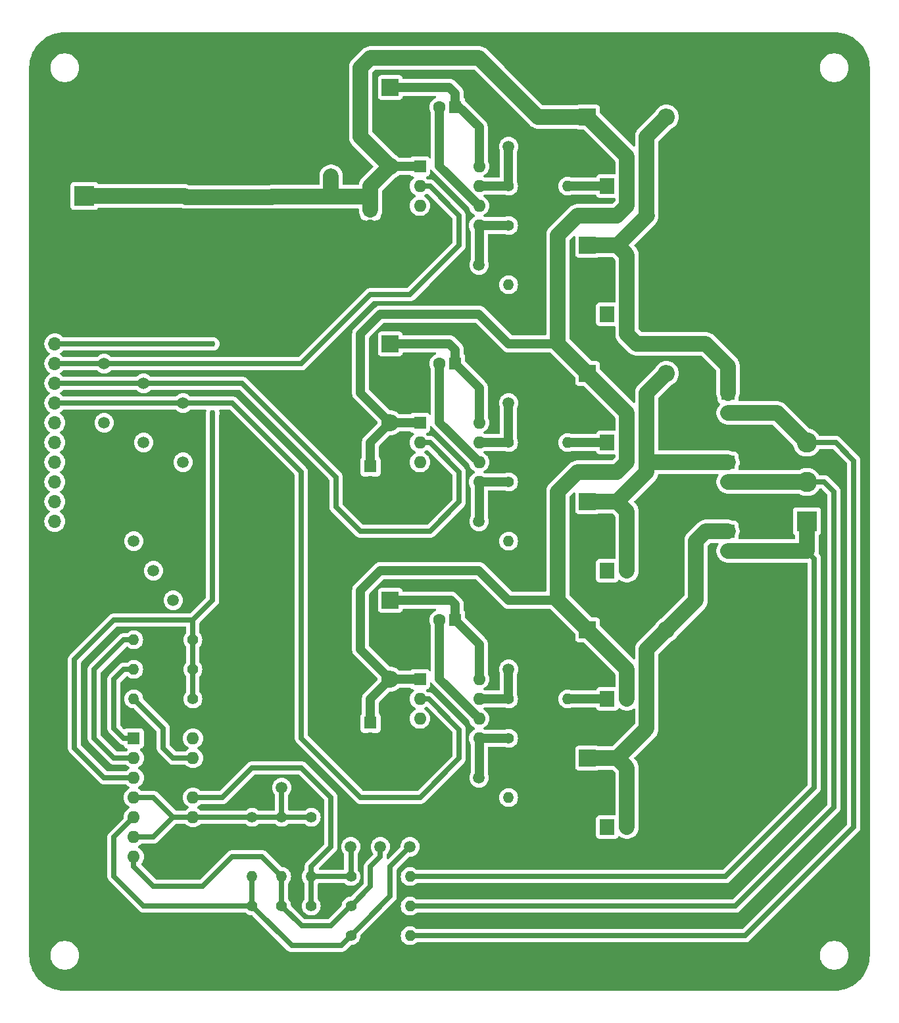
<source format=gbr>
%TF.GenerationSoftware,KiCad,Pcbnew,8.0.5*%
%TF.CreationDate,2024-10-10T19:29:30+02:00*%
%TF.ProjectId,ESC_MOTEUR_BRUSHLESS,4553435f-4d4f-4544-9555-525f42525553,rev?*%
%TF.SameCoordinates,Original*%
%TF.FileFunction,Copper,L1,Top*%
%TF.FilePolarity,Positive*%
%FSLAX46Y46*%
G04 Gerber Fmt 4.6, Leading zero omitted, Abs format (unit mm)*
G04 Created by KiCad (PCBNEW 8.0.5) date 2024-10-10 19:29:30*
%MOMM*%
%LPD*%
G01*
G04 APERTURE LIST*
%TA.AperFunction,ComponentPad*%
%ADD10C,1.500000*%
%TD*%
%TA.AperFunction,ComponentPad*%
%ADD11C,1.400000*%
%TD*%
%TA.AperFunction,ComponentPad*%
%ADD12O,1.400000X1.400000*%
%TD*%
%TA.AperFunction,ComponentPad*%
%ADD13R,1.905000X2.000000*%
%TD*%
%TA.AperFunction,ComponentPad*%
%ADD14O,1.905000X2.000000*%
%TD*%
%TA.AperFunction,ComponentPad*%
%ADD15R,1.600000X1.600000*%
%TD*%
%TA.AperFunction,ComponentPad*%
%ADD16C,1.600000*%
%TD*%
%TA.AperFunction,ComponentPad*%
%ADD17O,1.600000X1.600000*%
%TD*%
%TA.AperFunction,ComponentPad*%
%ADD18R,1.700000X1.700000*%
%TD*%
%TA.AperFunction,ComponentPad*%
%ADD19O,1.700000X1.700000*%
%TD*%
%TA.AperFunction,ComponentPad*%
%ADD20R,2.200000X2.200000*%
%TD*%
%TA.AperFunction,ComponentPad*%
%ADD21O,2.200000X2.200000*%
%TD*%
%TA.AperFunction,ComponentPad*%
%ADD22R,2.600000X2.600000*%
%TD*%
%TA.AperFunction,ComponentPad*%
%ADD23C,2.600000*%
%TD*%
%TA.AperFunction,ViaPad*%
%ADD24C,0.750000*%
%TD*%
%TA.AperFunction,Conductor*%
%ADD25C,2.000000*%
%TD*%
%TA.AperFunction,Conductor*%
%ADD26C,1.200000*%
%TD*%
%TA.AperFunction,Conductor*%
%ADD27C,1.400000*%
%TD*%
%TA.AperFunction,Conductor*%
%ADD28C,0.700000*%
%TD*%
G04 APERTURE END LIST*
D10*
%TO.P,P_BLO1,1,1*%
%TO.N,Net-(U3-LO)*%
X101600000Y-88900000D03*
%TD*%
D11*
%TO.P,R17,1*%
%TO.N,Net-(U4-HO)*%
X105410000Y-111760000D03*
D12*
%TO.P,R17,2*%
%TO.N,Net-(Q5-G)*%
X113030000Y-111760000D03*
%TD*%
D11*
%TO.P,R11,1*%
%TO.N,/FCEM_B*%
X85095000Y-138440000D03*
D12*
%TO.P,R11,2*%
%TO.N,Net-(J3-Pin_2)*%
X92715000Y-138440000D03*
%TD*%
D13*
%TO.P,Q3,1,G*%
%TO.N,Net-(Q3-G)*%
X118110000Y-78740000D03*
D14*
%TO.P,Q3,2,D*%
%TO.N,VCC*%
X120650000Y-78740000D03*
%TO.P,Q3,3,S*%
%TO.N,Net-(D6-A)*%
X123190000Y-78740000D03*
%TD*%
D10*
%TO.P,P_BL1,1,1*%
%TO.N,/D6_BL*%
X58420000Y-78740000D03*
%TD*%
%TO.P,GND1,1,1*%
%TO.N,GND*%
X82550000Y-54610000D03*
%TD*%
D11*
%TO.P,R18,1*%
%TO.N,Net-(U4-LO)*%
X105410000Y-116840000D03*
D12*
%TO.P,R18,2*%
%TO.N,Net-(Q6-G)*%
X105410000Y-124460000D03*
%TD*%
D10*
%TO.P,PTB2,1,1*%
%TO.N,/FCEM_B*%
X88900000Y-130810000D03*
%TD*%
D11*
%TO.P,R3,1*%
%TO.N,VDD*%
X64770000Y-111760000D03*
D12*
%TO.P,R3,2*%
%TO.N,/D4_LOGIC_FCEMC*%
X57150000Y-111760000D03*
%TD*%
D15*
%TO.P,C3,1*%
%TO.N,VCC*%
X87630000Y-48800000D03*
D16*
%TO.P,C3,2*%
%TO.N,GND*%
X87630000Y-50800000D03*
%TD*%
D13*
%TO.P,Q1,1,G*%
%TO.N,Net-(Q1-G)*%
X118110000Y-45720000D03*
D14*
%TO.P,Q1,2,D*%
%TO.N,VCC*%
X120650000Y-45720000D03*
%TO.P,Q1,3,S*%
%TO.N,Net-(D4-A)*%
X123190000Y-45720000D03*
%TD*%
D11*
%TO.P,R5,1*%
%TO.N,Net-(U1A--)*%
X76195000Y-127000000D03*
D12*
%TO.P,R5,2*%
%TO.N,/FCEM_B*%
X76195000Y-134620000D03*
%TD*%
D11*
%TO.P,R15,1*%
%TO.N,Net-(U3-HO)*%
X105410000Y-78740000D03*
D12*
%TO.P,R15,2*%
%TO.N,Net-(Q3-G)*%
X113030000Y-78740000D03*
%TD*%
D10*
%TO.P,P_CHO1,1,1*%
%TO.N,Net-(U4-HO)*%
X105410000Y-107950000D03*
%TD*%
D15*
%TO.P,U2,1,VCC*%
%TO.N,VCC*%
X93990000Y-43190000D03*
D17*
%TO.P,U2,2,HIN*%
%TO.N,/D11_AH*%
X93990000Y-45730000D03*
%TO.P,U2,3,LIN*%
%TO.N,/D7_AL*%
X93990000Y-48270000D03*
%TO.P,U2,4,COM*%
%TO.N,GND*%
X93990000Y-50810000D03*
%TO.P,U2,5,LO*%
%TO.N,Net-(U2-LO)*%
X101610000Y-50810000D03*
%TO.P,U2,6,VS*%
%TO.N,Net-(D4-A)*%
X101610000Y-48270000D03*
%TO.P,U2,7,HO*%
%TO.N,Net-(U2-HO)*%
X101610000Y-45730000D03*
%TO.P,U2,8,VB*%
%TO.N,Net-(D1-K)*%
X101610000Y-43190000D03*
%TD*%
D18*
%TO.P,J2,1,Pin_1*%
%TO.N,GND*%
X46990000Y-91440000D03*
D19*
%TO.P,J2,2,Pin_2*%
%TO.N,/D2_LOGIC_FCEMA*%
X46990000Y-88900000D03*
%TO.P,J2,3,Pin_3*%
%TO.N,/D3_LOGIC_FCEMB*%
X46990000Y-86360000D03*
%TO.P,J2,4,Pin_4*%
%TO.N,/D4_LOGIC_FCEMC*%
X46990000Y-83820000D03*
%TO.P,J2,5,Pin_5*%
%TO.N,/D5_CL*%
X46990000Y-81280000D03*
%TO.P,J2,6,Pin_6*%
%TO.N,/D6_BL*%
X46990000Y-78740000D03*
%TO.P,J2,7,Pin_7*%
%TO.N,/D7_AL*%
X46990000Y-76200000D03*
%TO.P,J2,8,Pin_8*%
%TO.N,/D9_CH*%
X46990000Y-73660000D03*
%TO.P,J2,9,Pin_9*%
%TO.N,/D10_BH*%
X46990000Y-71120000D03*
%TO.P,J2,10,Pin_10*%
%TO.N,/D11_AH*%
X46990000Y-68580000D03*
%TO.P,J2,11,Pin_11*%
%TO.N,VDD*%
X46990000Y-66040000D03*
%TD*%
D20*
%TO.P,D7,1,K*%
%TO.N,Net-(D6-A)*%
X115570000Y-86360000D03*
D21*
%TO.P,D7,2,A*%
%TO.N,GND*%
X125730000Y-86360000D03*
%TD*%
D13*
%TO.P,Q2,1,G*%
%TO.N,Net-(Q2-G)*%
X118110000Y-62230000D03*
D14*
%TO.P,Q2,2,D*%
%TO.N,Net-(D4-A)*%
X120650000Y-62230000D03*
%TO.P,Q2,3,S*%
%TO.N,GND*%
X123190000Y-62230000D03*
%TD*%
D20*
%TO.P,D1,1,K*%
%TO.N,Net-(D1-K)*%
X90170000Y-33020000D03*
D21*
%TO.P,D1,2,A*%
%TO.N,VCC*%
X90170000Y-43180000D03*
%TD*%
D11*
%TO.P,R2,1*%
%TO.N,VDD*%
X64770000Y-107950000D03*
D12*
%TO.P,R2,2*%
%TO.N,/D3_LOGIC_FCEMB*%
X57150000Y-107950000D03*
%TD*%
D20*
%TO.P,D8,1,K*%
%TO.N,VCC*%
X115570000Y-102870000D03*
D21*
%TO.P,D8,2,A*%
%TO.N,Net-(D8-A)*%
X125730000Y-102870000D03*
%TD*%
D11*
%TO.P,R10,1*%
%TO.N,/FCEM_A*%
X85095000Y-142250000D03*
D12*
%TO.P,R10,2*%
%TO.N,Net-(J3-Pin_3)*%
X92715000Y-142250000D03*
%TD*%
D10*
%TO.P,P_ALO1,1,1*%
%TO.N,Net-(U2-LO)*%
X101600000Y-55880000D03*
%TD*%
%TO.P,P_CLO1,1,1*%
%TO.N,Net-(U4-LO)*%
X101600000Y-121920000D03*
%TD*%
D15*
%TO.P,C8,1*%
%TO.N,Net-(D3-K)*%
X98520000Y-101600000D03*
D16*
%TO.P,C8,2*%
%TO.N,Net-(D8-A)*%
X96520000Y-101600000D03*
%TD*%
D15*
%TO.P,C1,1*%
%TO.N,VCC*%
X74930000Y-47070000D03*
D16*
%TO.P,C1,2*%
%TO.N,GND*%
X74930000Y-52070000D03*
%TD*%
D10*
%TO.P,PTC1,1,1*%
%TO.N,/D4_LOGIC_FCEMC*%
X62230000Y-99060000D03*
%TD*%
%TO.P,P_CL1,1,1*%
%TO.N,/D5_CL*%
X63500000Y-81280000D03*
%TD*%
D11*
%TO.P,R9,1*%
%TO.N,/FCEM_A*%
X72385000Y-138430000D03*
D12*
%TO.P,R9,2*%
%TO.N,GND*%
X72385000Y-146050000D03*
%TD*%
D22*
%TO.P,J1,1,Pin_1*%
%TO.N,VCC*%
X50800000Y-46990000D03*
D23*
%TO.P,J1,2,Pin_2*%
%TO.N,GND*%
X50800000Y-52070000D03*
%TD*%
D11*
%TO.P,R12,1*%
%TO.N,/FCEM_C*%
X85095000Y-134630000D03*
D12*
%TO.P,R12,2*%
%TO.N,Net-(J3-Pin_1)*%
X92715000Y-134630000D03*
%TD*%
D10*
%TO.P,PTB1,1,1*%
%TO.N,/D3_LOGIC_FCEMB*%
X59690000Y-95250000D03*
%TD*%
%TO.P,P_BH1,1,1*%
%TO.N,/D10_BH*%
X58420000Y-71120000D03*
%TD*%
D13*
%TO.P,Q6,1,G*%
%TO.N,Net-(Q6-G)*%
X118110000Y-128270000D03*
D14*
%TO.P,Q6,2,D*%
%TO.N,Net-(D8-A)*%
X120650000Y-128270000D03*
%TO.P,Q6,3,S*%
%TO.N,GND*%
X123190000Y-128270000D03*
%TD*%
D20*
%TO.P,D5,1,K*%
%TO.N,Net-(D4-A)*%
X115570000Y-53340000D03*
D21*
%TO.P,D5,2,A*%
%TO.N,GND*%
X125730000Y-53340000D03*
%TD*%
D15*
%TO.P,C4,1*%
%TO.N,VCC*%
X87630000Y-81820000D03*
D16*
%TO.P,C4,2*%
%TO.N,GND*%
X87630000Y-83820000D03*
%TD*%
D10*
%TO.P,P_BHO1,1,1*%
%TO.N,Net-(U3-HO)*%
X105410000Y-73660000D03*
%TD*%
D20*
%TO.P,D6,1,K*%
%TO.N,VCC*%
X115570000Y-69850000D03*
D21*
%TO.P,D6,2,A*%
%TO.N,Net-(D6-A)*%
X125730000Y-69850000D03*
%TD*%
D10*
%TO.P,P_AH1,1,1*%
%TO.N,/D11_AH*%
X53340000Y-68580000D03*
%TD*%
%TO.P,P_CH1,1,1*%
%TO.N,/D9_CH*%
X63500000Y-73660000D03*
%TD*%
D22*
%TO.P,J3,1,Pin_1*%
%TO.N,Net-(J3-Pin_1)*%
X143815000Y-88905000D03*
D23*
%TO.P,J3,2,Pin_2*%
%TO.N,Net-(J3-Pin_2)*%
X143815000Y-83825000D03*
%TO.P,J3,3,Pin_3*%
%TO.N,Net-(J3-Pin_3)*%
X143815000Y-78745000D03*
%TD*%
D11*
%TO.P,R6,1*%
%TO.N,Net-(U1A--)*%
X80005000Y-127000000D03*
D12*
%TO.P,R6,2*%
%TO.N,/FCEM_C*%
X80005000Y-134620000D03*
%TD*%
D10*
%TO.P,PTA1,1,1*%
%TO.N,/D2_LOGIC_FCEMA*%
X57150000Y-91440000D03*
%TD*%
D11*
%TO.P,R1,1*%
%TO.N,VDD*%
X64770000Y-104140000D03*
D12*
%TO.P,R1,2*%
%TO.N,/D2_LOGIC_FCEMA*%
X57150000Y-104140000D03*
%TD*%
D15*
%TO.P,U3,1,VCC*%
%TO.N,VCC*%
X93990000Y-76210000D03*
D17*
%TO.P,U3,2,HIN*%
%TO.N,/D10_BH*%
X93990000Y-78750000D03*
%TO.P,U3,3,LIN*%
%TO.N,/D6_BL*%
X93990000Y-81290000D03*
%TO.P,U3,4,COM*%
%TO.N,GND*%
X93990000Y-83830000D03*
%TO.P,U3,5,LO*%
%TO.N,Net-(U3-LO)*%
X101610000Y-83830000D03*
%TO.P,U3,6,VS*%
%TO.N,Net-(D6-A)*%
X101610000Y-81290000D03*
%TO.P,U3,7,HO*%
%TO.N,Net-(U3-HO)*%
X101610000Y-78750000D03*
%TO.P,U3,8,VB*%
%TO.N,Net-(D2-K)*%
X101610000Y-76210000D03*
%TD*%
D10*
%TO.P,P_AL1,1,1*%
%TO.N,/D7_AL*%
X53340000Y-76200000D03*
%TD*%
D13*
%TO.P,Q4,1,G*%
%TO.N,Net-(Q4-G)*%
X118110000Y-95250000D03*
D14*
%TO.P,Q4,2,D*%
%TO.N,Net-(D6-A)*%
X120650000Y-95250000D03*
%TO.P,Q4,3,S*%
%TO.N,GND*%
X123190000Y-95250000D03*
%TD*%
D10*
%TO.P,PTC2,1,1*%
%TO.N,/FCEM_C*%
X85090000Y-130810000D03*
%TD*%
D18*
%TO.P,JP3,1,A*%
%TO.N,Net-(D8-A)*%
X133655000Y-90175000D03*
D19*
%TO.P,JP3,2,B*%
%TO.N,Net-(J3-Pin_1)*%
X133655000Y-92715000D03*
%TD*%
D11*
%TO.P,R13,1*%
%TO.N,Net-(U2-HO)*%
X105410000Y-45720000D03*
D12*
%TO.P,R13,2*%
%TO.N,Net-(Q1-G)*%
X113030000Y-45720000D03*
%TD*%
D11*
%TO.P,R4,1*%
%TO.N,Net-(U1A--)*%
X72385000Y-127000000D03*
D12*
%TO.P,R4,2*%
%TO.N,/FCEM_A*%
X72385000Y-134620000D03*
%TD*%
D15*
%TO.P,U1,1*%
%TO.N,/D3_LOGIC_FCEMB*%
X57150000Y-116840000D03*
D17*
%TO.P,U1,2*%
%TO.N,/D2_LOGIC_FCEMA*%
X57150000Y-119380000D03*
%TO.P,U1,3,V+*%
%TO.N,VDD*%
X57150000Y-121920000D03*
%TO.P,U1,4,-*%
%TO.N,Net-(U1A--)*%
X57150000Y-124460000D03*
%TO.P,U1,5,+*%
%TO.N,/FCEM_A*%
X57150000Y-127000000D03*
%TO.P,U1,6,-*%
%TO.N,Net-(U1A--)*%
X57150000Y-129540000D03*
%TO.P,U1,7,+*%
%TO.N,/FCEM_B*%
X57150000Y-132080000D03*
%TO.P,U1,8,-*%
%TO.N,GND*%
X64770000Y-132080000D03*
%TO.P,U1,9,+*%
X64770000Y-129540000D03*
%TO.P,U1,10,-*%
%TO.N,Net-(U1A--)*%
X64770000Y-127000000D03*
%TO.P,U1,11,+*%
%TO.N,/FCEM_C*%
X64770000Y-124460000D03*
%TO.P,U1,12,V-*%
%TO.N,GND*%
X64770000Y-121920000D03*
%TO.P,U1,13*%
%TO.N,/D4_LOGIC_FCEMC*%
X64770000Y-119380000D03*
%TO.P,U1,14*%
%TO.N,unconnected-(U1-Pad14)*%
X64770000Y-116840000D03*
%TD*%
D15*
%TO.P,C7,1*%
%TO.N,Net-(D2-K)*%
X98520000Y-68580000D03*
D16*
%TO.P,C7,2*%
%TO.N,Net-(D6-A)*%
X96520000Y-68580000D03*
%TD*%
D20*
%TO.P,D9,1,K*%
%TO.N,Net-(D8-A)*%
X115570000Y-119380000D03*
D21*
%TO.P,D9,2,A*%
%TO.N,GND*%
X125730000Y-119380000D03*
%TD*%
D13*
%TO.P,Q5,1,G*%
%TO.N,Net-(Q5-G)*%
X118110000Y-111770000D03*
D14*
%TO.P,Q5,2,D*%
%TO.N,VCC*%
X120650000Y-111770000D03*
%TO.P,Q5,3,S*%
%TO.N,Net-(D8-A)*%
X123190000Y-111770000D03*
%TD*%
D11*
%TO.P,R14,1*%
%TO.N,Net-(U2-LO)*%
X105410000Y-50800000D03*
D12*
%TO.P,R14,2*%
%TO.N,Net-(Q2-G)*%
X105410000Y-58420000D03*
%TD*%
D15*
%TO.P,U4,1,VCC*%
%TO.N,VCC*%
X93990000Y-109230000D03*
D17*
%TO.P,U4,2,HIN*%
%TO.N,/D9_CH*%
X93990000Y-111770000D03*
%TO.P,U4,3,LIN*%
%TO.N,/D5_CL*%
X93990000Y-114310000D03*
%TO.P,U4,4,COM*%
%TO.N,GND*%
X93990000Y-116850000D03*
%TO.P,U4,5,LO*%
%TO.N,Net-(U4-LO)*%
X101610000Y-116850000D03*
%TO.P,U4,6,VS*%
%TO.N,Net-(D8-A)*%
X101610000Y-114310000D03*
%TO.P,U4,7,HO*%
%TO.N,Net-(U4-HO)*%
X101610000Y-111770000D03*
%TO.P,U4,8,VB*%
%TO.N,Net-(D3-K)*%
X101610000Y-109230000D03*
%TD*%
D11*
%TO.P,R16,1*%
%TO.N,Net-(U3-LO)*%
X105410000Y-83820000D03*
D12*
%TO.P,R16,2*%
%TO.N,Net-(Q4-G)*%
X105410000Y-91440000D03*
%TD*%
D11*
%TO.P,R8,1*%
%TO.N,/FCEM_B*%
X76195000Y-138430000D03*
D12*
%TO.P,R8,2*%
%TO.N,GND*%
X76195000Y-146050000D03*
%TD*%
D15*
%TO.P,C6,1*%
%TO.N,Net-(D1-K)*%
X98520000Y-35560000D03*
D16*
%TO.P,C6,2*%
%TO.N,Net-(D4-A)*%
X96520000Y-35560000D03*
%TD*%
D18*
%TO.P,JP1,1,A*%
%TO.N,Net-(D4-A)*%
X133655000Y-72395000D03*
D19*
%TO.P,JP1,2,B*%
%TO.N,Net-(J3-Pin_3)*%
X133655000Y-74935000D03*
%TD*%
D20*
%TO.P,D2,1,K*%
%TO.N,Net-(D2-K)*%
X90170000Y-66040000D03*
D21*
%TO.P,D2,2,A*%
%TO.N,VCC*%
X90170000Y-76200000D03*
%TD*%
D11*
%TO.P,R7,1*%
%TO.N,/FCEM_C*%
X80005000Y-138430000D03*
D12*
%TO.P,R7,2*%
%TO.N,GND*%
X80005000Y-146050000D03*
%TD*%
D10*
%TO.P,PTA2,1,1*%
%TO.N,/FCEM_A*%
X92710000Y-130810000D03*
%TD*%
%TO.P,P_AHO1,1,1*%
%TO.N,Net-(U2-HO)*%
X105410000Y-40640000D03*
%TD*%
D18*
%TO.P,JP2,1,A*%
%TO.N,Net-(D6-A)*%
X133655000Y-81285000D03*
D19*
%TO.P,JP2,2,B*%
%TO.N,Net-(J3-Pin_2)*%
X133655000Y-83825000D03*
%TD*%
D10*
%TO.P,REF1,1,1*%
%TO.N,Net-(U1A--)*%
X76200000Y-123190000D03*
%TD*%
D20*
%TO.P,D4,1,K*%
%TO.N,VCC*%
X115570000Y-36830000D03*
D21*
%TO.P,D4,2,A*%
%TO.N,Net-(D4-A)*%
X125730000Y-36830000D03*
%TD*%
D15*
%TO.P,C5,1*%
%TO.N,VCC*%
X87630000Y-114840000D03*
D16*
%TO.P,C5,2*%
%TO.N,GND*%
X87630000Y-116840000D03*
%TD*%
D10*
%TO.P,VCC1,1,1*%
%TO.N,VCC*%
X82550000Y-44450000D03*
%TD*%
D15*
%TO.P,C2,1*%
%TO.N,VCC*%
X63880000Y-47127349D03*
D16*
%TO.P,C2,2*%
%TO.N,GND*%
X63880000Y-52127349D03*
%TD*%
D20*
%TO.P,D3,1,K*%
%TO.N,Net-(D3-K)*%
X90170000Y-99060000D03*
D21*
%TO.P,D3,2,A*%
%TO.N,VCC*%
X90170000Y-109220000D03*
%TD*%
D24*
%TO.N,VDD*%
X67310000Y-74930000D03*
X67310000Y-66040000D03*
%TD*%
D25*
%TO.N,VCC*%
X90170000Y-43180000D02*
X87630000Y-45720000D01*
D26*
X101600000Y-95250000D02*
X105410000Y-99060000D01*
D25*
X120650000Y-78740000D02*
X120650000Y-81280000D01*
D26*
X88900000Y-95250000D02*
X101600000Y-95250000D01*
D25*
X63880000Y-47127349D02*
X74872651Y-47127349D01*
X120650000Y-78740000D02*
X120650000Y-74930000D01*
D26*
X86360000Y-72390000D02*
X86360000Y-64770000D01*
D25*
X114300000Y-82550000D02*
X111760000Y-85090000D01*
D27*
X74792651Y-47127349D02*
X74930000Y-46990000D01*
D25*
X87630000Y-45720000D02*
X87630000Y-48800000D01*
D27*
X87630000Y-46990000D02*
X87630000Y-45720000D01*
D26*
X90170000Y-109220000D02*
X93980000Y-109220000D01*
D25*
X82550000Y-44450000D02*
X82550000Y-47070000D01*
D26*
X88900000Y-62230000D02*
X101600000Y-62230000D01*
X93980000Y-109220000D02*
X93990000Y-109230000D01*
D25*
X101600000Y-29210000D02*
X109220000Y-36830000D01*
X90170000Y-43180000D02*
X86360000Y-39370000D01*
X87630000Y-29210000D02*
X101600000Y-29210000D01*
D26*
X87630000Y-111760000D02*
X90170000Y-109220000D01*
X87630000Y-78740000D02*
X87630000Y-81820000D01*
D25*
X86360000Y-39370000D02*
X86360000Y-30480000D01*
X74872651Y-47127349D02*
X74930000Y-47070000D01*
X120650000Y-45720000D02*
X120650000Y-41910000D01*
X111760000Y-99060000D02*
X115570000Y-102870000D01*
D26*
X90170000Y-76200000D02*
X93980000Y-76200000D01*
D25*
X74930000Y-47070000D02*
X87550000Y-47070000D01*
X119380000Y-82550000D02*
X114300000Y-82550000D01*
X120650000Y-74930000D02*
X115570000Y-69850000D01*
X120650000Y-81280000D02*
X119380000Y-82550000D01*
X120650000Y-107950000D02*
X120650000Y-111770000D01*
X119380000Y-49530000D02*
X120650000Y-48260000D01*
D26*
X86360000Y-97790000D02*
X88900000Y-95250000D01*
D25*
X63742651Y-46990000D02*
X63880000Y-47127349D01*
D26*
X90170000Y-109220000D02*
X86360000Y-105410000D01*
D25*
X115570000Y-69850000D02*
X111760000Y-66040000D01*
X120650000Y-41910000D02*
X115570000Y-36830000D01*
D26*
X86360000Y-105410000D02*
X86360000Y-97790000D01*
X105410000Y-66040000D02*
X111760000Y-66040000D01*
X93980000Y-76200000D02*
X93990000Y-76210000D01*
X93980000Y-43180000D02*
X93990000Y-43190000D01*
D25*
X86360000Y-30480000D02*
X87630000Y-29210000D01*
D26*
X101600000Y-62230000D02*
X105410000Y-66040000D01*
X90170000Y-76200000D02*
X87630000Y-78740000D01*
D25*
X109220000Y-36830000D02*
X115570000Y-36830000D01*
D26*
X86360000Y-64770000D02*
X88900000Y-62230000D01*
D27*
X87630000Y-48800000D02*
X87630000Y-46990000D01*
D25*
X50800000Y-46990000D02*
X63742651Y-46990000D01*
X111760000Y-85090000D02*
X111760000Y-99060000D01*
D26*
X90170000Y-76200000D02*
X86360000Y-72390000D01*
D25*
X87550000Y-47070000D02*
X87630000Y-46990000D01*
X114300000Y-49530000D02*
X119380000Y-49530000D01*
D26*
X87630000Y-114840000D02*
X87630000Y-111760000D01*
D25*
X111760000Y-52070000D02*
X114300000Y-49530000D01*
X115570000Y-102870000D02*
X120650000Y-107950000D01*
D26*
X105410000Y-99060000D02*
X111760000Y-99060000D01*
D25*
X111760000Y-66040000D02*
X111760000Y-52070000D01*
D26*
X90170000Y-43180000D02*
X93980000Y-43180000D01*
D25*
X120650000Y-48260000D02*
X120650000Y-45720000D01*
D26*
%TO.N,Net-(Q1-G)*%
X113030000Y-45720000D02*
X118110000Y-45720000D01*
%TO.N,Net-(D2-K)*%
X98520000Y-68580000D02*
X101610000Y-71670000D01*
X97790000Y-66040000D02*
X90170000Y-66040000D01*
X98520000Y-66770000D02*
X97790000Y-66040000D01*
X101610000Y-76210000D02*
X101610000Y-71670000D01*
X98520000Y-68580000D02*
X98520000Y-66770000D01*
D28*
%TO.N,GND*%
X93980000Y-50800000D02*
X93990000Y-50810000D01*
X93980000Y-83820000D02*
X93990000Y-83830000D01*
X93980000Y-116840000D02*
X93990000Y-116850000D01*
D26*
%TO.N,Net-(D3-K)*%
X98520000Y-99600000D02*
X98520000Y-101600000D01*
X97980000Y-99060000D02*
X98520000Y-99600000D01*
X95980000Y-99060000D02*
X97980000Y-99060000D01*
X101610000Y-104690000D02*
X101610000Y-109230000D01*
X90170000Y-99060000D02*
X95980000Y-99060000D01*
X98520000Y-101600000D02*
X101610000Y-104690000D01*
%TO.N,Net-(Q3-G)*%
X113030000Y-78740000D02*
X118110000Y-78740000D01*
%TO.N,Net-(Q5-G)*%
X118100000Y-111760000D02*
X118110000Y-111770000D01*
D28*
X117785000Y-111760000D02*
X118110000Y-111435000D01*
X113030000Y-111760000D02*
X117785000Y-111760000D01*
D26*
X113030000Y-111760000D02*
X118100000Y-111760000D01*
D28*
%TO.N,/D4_LOGIC_FCEMC*%
X57150000Y-111760000D02*
X60960000Y-115570000D01*
X62230000Y-119380000D02*
X64770000Y-119380000D01*
X60960000Y-115570000D02*
X60960000Y-118110000D01*
X60960000Y-118110000D02*
X62230000Y-119380000D01*
%TO.N,/D2_LOGIC_FCEMA*%
X54610000Y-119380000D02*
X57150000Y-119380000D01*
X55880000Y-104140000D02*
X52070000Y-107950000D01*
X52070000Y-116840000D02*
X54610000Y-119380000D01*
X52070000Y-107950000D02*
X52070000Y-116840000D01*
X57150000Y-104140000D02*
X55880000Y-104140000D01*
%TO.N,/D9_CH*%
X69850000Y-73660000D02*
X78740000Y-82550000D01*
X99060000Y-119402792D02*
X99060000Y-115708630D01*
X99060000Y-115708630D02*
X95121370Y-111770000D01*
X86360000Y-124460000D02*
X94002792Y-124460000D01*
X59690000Y-73660000D02*
X69850000Y-73660000D01*
X95121370Y-111770000D02*
X93990000Y-111770000D01*
X94002792Y-124460000D02*
X99060000Y-119402792D01*
X46990000Y-73660000D02*
X54610000Y-73660000D01*
X78740000Y-116840000D02*
X86360000Y-124460000D01*
X54610000Y-73660000D02*
X59690000Y-73660000D01*
X78740000Y-82550000D02*
X78740000Y-116840000D01*
%TO.N,VDD*%
X59690000Y-66040000D02*
X67310000Y-66040000D01*
X46990000Y-66040000D02*
X59690000Y-66040000D01*
X57150000Y-121920000D02*
X53340000Y-121920000D01*
X67310000Y-74930000D02*
X67310000Y-99060000D01*
X64770000Y-111760000D02*
X64770000Y-107950000D01*
X64770000Y-101600000D02*
X64770000Y-104140000D01*
X67310000Y-99060000D02*
X64770000Y-101600000D01*
X64770000Y-104140000D02*
X64770000Y-107950000D01*
X54610000Y-101600000D02*
X64770000Y-101600000D01*
X57140000Y-121930000D02*
X57150000Y-121920000D01*
X53340000Y-121920000D02*
X49530000Y-118110000D01*
X49530000Y-118110000D02*
X49530000Y-106680000D01*
X64760000Y-111770000D02*
X64770000Y-111760000D01*
X49530000Y-106680000D02*
X54610000Y-101600000D01*
%TO.N,/D11_AH*%
X99060000Y-53340000D02*
X99060000Y-49530000D01*
X99060000Y-49530000D02*
X95260000Y-45730000D01*
X54610000Y-68580000D02*
X54620000Y-68590000D01*
X95260000Y-45730000D02*
X93990000Y-45730000D01*
X46990000Y-68580000D02*
X54610000Y-68580000D01*
X87630000Y-59690000D02*
X92710000Y-59690000D01*
X78730000Y-68590000D02*
X87630000Y-59690000D01*
X92710000Y-59690000D02*
X99060000Y-53340000D01*
X54620000Y-68590000D02*
X78730000Y-68590000D01*
%TO.N,/D3_LOGIC_FCEMB*%
X54610000Y-109220000D02*
X54610000Y-115570000D01*
X55880000Y-107950000D02*
X54610000Y-109220000D01*
X55880000Y-116840000D02*
X57150000Y-116840000D01*
X54610000Y-115570000D02*
X55880000Y-116840000D01*
X57150000Y-107950000D02*
X55880000Y-107950000D01*
%TO.N,/D10_BH*%
X71120000Y-71120000D02*
X83185000Y-83185000D01*
X46990000Y-71120000D02*
X54610000Y-71120000D01*
X86360000Y-90170000D02*
X95272792Y-90170000D01*
X54620000Y-71130000D02*
X55870000Y-71130000D01*
X99060000Y-82550000D02*
X95260000Y-78750000D01*
X95260000Y-78750000D02*
X93990000Y-78750000D01*
X83185000Y-86995000D02*
X86360000Y-90170000D01*
X83185000Y-83185000D02*
X83185000Y-86995000D01*
X99060000Y-86382792D02*
X99060000Y-82550000D01*
X55880000Y-71120000D02*
X71120000Y-71120000D01*
X95272792Y-90170000D02*
X99060000Y-86382792D01*
X54610000Y-71120000D02*
X55880000Y-71120000D01*
X55870000Y-71130000D02*
X55880000Y-71120000D01*
%TO.N,/FCEM_A*%
X77475000Y-143520000D02*
X72385000Y-138430000D01*
X72385000Y-134620000D02*
X72385000Y-138430000D01*
X54610000Y-134620000D02*
X54610000Y-129540000D01*
X54610000Y-129540000D02*
X57150000Y-127000000D01*
X90170000Y-137160000D02*
X86375000Y-140955000D01*
X85095000Y-142250000D02*
X83825000Y-143520000D01*
X83825000Y-143520000D02*
X77475000Y-143520000D01*
X72385000Y-138430000D02*
X58420000Y-138430000D01*
X86375000Y-140955000D02*
X86375000Y-140970000D01*
X86375000Y-140970000D02*
X85095000Y-142250000D01*
X92710000Y-130810000D02*
X90170000Y-133350000D01*
X58420000Y-138430000D02*
X54610000Y-134620000D01*
X90170000Y-133350000D02*
X90170000Y-137160000D01*
%TO.N,Net-(U1A--)*%
X59690000Y-124460000D02*
X62230000Y-127000000D01*
X62230000Y-127000000D02*
X64770000Y-127000000D01*
X80005000Y-127000000D02*
X76195000Y-127000000D01*
X57150000Y-129540000D02*
X59690000Y-129540000D01*
X76200000Y-126995000D02*
X76195000Y-127000000D01*
X72385000Y-127000000D02*
X76195000Y-127000000D01*
X64770000Y-127000000D02*
X72385000Y-127000000D01*
X76200000Y-123190000D02*
X76200000Y-126995000D01*
X57150000Y-124460000D02*
X59690000Y-124460000D01*
X59690000Y-129540000D02*
X62230000Y-127000000D01*
%TO.N,/FCEM_C*%
X80015000Y-138440000D02*
X80005000Y-138430000D01*
X72390000Y-120650000D02*
X68580000Y-124460000D01*
X80005000Y-133350000D02*
X82545000Y-130810000D01*
X80005000Y-134620000D02*
X80005000Y-133350000D01*
X80005000Y-134620000D02*
X85085000Y-134620000D01*
X78740000Y-120650000D02*
X72390000Y-120650000D01*
X85085000Y-134620000D02*
X85095000Y-134630000D01*
X82545000Y-124455000D02*
X78740000Y-120650000D01*
X85095000Y-130815000D02*
X85090000Y-130810000D01*
X80005000Y-134620000D02*
X80005000Y-138430000D01*
X82545000Y-130810000D02*
X82545000Y-124455000D01*
X85095000Y-134630000D02*
X85095000Y-130815000D01*
X68580000Y-124460000D02*
X64765000Y-124460000D01*
%TO.N,/FCEM_B*%
X76195000Y-134620000D02*
X73655000Y-132080000D01*
X82547500Y-140980000D02*
X78745000Y-140980000D01*
X59690000Y-135890000D02*
X57150000Y-133350000D01*
X69850000Y-132080000D02*
X66040000Y-135890000D01*
X88900000Y-132080000D02*
X87630000Y-133350000D01*
X88900000Y-130810000D02*
X88900000Y-132080000D01*
X73655000Y-132080000D02*
X69850000Y-132080000D01*
X78745000Y-140980000D02*
X76195000Y-138430000D01*
X85095000Y-138440000D02*
X85087500Y-138440000D01*
X87630000Y-133350000D02*
X87630000Y-135905000D01*
X66040000Y-135890000D02*
X59690000Y-135890000D01*
X76195000Y-134620000D02*
X76195000Y-138430000D01*
X85087500Y-138440000D02*
X82547500Y-140980000D01*
X87630000Y-135905000D02*
X85095000Y-138440000D01*
X57150000Y-133350000D02*
X57150000Y-132080000D01*
D26*
%TO.N,Net-(U3-HO)*%
X105410000Y-78740000D02*
X101620000Y-78740000D01*
X105410000Y-73660000D02*
X105410000Y-78740000D01*
X101620000Y-78740000D02*
X101610000Y-78750000D01*
%TO.N,Net-(U3-LO)*%
X105400000Y-83830000D02*
X105410000Y-83820000D01*
X101610000Y-83830000D02*
X105400000Y-83830000D01*
X101610000Y-83830000D02*
X101610000Y-88890000D01*
X101610000Y-88890000D02*
X101600000Y-88900000D01*
%TO.N,Net-(U4-HO)*%
X105400000Y-111770000D02*
X105410000Y-111760000D01*
X105410000Y-111760000D02*
X105410000Y-107950000D01*
X101610000Y-111770000D02*
X105400000Y-111770000D01*
%TO.N,Net-(U4-LO)*%
X105400000Y-116850000D02*
X105410000Y-116840000D01*
X101610000Y-116850000D02*
X105400000Y-116850000D01*
X101610000Y-116850000D02*
X101610000Y-121910000D01*
X101610000Y-121910000D02*
X101600000Y-121920000D01*
%TO.N,Net-(U2-HO)*%
X105410000Y-40640000D02*
X105410000Y-45720000D01*
X105410000Y-45720000D02*
X101620000Y-45720000D01*
X101620000Y-45720000D02*
X101610000Y-45730000D01*
%TO.N,Net-(U2-LO)*%
X101610000Y-50810000D02*
X101610000Y-55870000D01*
X101610000Y-55870000D02*
X101600000Y-55880000D01*
X101610000Y-50810000D02*
X105400000Y-50810000D01*
X105400000Y-50810000D02*
X105410000Y-50800000D01*
D25*
%TO.N,Net-(D4-A)*%
X120650000Y-64770000D02*
X121920000Y-66040000D01*
X121920000Y-66040000D02*
X130810000Y-66040000D01*
X133655000Y-68885000D02*
X133655000Y-72395000D01*
D27*
X115570000Y-53340000D02*
X119400000Y-53340000D01*
D25*
X119400000Y-53360000D02*
X115590000Y-53360000D01*
X123190000Y-45720000D02*
X123190000Y-49530000D01*
X120650000Y-62230000D02*
X120650000Y-64770000D01*
X130810000Y-66040000D02*
X133655000Y-68885000D01*
X123190000Y-49530000D02*
X123200000Y-49540000D01*
X120650000Y-54610000D02*
X120650000Y-62230000D01*
X119400000Y-53360000D02*
X120650000Y-54610000D01*
X119400000Y-53340000D02*
X119400000Y-53360000D01*
X123200000Y-49540000D02*
X119400000Y-53340000D01*
D26*
X96520000Y-43180000D02*
X101610000Y-48270000D01*
D25*
X123190000Y-39370000D02*
X125730000Y-36830000D01*
D26*
X96520000Y-35560000D02*
X96520000Y-43180000D01*
D25*
X115590000Y-53360000D02*
X115570000Y-53340000D01*
X123190000Y-45720000D02*
X123190000Y-39370000D01*
D26*
%TO.N,Net-(D1-K)*%
X90170000Y-33020000D02*
X97790000Y-33020000D01*
X98520000Y-33750000D02*
X98520000Y-35560000D01*
X99060000Y-35560000D02*
X101610000Y-38110000D01*
X101610000Y-38110000D02*
X101610000Y-43190000D01*
X98520000Y-35560000D02*
X99060000Y-35560000D01*
X97790000Y-33020000D02*
X98520000Y-33750000D01*
D25*
%TO.N,Net-(D6-A)*%
X120650000Y-87629998D02*
X119380001Y-86359999D01*
X133655000Y-81285000D02*
X123215000Y-81285000D01*
D27*
X119269971Y-86359999D02*
X119269970Y-86360000D01*
D25*
X123190000Y-72390000D02*
X125730000Y-69850000D01*
X123190000Y-78740000D02*
X123190000Y-82550000D01*
D27*
X119269970Y-86360000D02*
X115570000Y-86360000D01*
D26*
X96520000Y-76200000D02*
X101610000Y-81290000D01*
D27*
X123210000Y-81280000D02*
X123215000Y-81285000D01*
D25*
X120650000Y-87740028D02*
X120650000Y-87629998D01*
D27*
X119269971Y-86359999D02*
X119380001Y-86359999D01*
X120650000Y-87740028D02*
X119269971Y-86359999D01*
D25*
X123190000Y-82550000D02*
X119380001Y-86359999D01*
X120650000Y-95250000D02*
X120650000Y-87740028D01*
X115570000Y-86360000D02*
X119380000Y-86360000D01*
D26*
X96520000Y-68580000D02*
X96520000Y-76200000D01*
D25*
X123190000Y-78740000D02*
X123190000Y-72390000D01*
X119380000Y-86360000D02*
X119380001Y-86359999D01*
D27*
X123210000Y-81280000D02*
X123200000Y-81290000D01*
D26*
%TO.N,Net-(D8-A)*%
X96520000Y-109220000D02*
X101610000Y-114310000D01*
D25*
X120650000Y-128270000D02*
X120650000Y-120650000D01*
X123190000Y-105410000D02*
X125730000Y-102870000D01*
X115570000Y-119380000D02*
X119400000Y-119380000D01*
X123190000Y-115590000D02*
X123190000Y-111770000D01*
X120650000Y-120650000D02*
X120650000Y-120630000D01*
X129540000Y-91440000D02*
X130805000Y-90175000D01*
D26*
X96520000Y-101600000D02*
X96520000Y-109220000D01*
D25*
X120650000Y-120630000D02*
X119400000Y-119380000D01*
X119400000Y-119380000D02*
X123190000Y-115590000D01*
X130805000Y-90175000D02*
X133655000Y-90175000D01*
X125730000Y-102870000D02*
X129540000Y-99060000D01*
X129540000Y-99060000D02*
X129540000Y-91440000D01*
X123190000Y-111770000D02*
X123190000Y-105410000D01*
D28*
%TO.N,Net-(J3-Pin_2)*%
X147320000Y-125730000D02*
X147320000Y-85090000D01*
X147320000Y-85090000D02*
X146050000Y-83820000D01*
X146045000Y-83825000D02*
X146050000Y-83820000D01*
X92715000Y-138440000D02*
X134610000Y-138440000D01*
D25*
X133655000Y-83825000D02*
X143815000Y-83825000D01*
D28*
X134610000Y-138440000D02*
X147320000Y-125730000D01*
X143815000Y-83825000D02*
X146045000Y-83825000D01*
%TO.N,Net-(J3-Pin_1)*%
X92715000Y-134630000D02*
X133340000Y-134630000D01*
X133340000Y-134630000D02*
X144780000Y-123190000D01*
X144780000Y-123190000D02*
X144780000Y-93685000D01*
D25*
X133655000Y-92715000D02*
X143810000Y-92715000D01*
X143810000Y-88910000D02*
X143815000Y-88905000D01*
X143810000Y-92715000D02*
X143810000Y-88910000D01*
D28*
X144780000Y-93685000D02*
X143810000Y-92715000D01*
D27*
X143510000Y-89210000D02*
X143815000Y-88905000D01*
D28*
%TO.N,Net-(J3-Pin_3)*%
X135880000Y-142250000D02*
X92715000Y-142250000D01*
X149860000Y-81083452D02*
X149860000Y-128270000D01*
X147521548Y-78745000D02*
X149860000Y-81083452D01*
X149860000Y-128270000D02*
X135880000Y-142250000D01*
D25*
X140005000Y-74935000D02*
X143815000Y-78745000D01*
D28*
X143815000Y-78745000D02*
X147521548Y-78745000D01*
D25*
X133655000Y-74935000D02*
X140005000Y-74935000D01*
%TD*%
%TA.AperFunction,Conductor*%
%TO.N,GND*%
G36*
X101159835Y-63350185D02*
G01*
X101180477Y-63366819D01*
X104570586Y-66756928D01*
X104693072Y-66879414D01*
X104833212Y-66981232D01*
X104987555Y-67059873D01*
X105152299Y-67113402D01*
X105323389Y-67140500D01*
X105323390Y-67140500D01*
X105496611Y-67140500D01*
X110687111Y-67140500D01*
X110754150Y-67160185D01*
X110774792Y-67176819D01*
X113933181Y-70335209D01*
X113966666Y-70396532D01*
X113969500Y-70422890D01*
X113969500Y-70997870D01*
X113969501Y-70997876D01*
X113975908Y-71057483D01*
X114026202Y-71192328D01*
X114026206Y-71192335D01*
X114112452Y-71307544D01*
X114112455Y-71307547D01*
X114227664Y-71393793D01*
X114227671Y-71393797D01*
X114272618Y-71410561D01*
X114362517Y-71444091D01*
X114422127Y-71450500D01*
X114997110Y-71450499D01*
X115064149Y-71470183D01*
X115084791Y-71486818D01*
X119113181Y-75515208D01*
X119146666Y-75576531D01*
X119149500Y-75602889D01*
X119149500Y-77115500D01*
X119129815Y-77182539D01*
X119077011Y-77228294D01*
X119025500Y-77239500D01*
X117109629Y-77239500D01*
X117109623Y-77239501D01*
X117050016Y-77245908D01*
X116915171Y-77296202D01*
X116915164Y-77296206D01*
X116799955Y-77382452D01*
X116799952Y-77382455D01*
X116713706Y-77497664D01*
X116713702Y-77497671D01*
X116690891Y-77558833D01*
X116649020Y-77614767D01*
X116583556Y-77639184D01*
X116574709Y-77639500D01*
X113535721Y-77639500D01*
X113490928Y-77631127D01*
X113432908Y-77608650D01*
X113359940Y-77580382D01*
X113141243Y-77539500D01*
X112918757Y-77539500D01*
X112700060Y-77580382D01*
X112599263Y-77619431D01*
X112492601Y-77660752D01*
X112492595Y-77660754D01*
X112303439Y-77777874D01*
X112303437Y-77777876D01*
X112139020Y-77927761D01*
X112004943Y-78105308D01*
X112004938Y-78105316D01*
X111905775Y-78304461D01*
X111905769Y-78304476D01*
X111844885Y-78518462D01*
X111844884Y-78518464D01*
X111824357Y-78739999D01*
X111824357Y-78740000D01*
X111844884Y-78961535D01*
X111844885Y-78961537D01*
X111905769Y-79175523D01*
X111905775Y-79175538D01*
X112004938Y-79374683D01*
X112004943Y-79374691D01*
X112139020Y-79552238D01*
X112303437Y-79702123D01*
X112303439Y-79702125D01*
X112492595Y-79819245D01*
X112492596Y-79819245D01*
X112492599Y-79819247D01*
X112700060Y-79899618D01*
X112918757Y-79940500D01*
X112918759Y-79940500D01*
X113141241Y-79940500D01*
X113141243Y-79940500D01*
X113359940Y-79899618D01*
X113490928Y-79848873D01*
X113535721Y-79840500D01*
X116574709Y-79840500D01*
X116641748Y-79860185D01*
X116687503Y-79912989D01*
X116690891Y-79921167D01*
X116713702Y-79982328D01*
X116713706Y-79982335D01*
X116799952Y-80097544D01*
X116799955Y-80097547D01*
X116915164Y-80183793D01*
X116915171Y-80183797D01*
X117050017Y-80234091D01*
X117050016Y-80234091D01*
X117056944Y-80234835D01*
X117109627Y-80240500D01*
X119025500Y-80240499D01*
X119092539Y-80260184D01*
X119138294Y-80312987D01*
X119149500Y-80364499D01*
X119149500Y-80607111D01*
X119129815Y-80674150D01*
X119113181Y-80694792D01*
X118794792Y-81013181D01*
X118733469Y-81046666D01*
X118707111Y-81049500D01*
X114181903Y-81049500D01*
X113948630Y-81086447D01*
X113796993Y-81135716D01*
X113796992Y-81135717D01*
X113724007Y-81159432D01*
X113724001Y-81159434D01*
X113513565Y-81266657D01*
X113322488Y-81405484D01*
X110615484Y-84112488D01*
X110476657Y-84303565D01*
X110395533Y-84462782D01*
X110369433Y-84514003D01*
X110296446Y-84738631D01*
X110259500Y-84971902D01*
X110259500Y-97835500D01*
X110239815Y-97902539D01*
X110187011Y-97948294D01*
X110135500Y-97959500D01*
X105917204Y-97959500D01*
X105850165Y-97939815D01*
X105829523Y-97923181D01*
X102316930Y-94410588D01*
X102316928Y-94410586D01*
X102176788Y-94308768D01*
X102022445Y-94230127D01*
X101857701Y-94176598D01*
X101857699Y-94176597D01*
X101857698Y-94176597D01*
X101726271Y-94155781D01*
X101686611Y-94149500D01*
X88986610Y-94149500D01*
X88813389Y-94149500D01*
X88728804Y-94162897D01*
X88642298Y-94176598D01*
X88477549Y-94230128D01*
X88323211Y-94308768D01*
X88280913Y-94339500D01*
X88183072Y-94410586D01*
X88183070Y-94410588D01*
X88183069Y-94410588D01*
X85520588Y-97073069D01*
X85520588Y-97073070D01*
X85520586Y-97073072D01*
X85476859Y-97133256D01*
X85418768Y-97213211D01*
X85340128Y-97367552D01*
X85286597Y-97532302D01*
X85275486Y-97602455D01*
X85259500Y-97703389D01*
X85259500Y-105323389D01*
X85259500Y-105496611D01*
X85286598Y-105667701D01*
X85340127Y-105832445D01*
X85418768Y-105986788D01*
X85520586Y-106126928D01*
X85520588Y-106126930D01*
X88525976Y-109132318D01*
X88559461Y-109193641D01*
X88554477Y-109263333D01*
X88525976Y-109307680D01*
X86913072Y-110920586D01*
X86790588Y-111043069D01*
X86790588Y-111043070D01*
X86790586Y-111043072D01*
X86746859Y-111103256D01*
X86688768Y-111183211D01*
X86610128Y-111337552D01*
X86556597Y-111502302D01*
X86529500Y-111673389D01*
X86529500Y-113577679D01*
X86509815Y-113644718D01*
X86479813Y-113676944D01*
X86472459Y-113682449D01*
X86472451Y-113682457D01*
X86386206Y-113797664D01*
X86386202Y-113797671D01*
X86335908Y-113932517D01*
X86329501Y-113992116D01*
X86329501Y-113992123D01*
X86329500Y-113992135D01*
X86329500Y-115687870D01*
X86329501Y-115687876D01*
X86335908Y-115747483D01*
X86386202Y-115882328D01*
X86386206Y-115882335D01*
X86472452Y-115997544D01*
X86472455Y-115997547D01*
X86587664Y-116083793D01*
X86587671Y-116083797D01*
X86722517Y-116134091D01*
X86722516Y-116134091D01*
X86729444Y-116134835D01*
X86782127Y-116140500D01*
X88477872Y-116140499D01*
X88537483Y-116134091D01*
X88672331Y-116083796D01*
X88787546Y-115997546D01*
X88873796Y-115882331D01*
X88924091Y-115747483D01*
X88930500Y-115687873D01*
X88930499Y-113992128D01*
X88924091Y-113932517D01*
X88898353Y-113863511D01*
X88873797Y-113797671D01*
X88873793Y-113797664D01*
X88787548Y-113682457D01*
X88787546Y-113682454D01*
X88787542Y-113682451D01*
X88787540Y-113682449D01*
X88780187Y-113676944D01*
X88738317Y-113621009D01*
X88730500Y-113577679D01*
X88730500Y-112267203D01*
X88750185Y-112200164D01*
X88766814Y-112179527D01*
X90084573Y-110861767D01*
X90145896Y-110828283D01*
X90165172Y-110826210D01*
X90165143Y-110825831D01*
X90169998Y-110825448D01*
X90170000Y-110825449D01*
X90421148Y-110805683D01*
X90666111Y-110746873D01*
X90898859Y-110650466D01*
X91113659Y-110518836D01*
X91305224Y-110355224D01*
X91305225Y-110355222D01*
X91308928Y-110352060D01*
X91310014Y-110353332D01*
X91364952Y-110323334D01*
X91391310Y-110320500D01*
X92720194Y-110320500D01*
X92787233Y-110340185D01*
X92819459Y-110370187D01*
X92829334Y-110383379D01*
X92832452Y-110387544D01*
X92832454Y-110387546D01*
X92861095Y-110408987D01*
X92947664Y-110473793D01*
X92947671Y-110473797D01*
X92992618Y-110490561D01*
X93082517Y-110524091D01*
X93117596Y-110527862D01*
X93182144Y-110554599D01*
X93221993Y-110611991D01*
X93224488Y-110681816D01*
X93188836Y-110741905D01*
X93175464Y-110752725D01*
X93150858Y-110769954D01*
X92989954Y-110930858D01*
X92859432Y-111117265D01*
X92859431Y-111117267D01*
X92763261Y-111323502D01*
X92763258Y-111323511D01*
X92704366Y-111543302D01*
X92704364Y-111543313D01*
X92684532Y-111769998D01*
X92684532Y-111770001D01*
X92704364Y-111996686D01*
X92704366Y-111996697D01*
X92763258Y-112216488D01*
X92763261Y-112216497D01*
X92859431Y-112422732D01*
X92859432Y-112422734D01*
X92989954Y-112609141D01*
X93150858Y-112770045D01*
X93150861Y-112770047D01*
X93337266Y-112900568D01*
X93378119Y-112919618D01*
X93395275Y-112927618D01*
X93447714Y-112973791D01*
X93466866Y-113040984D01*
X93446650Y-113107865D01*
X93395275Y-113152382D01*
X93337267Y-113179431D01*
X93337265Y-113179432D01*
X93150858Y-113309954D01*
X92989954Y-113470858D01*
X92859432Y-113657265D01*
X92859431Y-113657267D01*
X92763261Y-113863502D01*
X92763258Y-113863511D01*
X92704366Y-114083302D01*
X92704364Y-114083313D01*
X92684532Y-114309998D01*
X92684532Y-114310001D01*
X92704364Y-114536686D01*
X92704366Y-114536697D01*
X92763258Y-114756488D01*
X92763261Y-114756497D01*
X92859431Y-114962732D01*
X92859432Y-114962734D01*
X92989954Y-115149141D01*
X93150858Y-115310045D01*
X93167815Y-115321918D01*
X93337266Y-115440568D01*
X93543504Y-115536739D01*
X93763308Y-115595635D01*
X93925230Y-115609801D01*
X93989998Y-115615468D01*
X93990000Y-115615468D01*
X93990002Y-115615468D01*
X94046673Y-115610509D01*
X94216692Y-115595635D01*
X94436496Y-115536739D01*
X94642734Y-115440568D01*
X94829139Y-115310047D01*
X94990047Y-115149139D01*
X95120568Y-114962734D01*
X95216739Y-114756496D01*
X95275635Y-114536692D01*
X95295468Y-114310000D01*
X95275635Y-114083308D01*
X95216739Y-113863504D01*
X95120568Y-113657266D01*
X94990047Y-113470861D01*
X94990045Y-113470858D01*
X94829141Y-113309954D01*
X94642734Y-113179432D01*
X94642728Y-113179429D01*
X94584725Y-113152382D01*
X94532285Y-113106210D01*
X94513133Y-113039017D01*
X94533348Y-112972135D01*
X94584725Y-112927618D01*
X94601881Y-112919618D01*
X94642734Y-112900568D01*
X94796543Y-112792870D01*
X94862748Y-112770544D01*
X94930515Y-112787554D01*
X94955346Y-112806765D01*
X98173181Y-116024600D01*
X98206666Y-116085923D01*
X98209500Y-116112281D01*
X98209500Y-118999141D01*
X98189815Y-119066180D01*
X98173181Y-119086822D01*
X93686822Y-123573181D01*
X93625499Y-123606666D01*
X93599141Y-123609500D01*
X86763650Y-123609500D01*
X86696611Y-123589815D01*
X86675969Y-123573181D01*
X79626819Y-116524030D01*
X79593334Y-116462707D01*
X79590500Y-116436349D01*
X79590500Y-91439999D01*
X104204357Y-91439999D01*
X104204357Y-91440000D01*
X104224884Y-91661535D01*
X104224885Y-91661537D01*
X104285769Y-91875523D01*
X104285775Y-91875538D01*
X104384938Y-92074683D01*
X104384943Y-92074691D01*
X104519020Y-92252238D01*
X104683437Y-92402123D01*
X104683439Y-92402125D01*
X104872595Y-92519245D01*
X104872596Y-92519245D01*
X104872599Y-92519247D01*
X105080060Y-92599618D01*
X105298757Y-92640500D01*
X105298759Y-92640500D01*
X105521241Y-92640500D01*
X105521243Y-92640500D01*
X105739940Y-92599618D01*
X105947401Y-92519247D01*
X106136562Y-92402124D01*
X106300981Y-92252236D01*
X106435058Y-92074689D01*
X106534229Y-91875528D01*
X106595115Y-91661536D01*
X106615643Y-91440000D01*
X106595115Y-91218464D01*
X106534229Y-91004472D01*
X106534224Y-91004461D01*
X106435061Y-90805316D01*
X106435056Y-90805308D01*
X106300979Y-90627761D01*
X106136562Y-90477876D01*
X106136560Y-90477874D01*
X105947404Y-90360754D01*
X105947398Y-90360752D01*
X105739940Y-90280382D01*
X105521243Y-90239500D01*
X105298757Y-90239500D01*
X105080060Y-90280382D01*
X104997201Y-90312482D01*
X104872601Y-90360752D01*
X104872595Y-90360754D01*
X104683439Y-90477874D01*
X104683437Y-90477876D01*
X104519020Y-90627761D01*
X104384943Y-90805308D01*
X104384938Y-90805316D01*
X104285775Y-91004461D01*
X104285769Y-91004476D01*
X104224885Y-91218462D01*
X104224884Y-91218464D01*
X104204357Y-91439999D01*
X79590500Y-91439999D01*
X79590500Y-82466232D01*
X79590499Y-82466228D01*
X79581417Y-82420568D01*
X79557816Y-82301918D01*
X79511665Y-82190500D01*
X79511665Y-82190499D01*
X79493705Y-82147139D01*
X79493703Y-82147136D01*
X79400630Y-82007842D01*
X79400624Y-82007834D01*
X70392165Y-72999375D01*
X70392161Y-72999372D01*
X70252866Y-72906297D01*
X70252863Y-72906296D01*
X70143416Y-72860962D01*
X70143414Y-72860961D01*
X70098086Y-72842185D01*
X70098074Y-72842182D01*
X69933771Y-72809500D01*
X69933767Y-72809500D01*
X64469337Y-72809500D01*
X64402298Y-72789815D01*
X64381656Y-72773181D01*
X64306881Y-72698406D01*
X64306877Y-72698402D01*
X64127639Y-72572898D01*
X64127640Y-72572898D01*
X64127638Y-72572897D01*
X63999395Y-72513097D01*
X63929330Y-72480425D01*
X63929326Y-72480424D01*
X63929322Y-72480422D01*
X63717977Y-72423793D01*
X63500002Y-72404723D01*
X63499998Y-72404723D01*
X63354682Y-72417436D01*
X63282023Y-72423793D01*
X63282020Y-72423793D01*
X63070677Y-72480422D01*
X63070670Y-72480424D01*
X63070670Y-72480425D01*
X63046759Y-72491575D01*
X62872361Y-72572898D01*
X62872357Y-72572900D01*
X62693124Y-72698400D01*
X62655734Y-72735790D01*
X62618342Y-72773182D01*
X62557022Y-72806666D01*
X62530663Y-72809500D01*
X48100759Y-72809500D01*
X48033720Y-72789815D01*
X48013078Y-72773182D01*
X47938296Y-72698400D01*
X47861401Y-72621505D01*
X47861397Y-72621502D01*
X47861396Y-72621501D01*
X47675842Y-72491575D01*
X47632217Y-72436998D01*
X47625023Y-72367500D01*
X47656546Y-72305145D01*
X47675842Y-72288425D01*
X47791983Y-72207102D01*
X47861401Y-72158495D01*
X48013078Y-72006818D01*
X48074401Y-71973334D01*
X48100759Y-71970500D01*
X54473748Y-71970500D01*
X54497938Y-71972882D01*
X54536231Y-71980499D01*
X54536232Y-71980500D01*
X54536233Y-71980500D01*
X55953768Y-71980500D01*
X55953768Y-71980499D01*
X55992061Y-71972882D01*
X56016252Y-71970500D01*
X57450663Y-71970500D01*
X57517702Y-71990185D01*
X57538343Y-72006818D01*
X57613123Y-72081598D01*
X57792361Y-72207102D01*
X57990670Y-72299575D01*
X58202023Y-72356207D01*
X58384926Y-72372208D01*
X58419998Y-72375277D01*
X58420000Y-72375277D01*
X58420002Y-72375277D01*
X58448254Y-72372805D01*
X58637977Y-72356207D01*
X58849330Y-72299575D01*
X59047639Y-72207102D01*
X59226877Y-72081598D01*
X59301656Y-72006819D01*
X59362979Y-71973334D01*
X59389337Y-71970500D01*
X70716349Y-71970500D01*
X70783388Y-71990185D01*
X70804030Y-72006819D01*
X82298181Y-83500970D01*
X82331666Y-83562293D01*
X82334500Y-83588651D01*
X82334500Y-87078771D01*
X82367182Y-87243074D01*
X82367185Y-87243086D01*
X82380690Y-87275689D01*
X82380691Y-87275691D01*
X82431296Y-87397863D01*
X82431297Y-87397866D01*
X82524372Y-87537161D01*
X82524375Y-87537165D01*
X85817830Y-90830619D01*
X85817831Y-90830620D01*
X85817834Y-90830622D01*
X85817838Y-90830626D01*
X85957137Y-90923704D01*
X86066584Y-90969037D01*
X86111918Y-90987816D01*
X86226804Y-91010668D01*
X86276228Y-91020499D01*
X86276232Y-91020500D01*
X86276233Y-91020500D01*
X95356560Y-91020500D01*
X95356561Y-91020499D01*
X95437138Y-91004472D01*
X95520866Y-90987818D01*
X95520870Y-90987816D01*
X95520874Y-90987816D01*
X95566207Y-90969037D01*
X95675655Y-90923704D01*
X95814954Y-90830627D01*
X99720627Y-86924954D01*
X99813704Y-86785655D01*
X99868863Y-86652488D01*
X99877816Y-86630874D01*
X99910500Y-86466559D01*
X99910500Y-82466233D01*
X99877816Y-82301918D01*
X99831665Y-82190500D01*
X99831665Y-82190499D01*
X99813705Y-82147139D01*
X99813703Y-82147136D01*
X99720630Y-82007842D01*
X99720624Y-82007834D01*
X95802165Y-78089375D01*
X95802161Y-78089372D01*
X95662866Y-77996297D01*
X95662863Y-77996296D01*
X95553416Y-77950962D01*
X95553414Y-77950961D01*
X95508086Y-77932185D01*
X95508074Y-77932182D01*
X95343771Y-77899500D01*
X95343767Y-77899500D01*
X95030048Y-77899500D01*
X94963009Y-77879815D01*
X94942371Y-77863185D01*
X94829139Y-77749953D01*
X94804535Y-77732725D01*
X94760912Y-77678149D01*
X94753719Y-77608650D01*
X94785241Y-77546296D01*
X94845471Y-77510882D01*
X94862404Y-77507861D01*
X94897483Y-77504091D01*
X95032331Y-77453796D01*
X95147546Y-77367546D01*
X95233796Y-77252331D01*
X95284091Y-77117483D01*
X95290500Y-77057873D01*
X95290499Y-76727523D01*
X95310183Y-76660487D01*
X95362987Y-76614732D01*
X95432146Y-76604788D01*
X95495701Y-76633813D01*
X95524984Y-76671231D01*
X95578768Y-76776788D01*
X95680586Y-76916928D01*
X95680588Y-76916930D01*
X100316980Y-81553322D01*
X100349074Y-81608909D01*
X100383259Y-81736491D01*
X100383261Y-81736497D01*
X100479431Y-81942732D01*
X100479432Y-81942734D01*
X100609954Y-82129141D01*
X100770858Y-82290045D01*
X100770861Y-82290047D01*
X100957266Y-82420568D01*
X101015275Y-82447618D01*
X101067714Y-82493791D01*
X101086866Y-82560984D01*
X101066650Y-82627865D01*
X101015275Y-82672382D01*
X100957267Y-82699431D01*
X100957265Y-82699432D01*
X100770858Y-82829954D01*
X100609954Y-82990858D01*
X100479432Y-83177265D01*
X100479431Y-83177267D01*
X100383261Y-83383502D01*
X100383258Y-83383511D01*
X100324366Y-83603302D01*
X100324364Y-83603313D01*
X100304532Y-83829998D01*
X100304532Y-83830001D01*
X100324364Y-84056686D01*
X100324366Y-84056697D01*
X100383258Y-84276488D01*
X100383260Y-84276492D01*
X100383261Y-84276496D01*
X100386604Y-84283664D01*
X100479431Y-84482733D01*
X100487073Y-84493646D01*
X100509402Y-84559852D01*
X100509500Y-84564772D01*
X100509500Y-88252157D01*
X100497882Y-88304561D01*
X100420427Y-88470663D01*
X100420422Y-88470677D01*
X100363793Y-88682020D01*
X100363793Y-88682024D01*
X100346368Y-88881202D01*
X100344723Y-88900000D01*
X100356138Y-89030483D01*
X100363793Y-89117975D01*
X100363793Y-89117979D01*
X100420422Y-89329322D01*
X100420424Y-89329326D01*
X100420425Y-89329330D01*
X100466661Y-89428484D01*
X100512897Y-89527638D01*
X100512898Y-89527639D01*
X100638402Y-89706877D01*
X100793123Y-89861598D01*
X100972361Y-89987102D01*
X101170670Y-90079575D01*
X101382023Y-90136207D01*
X101564926Y-90152208D01*
X101599998Y-90155277D01*
X101600000Y-90155277D01*
X101600002Y-90155277D01*
X101628254Y-90152805D01*
X101817977Y-90136207D01*
X102029330Y-90079575D01*
X102227639Y-89987102D01*
X102406877Y-89861598D01*
X102561598Y-89706877D01*
X102687102Y-89527639D01*
X102779575Y-89329330D01*
X102836207Y-89117977D01*
X102855277Y-88900000D01*
X102853632Y-88881202D01*
X102845166Y-88784432D01*
X102836207Y-88682023D01*
X102779575Y-88470670D01*
X102763569Y-88436344D01*
X102722118Y-88347451D01*
X102710500Y-88295047D01*
X102710500Y-85054500D01*
X102730185Y-84987461D01*
X102782989Y-84941706D01*
X102834500Y-84930500D01*
X104930092Y-84930500D01*
X104974885Y-84938873D01*
X105080060Y-84979618D01*
X105298757Y-85020500D01*
X105298759Y-85020500D01*
X105521241Y-85020500D01*
X105521243Y-85020500D01*
X105739940Y-84979618D01*
X105947401Y-84899247D01*
X106136562Y-84782124D01*
X106300981Y-84632236D01*
X106435058Y-84454689D01*
X106534229Y-84255528D01*
X106595115Y-84041536D01*
X106615643Y-83820000D01*
X106595115Y-83598464D01*
X106534229Y-83384472D01*
X106534224Y-83384461D01*
X106435061Y-83185316D01*
X106435056Y-83185308D01*
X106300979Y-83007761D01*
X106136562Y-82857876D01*
X106136560Y-82857874D01*
X105947404Y-82740754D01*
X105947398Y-82740752D01*
X105739940Y-82660382D01*
X105521243Y-82619500D01*
X105298757Y-82619500D01*
X105080060Y-82660382D01*
X104923258Y-82721127D01*
X104878466Y-82729500D01*
X102344772Y-82729500D01*
X102277733Y-82709815D01*
X102273649Y-82707075D01*
X102262734Y-82699432D01*
X102262728Y-82699429D01*
X102204725Y-82672382D01*
X102152285Y-82626210D01*
X102133133Y-82559017D01*
X102153348Y-82492135D01*
X102204725Y-82447618D01*
X102262734Y-82420568D01*
X102449139Y-82290047D01*
X102610047Y-82129139D01*
X102740568Y-81942734D01*
X102836739Y-81736496D01*
X102895635Y-81516692D01*
X102915468Y-81290000D01*
X102895635Y-81063308D01*
X102836739Y-80843504D01*
X102740568Y-80637266D01*
X102625635Y-80473123D01*
X102610045Y-80450858D01*
X102449141Y-80289954D01*
X102262734Y-80159432D01*
X102262728Y-80159429D01*
X102204725Y-80132382D01*
X102152285Y-80086210D01*
X102133133Y-80019017D01*
X102153348Y-79952135D01*
X102204725Y-79907618D01*
X102262734Y-79880568D01*
X102276088Y-79871216D01*
X102287932Y-79862925D01*
X102354138Y-79840598D01*
X102359055Y-79840500D01*
X104904279Y-79840500D01*
X104949072Y-79848873D01*
X105080060Y-79899618D01*
X105298757Y-79940500D01*
X105298759Y-79940500D01*
X105521241Y-79940500D01*
X105521243Y-79940500D01*
X105739940Y-79899618D01*
X105947401Y-79819247D01*
X106136562Y-79702124D01*
X106300981Y-79552236D01*
X106435058Y-79374689D01*
X106534229Y-79175528D01*
X106595115Y-78961536D01*
X106615643Y-78740000D01*
X106595115Y-78518464D01*
X106534229Y-78304472D01*
X106534224Y-78304461D01*
X106534222Y-78304456D01*
X106523500Y-78282923D01*
X106510500Y-78227652D01*
X106510500Y-74286396D01*
X106522118Y-74233991D01*
X106589575Y-74089330D01*
X106646207Y-73877977D01*
X106665277Y-73660000D01*
X106646207Y-73442023D01*
X106589575Y-73230670D01*
X106497102Y-73032362D01*
X106497100Y-73032359D01*
X106497099Y-73032357D01*
X106371599Y-72853124D01*
X106307072Y-72788597D01*
X106216877Y-72698402D01*
X106037639Y-72572898D01*
X106037640Y-72572898D01*
X106037638Y-72572897D01*
X105909395Y-72513097D01*
X105839330Y-72480425D01*
X105839326Y-72480424D01*
X105839322Y-72480422D01*
X105627977Y-72423793D01*
X105410002Y-72404723D01*
X105409998Y-72404723D01*
X105264682Y-72417436D01*
X105192023Y-72423793D01*
X105192020Y-72423793D01*
X104980677Y-72480422D01*
X104980670Y-72480424D01*
X104980670Y-72480425D01*
X104956759Y-72491575D01*
X104782361Y-72572898D01*
X104782357Y-72572900D01*
X104603121Y-72698402D01*
X104448402Y-72853121D01*
X104322900Y-73032357D01*
X104322898Y-73032361D01*
X104230426Y-73230668D01*
X104230422Y-73230677D01*
X104173793Y-73442020D01*
X104173793Y-73442024D01*
X104159750Y-73602544D01*
X104154723Y-73660000D01*
X104166138Y-73790483D01*
X104173793Y-73877975D01*
X104173793Y-73877979D01*
X104230422Y-74089322D01*
X104230424Y-74089326D01*
X104230425Y-74089330D01*
X104258048Y-74148567D01*
X104297882Y-74233991D01*
X104309500Y-74286396D01*
X104309500Y-77515500D01*
X104289815Y-77582539D01*
X104237011Y-77628294D01*
X104185500Y-77639500D01*
X102330491Y-77639500D01*
X102267992Y-77621148D01*
X102267421Y-77622138D01*
X102262737Y-77619433D01*
X102204724Y-77592381D01*
X102152285Y-77546208D01*
X102133134Y-77479014D01*
X102153350Y-77412133D01*
X102204721Y-77367619D01*
X102262734Y-77340568D01*
X102449139Y-77210047D01*
X102610047Y-77049139D01*
X102740568Y-76862734D01*
X102836739Y-76656496D01*
X102895635Y-76436692D01*
X102915468Y-76210000D01*
X102895635Y-75983308D01*
X102836739Y-75763504D01*
X102740568Y-75557266D01*
X102732921Y-75546345D01*
X102710597Y-75480140D01*
X102710500Y-75475227D01*
X102710500Y-71583389D01*
X102683402Y-71412299D01*
X102629873Y-71247555D01*
X102551232Y-71093212D01*
X102449414Y-70953072D01*
X102326928Y-70830586D01*
X99856818Y-68360476D01*
X99823333Y-68299153D01*
X99820499Y-68272795D01*
X99820499Y-67732129D01*
X99820498Y-67732123D01*
X99819911Y-67726666D01*
X99814091Y-67672517D01*
X99802149Y-67640500D01*
X99763797Y-67537671D01*
X99763793Y-67537664D01*
X99683620Y-67430568D01*
X99677546Y-67422454D01*
X99677542Y-67422451D01*
X99677540Y-67422449D01*
X99670187Y-67416944D01*
X99628317Y-67361009D01*
X99620500Y-67317679D01*
X99620500Y-66683389D01*
X99593402Y-66512299D01*
X99539873Y-66347555D01*
X99461232Y-66193212D01*
X99359414Y-66053072D01*
X99236928Y-65930586D01*
X98506928Y-65200586D01*
X98366788Y-65098768D01*
X98212445Y-65020127D01*
X98047701Y-64966598D01*
X98047699Y-64966597D01*
X98047698Y-64966597D01*
X97916271Y-64945781D01*
X97876611Y-64939500D01*
X97876610Y-64939500D01*
X91886977Y-64939500D01*
X91819938Y-64919815D01*
X91774183Y-64867011D01*
X91766733Y-64839865D01*
X91765876Y-64840068D01*
X91764092Y-64832520D01*
X91713797Y-64697671D01*
X91713793Y-64697664D01*
X91627547Y-64582455D01*
X91627544Y-64582452D01*
X91512335Y-64496206D01*
X91512328Y-64496202D01*
X91377482Y-64445908D01*
X91377483Y-64445908D01*
X91317883Y-64439501D01*
X91317881Y-64439500D01*
X91317873Y-64439500D01*
X91317864Y-64439500D01*
X89022129Y-64439500D01*
X89022123Y-64439501D01*
X88962516Y-64445908D01*
X88827671Y-64496202D01*
X88827664Y-64496206D01*
X88712455Y-64582452D01*
X88712452Y-64582455D01*
X88626206Y-64697664D01*
X88626202Y-64697671D01*
X88575908Y-64832517D01*
X88569501Y-64892116D01*
X88569500Y-64892135D01*
X88569500Y-67187870D01*
X88569501Y-67187876D01*
X88575908Y-67247483D01*
X88626202Y-67382328D01*
X88626206Y-67382335D01*
X88712452Y-67497544D01*
X88712455Y-67497547D01*
X88827664Y-67583793D01*
X88827671Y-67583797D01*
X88962517Y-67634091D01*
X88962516Y-67634091D01*
X88969444Y-67634835D01*
X89022127Y-67640500D01*
X91317872Y-67640499D01*
X91377483Y-67634091D01*
X91512331Y-67583796D01*
X91627546Y-67497546D01*
X91713796Y-67382331D01*
X91764091Y-67247483D01*
X91764091Y-67247481D01*
X91765874Y-67239938D01*
X91768146Y-67240474D01*
X91790429Y-67186688D01*
X91847823Y-67146843D01*
X91886976Y-67140500D01*
X95970444Y-67140500D01*
X96037483Y-67160185D01*
X96083238Y-67212989D01*
X96093182Y-67282147D01*
X96064157Y-67345703D01*
X96022849Y-67376882D01*
X95867267Y-67449431D01*
X95867265Y-67449432D01*
X95680858Y-67579954D01*
X95519954Y-67740858D01*
X95389432Y-67927265D01*
X95389431Y-67927267D01*
X95293261Y-68133502D01*
X95293258Y-68133511D01*
X95234366Y-68353302D01*
X95234364Y-68353313D01*
X95214532Y-68579998D01*
X95214532Y-68580001D01*
X95234364Y-68806686D01*
X95234366Y-68806697D01*
X95293258Y-69026488D01*
X95293260Y-69026492D01*
X95293261Y-69026496D01*
X95301267Y-69043664D01*
X95389431Y-69232733D01*
X95397073Y-69243646D01*
X95419402Y-69309852D01*
X95419500Y-69314772D01*
X95419500Y-75043180D01*
X95399815Y-75110219D01*
X95347011Y-75155974D01*
X95277853Y-75165918D01*
X95214297Y-75136893D01*
X95196234Y-75117492D01*
X95159139Y-75067940D01*
X95147546Y-75052454D01*
X95147544Y-75052453D01*
X95147544Y-75052452D01*
X95032335Y-74966206D01*
X95032328Y-74966202D01*
X94897482Y-74915908D01*
X94897483Y-74915908D01*
X94837883Y-74909501D01*
X94837881Y-74909500D01*
X94837873Y-74909500D01*
X94837864Y-74909500D01*
X93142129Y-74909500D01*
X93142123Y-74909501D01*
X93082516Y-74915908D01*
X92947671Y-74966202D01*
X92947664Y-74966206D01*
X92832457Y-75052451D01*
X92826180Y-75058728D01*
X92824614Y-75057161D01*
X92778490Y-75091685D01*
X92735165Y-75099500D01*
X91391310Y-75099500D01*
X91324271Y-75079815D01*
X91309175Y-75067650D01*
X91308928Y-75067940D01*
X91305225Y-75064777D01*
X91305224Y-75064776D01*
X91147422Y-74930000D01*
X91113656Y-74901161D01*
X91113653Y-74901160D01*
X90898859Y-74769533D01*
X90666110Y-74673126D01*
X90421151Y-74614317D01*
X90275822Y-74602879D01*
X90170000Y-74594551D01*
X90169998Y-74594551D01*
X90165144Y-74594169D01*
X90165275Y-74592501D01*
X90105216Y-74574866D01*
X90084574Y-74558232D01*
X87496819Y-71970477D01*
X87463334Y-71909154D01*
X87460500Y-71882796D01*
X87460500Y-65277204D01*
X87480185Y-65210165D01*
X87496819Y-65189523D01*
X89319523Y-63366819D01*
X89380846Y-63333334D01*
X89407204Y-63330500D01*
X101092796Y-63330500D01*
X101159835Y-63350185D01*
G37*
%TD.AperFunction*%
%TA.AperFunction,Conductor*%
G36*
X100994150Y-30730185D02*
G01*
X101014792Y-30746819D01*
X108242490Y-37974517D01*
X108433566Y-38113343D01*
X108463977Y-38128838D01*
X108644003Y-38220566D01*
X108644005Y-38220566D01*
X108644008Y-38220568D01*
X108764412Y-38259689D01*
X108868631Y-38293553D01*
X109101903Y-38330500D01*
X109101908Y-38330500D01*
X114128561Y-38330500D01*
X114195600Y-38350185D01*
X114202872Y-38355233D01*
X114227668Y-38373795D01*
X114227671Y-38373797D01*
X114272618Y-38390561D01*
X114362517Y-38424091D01*
X114422127Y-38430500D01*
X114997110Y-38430499D01*
X115064149Y-38450183D01*
X115084791Y-38466818D01*
X119113181Y-42495208D01*
X119146666Y-42556531D01*
X119149500Y-42582889D01*
X119149500Y-44095500D01*
X119129815Y-44162539D01*
X119077011Y-44208294D01*
X119025500Y-44219500D01*
X117109629Y-44219500D01*
X117109623Y-44219501D01*
X117050016Y-44225908D01*
X116915171Y-44276202D01*
X116915164Y-44276206D01*
X116799955Y-44362452D01*
X116799952Y-44362455D01*
X116713706Y-44477664D01*
X116713702Y-44477671D01*
X116690891Y-44538833D01*
X116649020Y-44594767D01*
X116583556Y-44619184D01*
X116574709Y-44619500D01*
X113535721Y-44619500D01*
X113490928Y-44611127D01*
X113432908Y-44588650D01*
X113359940Y-44560382D01*
X113141243Y-44519500D01*
X112918757Y-44519500D01*
X112700060Y-44560382D01*
X112599263Y-44599431D01*
X112492601Y-44640752D01*
X112492595Y-44640754D01*
X112303439Y-44757874D01*
X112303437Y-44757876D01*
X112139020Y-44907761D01*
X112004943Y-45085308D01*
X112004938Y-45085316D01*
X111905775Y-45284461D01*
X111905769Y-45284476D01*
X111844885Y-45498462D01*
X111844884Y-45498464D01*
X111824357Y-45719999D01*
X111824357Y-45720000D01*
X111844884Y-45941535D01*
X111844885Y-45941537D01*
X111905769Y-46155523D01*
X111905775Y-46155538D01*
X112004938Y-46354683D01*
X112004943Y-46354691D01*
X112139020Y-46532238D01*
X112303437Y-46682123D01*
X112303439Y-46682125D01*
X112492595Y-46799245D01*
X112492596Y-46799245D01*
X112492599Y-46799247D01*
X112700060Y-46879618D01*
X112918757Y-46920500D01*
X112918759Y-46920500D01*
X113141241Y-46920500D01*
X113141243Y-46920500D01*
X113359940Y-46879618D01*
X113490928Y-46828873D01*
X113535721Y-46820500D01*
X116574709Y-46820500D01*
X116641748Y-46840185D01*
X116687503Y-46892989D01*
X116690891Y-46901167D01*
X116713702Y-46962328D01*
X116713706Y-46962335D01*
X116799952Y-47077544D01*
X116799955Y-47077547D01*
X116915164Y-47163793D01*
X116915171Y-47163797D01*
X117050017Y-47214091D01*
X117050016Y-47214091D01*
X117056944Y-47214835D01*
X117109627Y-47220500D01*
X119025500Y-47220499D01*
X119092539Y-47240184D01*
X119138294Y-47292987D01*
X119149500Y-47344499D01*
X119149500Y-47587111D01*
X119129815Y-47654150D01*
X119113181Y-47674792D01*
X118794792Y-47993181D01*
X118733469Y-48026666D01*
X118707111Y-48029500D01*
X114181903Y-48029500D01*
X113948631Y-48066446D01*
X113835227Y-48103294D01*
X113807416Y-48112331D01*
X113807415Y-48112331D01*
X113724012Y-48139429D01*
X113724006Y-48139431D01*
X113513565Y-48246657D01*
X113322488Y-48385484D01*
X110615484Y-51092488D01*
X110476657Y-51283565D01*
X110386441Y-51460626D01*
X110369433Y-51494003D01*
X110296446Y-51718631D01*
X110259500Y-51951902D01*
X110259500Y-64815500D01*
X110239815Y-64882539D01*
X110187011Y-64928294D01*
X110135500Y-64939500D01*
X105917204Y-64939500D01*
X105850165Y-64919815D01*
X105829523Y-64903181D01*
X102316930Y-61390588D01*
X102316928Y-61390586D01*
X102176788Y-61288768D01*
X102022445Y-61210127D01*
X101857701Y-61156598D01*
X101857699Y-61156597D01*
X101857698Y-61156597D01*
X101726271Y-61135781D01*
X101686611Y-61129500D01*
X88986610Y-61129500D01*
X88813389Y-61129500D01*
X88727844Y-61143049D01*
X88642298Y-61156598D01*
X88477549Y-61210128D01*
X88323211Y-61288768D01*
X88243256Y-61346859D01*
X88183072Y-61390586D01*
X88183070Y-61390588D01*
X88183069Y-61390588D01*
X85520588Y-64053069D01*
X85520588Y-64053070D01*
X85520586Y-64053072D01*
X85488590Y-64097111D01*
X85418768Y-64193211D01*
X85340128Y-64347552D01*
X85286597Y-64512302D01*
X85275486Y-64582455D01*
X85259500Y-64683389D01*
X85259500Y-72303389D01*
X85259500Y-72476611D01*
X85286598Y-72647701D01*
X85340127Y-72812445D01*
X85418768Y-72966788D01*
X85520586Y-73106928D01*
X85520588Y-73106930D01*
X88525976Y-76112318D01*
X88559461Y-76173641D01*
X88554477Y-76243333D01*
X88525976Y-76287680D01*
X86913072Y-77900586D01*
X86790588Y-78023069D01*
X86790588Y-78023070D01*
X86790586Y-78023072D01*
X86762180Y-78062169D01*
X86688768Y-78163211D01*
X86610128Y-78317552D01*
X86556597Y-78482302D01*
X86529500Y-78653389D01*
X86529500Y-80557679D01*
X86509815Y-80624718D01*
X86479813Y-80656944D01*
X86472459Y-80662449D01*
X86472451Y-80662457D01*
X86386206Y-80777664D01*
X86386202Y-80777671D01*
X86335908Y-80912517D01*
X86329501Y-80972116D01*
X86329501Y-80972123D01*
X86329500Y-80972135D01*
X86329500Y-82667870D01*
X86329501Y-82667876D01*
X86335908Y-82727483D01*
X86386202Y-82862328D01*
X86386206Y-82862335D01*
X86472452Y-82977544D01*
X86472455Y-82977547D01*
X86587664Y-83063793D01*
X86587671Y-83063797D01*
X86722517Y-83114091D01*
X86722516Y-83114091D01*
X86729444Y-83114835D01*
X86782127Y-83120500D01*
X88477872Y-83120499D01*
X88537483Y-83114091D01*
X88672331Y-83063796D01*
X88787546Y-82977546D01*
X88873796Y-82862331D01*
X88924091Y-82727483D01*
X88930500Y-82667873D01*
X88930499Y-80972128D01*
X88924091Y-80912517D01*
X88901026Y-80850677D01*
X88873797Y-80777671D01*
X88873793Y-80777664D01*
X88801117Y-80680583D01*
X88787546Y-80662454D01*
X88787542Y-80662451D01*
X88787540Y-80662449D01*
X88780187Y-80656944D01*
X88738317Y-80601009D01*
X88730500Y-80557679D01*
X88730500Y-79247203D01*
X88750185Y-79180164D01*
X88766814Y-79159527D01*
X90084573Y-77841767D01*
X90145896Y-77808283D01*
X90165172Y-77806210D01*
X90165143Y-77805831D01*
X90169998Y-77805448D01*
X90170000Y-77805449D01*
X90421148Y-77785683D01*
X90666111Y-77726873D01*
X90898859Y-77630466D01*
X91113659Y-77498836D01*
X91305224Y-77335224D01*
X91305225Y-77335222D01*
X91308928Y-77332060D01*
X91310014Y-77333332D01*
X91364952Y-77303334D01*
X91391310Y-77300500D01*
X92720194Y-77300500D01*
X92787233Y-77320185D01*
X92819459Y-77350187D01*
X92829334Y-77363379D01*
X92832452Y-77367544D01*
X92832454Y-77367546D01*
X92852370Y-77382455D01*
X92947664Y-77453793D01*
X92947671Y-77453797D01*
X92991114Y-77470000D01*
X93082517Y-77504091D01*
X93117596Y-77507862D01*
X93182144Y-77534599D01*
X93221993Y-77591991D01*
X93224488Y-77661816D01*
X93188836Y-77721905D01*
X93175464Y-77732725D01*
X93150858Y-77749954D01*
X92989954Y-77910858D01*
X92859432Y-78097265D01*
X92859431Y-78097267D01*
X92763261Y-78303502D01*
X92763258Y-78303511D01*
X92704366Y-78523302D01*
X92704364Y-78523313D01*
X92684532Y-78749998D01*
X92684532Y-78750001D01*
X92704364Y-78976686D01*
X92704366Y-78976697D01*
X92763258Y-79196488D01*
X92763261Y-79196497D01*
X92859431Y-79402732D01*
X92859432Y-79402734D01*
X92989954Y-79589141D01*
X93150858Y-79750045D01*
X93150861Y-79750047D01*
X93337266Y-79880568D01*
X93378119Y-79899618D01*
X93395275Y-79907618D01*
X93447714Y-79953791D01*
X93466866Y-80020984D01*
X93446650Y-80087865D01*
X93395275Y-80132382D01*
X93337267Y-80159431D01*
X93337265Y-80159432D01*
X93150858Y-80289954D01*
X92989954Y-80450858D01*
X92859432Y-80637265D01*
X92859431Y-80637267D01*
X92763261Y-80843502D01*
X92763258Y-80843511D01*
X92704366Y-81063302D01*
X92704364Y-81063313D01*
X92684532Y-81289998D01*
X92684532Y-81290001D01*
X92704364Y-81516686D01*
X92704366Y-81516697D01*
X92763258Y-81736488D01*
X92763261Y-81736497D01*
X92859431Y-81942732D01*
X92859432Y-81942734D01*
X92989954Y-82129141D01*
X93150858Y-82290045D01*
X93150861Y-82290047D01*
X93337266Y-82420568D01*
X93543504Y-82516739D01*
X93763308Y-82575635D01*
X93925230Y-82589801D01*
X93989998Y-82595468D01*
X93990000Y-82595468D01*
X93990002Y-82595468D01*
X94046673Y-82590509D01*
X94216692Y-82575635D01*
X94436496Y-82516739D01*
X94642734Y-82420568D01*
X94829139Y-82290047D01*
X94990047Y-82129139D01*
X95120568Y-81942734D01*
X95216739Y-81736496D01*
X95275635Y-81516692D01*
X95295468Y-81290000D01*
X95275635Y-81063308D01*
X95216739Y-80843504D01*
X95120568Y-80637266D01*
X95005635Y-80473123D01*
X94990045Y-80450858D01*
X94829141Y-80289954D01*
X94642734Y-80159432D01*
X94642728Y-80159429D01*
X94584725Y-80132382D01*
X94532285Y-80086210D01*
X94513133Y-80019017D01*
X94533348Y-79952135D01*
X94584725Y-79907618D01*
X94601881Y-79899618D01*
X94642734Y-79880568D01*
X94829139Y-79750047D01*
X94855518Y-79723666D01*
X94916838Y-79690183D01*
X94986530Y-79695167D01*
X95030879Y-79723668D01*
X98173181Y-82865970D01*
X98206666Y-82927293D01*
X98209500Y-82953651D01*
X98209500Y-85979141D01*
X98189815Y-86046180D01*
X98173181Y-86066822D01*
X94956822Y-89283181D01*
X94895499Y-89316666D01*
X94869141Y-89319500D01*
X86763650Y-89319500D01*
X86696611Y-89299815D01*
X86675969Y-89283181D01*
X84071819Y-86679030D01*
X84038334Y-86617707D01*
X84035500Y-86591349D01*
X84035500Y-83101232D01*
X84035499Y-83101228D01*
X84028551Y-83066296D01*
X84002816Y-82936918D01*
X83970106Y-82857949D01*
X83938704Y-82782137D01*
X83938703Y-82782135D01*
X83938702Y-82782133D01*
X83845627Y-82642838D01*
X83845624Y-82642834D01*
X71662165Y-70459375D01*
X71662161Y-70459372D01*
X71522866Y-70366297D01*
X71522863Y-70366296D01*
X71413416Y-70320962D01*
X71413414Y-70320961D01*
X71368086Y-70302185D01*
X71368074Y-70302182D01*
X71203771Y-70269500D01*
X71203767Y-70269500D01*
X59389337Y-70269500D01*
X59322298Y-70249815D01*
X59301656Y-70233181D01*
X59226881Y-70158406D01*
X59226877Y-70158402D01*
X59047639Y-70032898D01*
X59047640Y-70032898D01*
X59047638Y-70032897D01*
X58948484Y-69986661D01*
X58849330Y-69940425D01*
X58849326Y-69940424D01*
X58849322Y-69940422D01*
X58637977Y-69883793D01*
X58420002Y-69864723D01*
X58419998Y-69864723D01*
X58303113Y-69874949D01*
X58202023Y-69883793D01*
X58202020Y-69883793D01*
X57990677Y-69940422D01*
X57990670Y-69940424D01*
X57990670Y-69940425D01*
X57966759Y-69951575D01*
X57792361Y-70032898D01*
X57792357Y-70032900D01*
X57613124Y-70158400D01*
X57575734Y-70195790D01*
X57538342Y-70233182D01*
X57477022Y-70266666D01*
X57450663Y-70269500D01*
X48100759Y-70269500D01*
X48033720Y-70249815D01*
X48013078Y-70233182D01*
X47938296Y-70158400D01*
X47861401Y-70081505D01*
X47861397Y-70081502D01*
X47861396Y-70081501D01*
X47675842Y-69951575D01*
X47632217Y-69896998D01*
X47625023Y-69827500D01*
X47656546Y-69765145D01*
X47675842Y-69748425D01*
X47791983Y-69667102D01*
X47861401Y-69618495D01*
X48013078Y-69466818D01*
X48074401Y-69433334D01*
X48100759Y-69430500D01*
X52370663Y-69430500D01*
X52437702Y-69450185D01*
X52458343Y-69466818D01*
X52533123Y-69541598D01*
X52712361Y-69667102D01*
X52910670Y-69759575D01*
X53122023Y-69816207D01*
X53304926Y-69832208D01*
X53339998Y-69835277D01*
X53340000Y-69835277D01*
X53340002Y-69835277D01*
X53368254Y-69832805D01*
X53557977Y-69816207D01*
X53769330Y-69759575D01*
X53967639Y-69667102D01*
X54146877Y-69541598D01*
X54221656Y-69466819D01*
X54282979Y-69433334D01*
X54309337Y-69430500D01*
X54473748Y-69430500D01*
X54497938Y-69432882D01*
X54536231Y-69440499D01*
X54536232Y-69440500D01*
X54536233Y-69440500D01*
X78813768Y-69440500D01*
X78813769Y-69440499D01*
X78978082Y-69407816D01*
X79028633Y-69386877D01*
X79132863Y-69343704D01*
X79272162Y-69250627D01*
X87945970Y-60576819D01*
X88007293Y-60543334D01*
X88033651Y-60540500D01*
X92793768Y-60540500D01*
X92793769Y-60540499D01*
X92848538Y-60529605D01*
X92958074Y-60507818D01*
X92958078Y-60507816D01*
X92958082Y-60507816D01*
X93003415Y-60489037D01*
X93112863Y-60443704D01*
X93252162Y-60350627D01*
X95182790Y-58419999D01*
X104204357Y-58419999D01*
X104204357Y-58420000D01*
X104224884Y-58641535D01*
X104224885Y-58641537D01*
X104285769Y-58855523D01*
X104285775Y-58855538D01*
X104384938Y-59054683D01*
X104384943Y-59054691D01*
X104519020Y-59232238D01*
X104683437Y-59382123D01*
X104683439Y-59382125D01*
X104872595Y-59499245D01*
X104872596Y-59499245D01*
X104872599Y-59499247D01*
X105080060Y-59579618D01*
X105298757Y-59620500D01*
X105298759Y-59620500D01*
X105521241Y-59620500D01*
X105521243Y-59620500D01*
X105739940Y-59579618D01*
X105947401Y-59499247D01*
X106136562Y-59382124D01*
X106300981Y-59232236D01*
X106435058Y-59054689D01*
X106534229Y-58855528D01*
X106595115Y-58641536D01*
X106615643Y-58420000D01*
X106595115Y-58198464D01*
X106534229Y-57984472D01*
X106534224Y-57984461D01*
X106435061Y-57785316D01*
X106435056Y-57785308D01*
X106300979Y-57607761D01*
X106136562Y-57457876D01*
X106136560Y-57457874D01*
X105947404Y-57340754D01*
X105947398Y-57340752D01*
X105739940Y-57260382D01*
X105521243Y-57219500D01*
X105298757Y-57219500D01*
X105080060Y-57260382D01*
X104948864Y-57311207D01*
X104872601Y-57340752D01*
X104872595Y-57340754D01*
X104683439Y-57457874D01*
X104683437Y-57457876D01*
X104519020Y-57607761D01*
X104384943Y-57785308D01*
X104384938Y-57785316D01*
X104285775Y-57984461D01*
X104285769Y-57984476D01*
X104224885Y-58198462D01*
X104224884Y-58198464D01*
X104204357Y-58419999D01*
X95182790Y-58419999D01*
X99720626Y-53882162D01*
X99813704Y-53742863D01*
X99877816Y-53588081D01*
X99882119Y-53566447D01*
X99888662Y-53533556D01*
X99888662Y-53533551D01*
X99910500Y-53423769D01*
X99910500Y-49446232D01*
X99910499Y-49446228D01*
X99905661Y-49421908D01*
X99877816Y-49281918D01*
X99823740Y-49151368D01*
X99813704Y-49127138D01*
X99801677Y-49109139D01*
X99720630Y-48987842D01*
X99720624Y-48987834D01*
X95802165Y-45069375D01*
X95802161Y-45069372D01*
X95662866Y-44976297D01*
X95662863Y-44976296D01*
X95553416Y-44930962D01*
X95553414Y-44930961D01*
X95508086Y-44912185D01*
X95508074Y-44912182D01*
X95343771Y-44879500D01*
X95343767Y-44879500D01*
X95030048Y-44879500D01*
X94963009Y-44859815D01*
X94942371Y-44843185D01*
X94829139Y-44729953D01*
X94804535Y-44712725D01*
X94760912Y-44658149D01*
X94753719Y-44588650D01*
X94785241Y-44526296D01*
X94845471Y-44490882D01*
X94862404Y-44487861D01*
X94897483Y-44484091D01*
X95032331Y-44433796D01*
X95147546Y-44347546D01*
X95233796Y-44232331D01*
X95284091Y-44097483D01*
X95290500Y-44037873D01*
X95290499Y-43707523D01*
X95310183Y-43640487D01*
X95362987Y-43594732D01*
X95432146Y-43584788D01*
X95495701Y-43613813D01*
X95524984Y-43651231D01*
X95578768Y-43756788D01*
X95680586Y-43896928D01*
X95680588Y-43896930D01*
X100316980Y-48533322D01*
X100349074Y-48588909D01*
X100383259Y-48716491D01*
X100383261Y-48716497D01*
X100479431Y-48922732D01*
X100479432Y-48922734D01*
X100609954Y-49109141D01*
X100770858Y-49270045D01*
X100770861Y-49270047D01*
X100957266Y-49400568D01*
X101015275Y-49427618D01*
X101067714Y-49473791D01*
X101086866Y-49540984D01*
X101066650Y-49607865D01*
X101015275Y-49652381D01*
X100998272Y-49660310D01*
X100957267Y-49679431D01*
X100957265Y-49679432D01*
X100770858Y-49809954D01*
X100609954Y-49970858D01*
X100479432Y-50157265D01*
X100479431Y-50157267D01*
X100383261Y-50363502D01*
X100383258Y-50363511D01*
X100324366Y-50583302D01*
X100324364Y-50583313D01*
X100304532Y-50809998D01*
X100304532Y-50810001D01*
X100324364Y-51036686D01*
X100324366Y-51036697D01*
X100383258Y-51256488D01*
X100383260Y-51256492D01*
X100383261Y-51256496D01*
X100395884Y-51283565D01*
X100479431Y-51462733D01*
X100487073Y-51473646D01*
X100509402Y-51539852D01*
X100509500Y-51544772D01*
X100509500Y-55232157D01*
X100497882Y-55284561D01*
X100420427Y-55450663D01*
X100420422Y-55450677D01*
X100363793Y-55662020D01*
X100363793Y-55662024D01*
X100344723Y-55879997D01*
X100344723Y-55880002D01*
X100363793Y-56097975D01*
X100363793Y-56097979D01*
X100420422Y-56309322D01*
X100420424Y-56309326D01*
X100420425Y-56309330D01*
X100466661Y-56408484D01*
X100512897Y-56507638D01*
X100512898Y-56507639D01*
X100638402Y-56686877D01*
X100793123Y-56841598D01*
X100972361Y-56967102D01*
X101170670Y-57059575D01*
X101382023Y-57116207D01*
X101564926Y-57132208D01*
X101599998Y-57135277D01*
X101600000Y-57135277D01*
X101600002Y-57135277D01*
X101628254Y-57132805D01*
X101817977Y-57116207D01*
X102029330Y-57059575D01*
X102227639Y-56967102D01*
X102406877Y-56841598D01*
X102561598Y-56686877D01*
X102687102Y-56507639D01*
X102779575Y-56309330D01*
X102836207Y-56097977D01*
X102855277Y-55880000D01*
X102836207Y-55662023D01*
X102779575Y-55450670D01*
X102779572Y-55450663D01*
X102722118Y-55327451D01*
X102710500Y-55275047D01*
X102710500Y-52034500D01*
X102730185Y-51967461D01*
X102782989Y-51921706D01*
X102834500Y-51910500D01*
X104930092Y-51910500D01*
X104974885Y-51918873D01*
X105080060Y-51959618D01*
X105298757Y-52000500D01*
X105298759Y-52000500D01*
X105521241Y-52000500D01*
X105521243Y-52000500D01*
X105739940Y-51959618D01*
X105947401Y-51879247D01*
X106136562Y-51762124D01*
X106300981Y-51612236D01*
X106435058Y-51434689D01*
X106534229Y-51235528D01*
X106595115Y-51021536D01*
X106615643Y-50800000D01*
X106595115Y-50578464D01*
X106534229Y-50364472D01*
X106534224Y-50364461D01*
X106435061Y-50165316D01*
X106435056Y-50165308D01*
X106300979Y-49987761D01*
X106136562Y-49837876D01*
X106136560Y-49837874D01*
X105947404Y-49720754D01*
X105947398Y-49720752D01*
X105739940Y-49640382D01*
X105521243Y-49599500D01*
X105298757Y-49599500D01*
X105080060Y-49640382D01*
X104923258Y-49701127D01*
X104878466Y-49709500D01*
X102344772Y-49709500D01*
X102277733Y-49689815D01*
X102273649Y-49687075D01*
X102262734Y-49679432D01*
X102262728Y-49679429D01*
X102235038Y-49666517D01*
X102204724Y-49652381D01*
X102152285Y-49606210D01*
X102133133Y-49539017D01*
X102153348Y-49472135D01*
X102204725Y-49427618D01*
X102262734Y-49400568D01*
X102449139Y-49270047D01*
X102610047Y-49109139D01*
X102740568Y-48922734D01*
X102836739Y-48716496D01*
X102895635Y-48496692D01*
X102915468Y-48270000D01*
X102895635Y-48043308D01*
X102836739Y-47823504D01*
X102740568Y-47617266D01*
X102610047Y-47430861D01*
X102610045Y-47430858D01*
X102449141Y-47269954D01*
X102262734Y-47139432D01*
X102262728Y-47139429D01*
X102204725Y-47112382D01*
X102152285Y-47066210D01*
X102133133Y-46999017D01*
X102153348Y-46932135D01*
X102204725Y-46887618D01*
X102262734Y-46860568D01*
X102276088Y-46851216D01*
X102287932Y-46842925D01*
X102354138Y-46820598D01*
X102359055Y-46820500D01*
X104904279Y-46820500D01*
X104949072Y-46828873D01*
X105080060Y-46879618D01*
X105298757Y-46920500D01*
X105298759Y-46920500D01*
X105521241Y-46920500D01*
X105521243Y-46920500D01*
X105739940Y-46879618D01*
X105947401Y-46799247D01*
X106136562Y-46682124D01*
X106300981Y-46532236D01*
X106435058Y-46354689D01*
X106534229Y-46155528D01*
X106595115Y-45941536D01*
X106615643Y-45720000D01*
X106595115Y-45498464D01*
X106534229Y-45284472D01*
X106534224Y-45284461D01*
X106534222Y-45284456D01*
X106523500Y-45262923D01*
X106510500Y-45207652D01*
X106510500Y-41266396D01*
X106522118Y-41213991D01*
X106589575Y-41069330D01*
X106646207Y-40857977D01*
X106665277Y-40640000D01*
X106646207Y-40422023D01*
X106589575Y-40210670D01*
X106497102Y-40012362D01*
X106497100Y-40012359D01*
X106497099Y-40012357D01*
X106371599Y-39833124D01*
X106371596Y-39833121D01*
X106216877Y-39678402D01*
X106037639Y-39552898D01*
X106037640Y-39552898D01*
X106037638Y-39552897D01*
X105938484Y-39506661D01*
X105839330Y-39460425D01*
X105839326Y-39460424D01*
X105839322Y-39460422D01*
X105627977Y-39403793D01*
X105410002Y-39384723D01*
X105409998Y-39384723D01*
X105264682Y-39397436D01*
X105192023Y-39403793D01*
X105192020Y-39403793D01*
X104980677Y-39460422D01*
X104980668Y-39460426D01*
X104782361Y-39552898D01*
X104782357Y-39552900D01*
X104603121Y-39678402D01*
X104448402Y-39833121D01*
X104322900Y-40012357D01*
X104322898Y-40012361D01*
X104230426Y-40210668D01*
X104230422Y-40210677D01*
X104173793Y-40422020D01*
X104173793Y-40422024D01*
X104154723Y-40639997D01*
X104154723Y-40640002D01*
X104173793Y-40857975D01*
X104173793Y-40857979D01*
X104230422Y-41069322D01*
X104230424Y-41069326D01*
X104230425Y-41069330D01*
X104297882Y-41213991D01*
X104309500Y-41266396D01*
X104309500Y-44495500D01*
X104289815Y-44562539D01*
X104237011Y-44608294D01*
X104185500Y-44619500D01*
X102330491Y-44619500D01*
X102267992Y-44601148D01*
X102267421Y-44602138D01*
X102262737Y-44599433D01*
X102204724Y-44572381D01*
X102152285Y-44526208D01*
X102133134Y-44459014D01*
X102153350Y-44392133D01*
X102204721Y-44347619D01*
X102262734Y-44320568D01*
X102449139Y-44190047D01*
X102610047Y-44029139D01*
X102740568Y-43842734D01*
X102836739Y-43636496D01*
X102895635Y-43416692D01*
X102915468Y-43190000D01*
X102895635Y-42963308D01*
X102836739Y-42743504D01*
X102740568Y-42537266D01*
X102732921Y-42526345D01*
X102710597Y-42460140D01*
X102710500Y-42455227D01*
X102710500Y-38023386D01*
X102703291Y-37977875D01*
X102703291Y-37977872D01*
X102683403Y-37852299D01*
X102629873Y-37687555D01*
X102629871Y-37687552D01*
X102629871Y-37687550D01*
X102611100Y-37650711D01*
X102593635Y-37616433D01*
X102551232Y-37533212D01*
X102449414Y-37393072D01*
X102326928Y-37270586D01*
X99856818Y-34800476D01*
X99823333Y-34739153D01*
X99820782Y-34715430D01*
X99820676Y-34715436D01*
X99820569Y-34713454D01*
X99820499Y-34712795D01*
X99820499Y-34712129D01*
X99820498Y-34712123D01*
X99814091Y-34652516D01*
X99763797Y-34517671D01*
X99763793Y-34517664D01*
X99677548Y-34402457D01*
X99677546Y-34402454D01*
X99677542Y-34402451D01*
X99677540Y-34402449D01*
X99670187Y-34396944D01*
X99628317Y-34341009D01*
X99620500Y-34297679D01*
X99620500Y-33663389D01*
X99593402Y-33492302D01*
X99593402Y-33492299D01*
X99539873Y-33327555D01*
X99461232Y-33173212D01*
X99359414Y-33033072D01*
X99236928Y-32910586D01*
X98506928Y-32180586D01*
X98366788Y-32078768D01*
X98212445Y-32000127D01*
X98047701Y-31946598D01*
X98047699Y-31946597D01*
X98047698Y-31946597D01*
X97916271Y-31925781D01*
X97876611Y-31919500D01*
X97876610Y-31919500D01*
X91886977Y-31919500D01*
X91819938Y-31899815D01*
X91774183Y-31847011D01*
X91766733Y-31819865D01*
X91765876Y-31820068D01*
X91764092Y-31812520D01*
X91713797Y-31677671D01*
X91713793Y-31677664D01*
X91627547Y-31562455D01*
X91627544Y-31562452D01*
X91512335Y-31476206D01*
X91512328Y-31476202D01*
X91377482Y-31425908D01*
X91377483Y-31425908D01*
X91317883Y-31419501D01*
X91317881Y-31419500D01*
X91317873Y-31419500D01*
X91317864Y-31419500D01*
X89022129Y-31419500D01*
X89022123Y-31419501D01*
X88962516Y-31425908D01*
X88827671Y-31476202D01*
X88827664Y-31476206D01*
X88712455Y-31562452D01*
X88712452Y-31562455D01*
X88626206Y-31677664D01*
X88626202Y-31677671D01*
X88575908Y-31812517D01*
X88569501Y-31872116D01*
X88569500Y-31872135D01*
X88569500Y-34167870D01*
X88569501Y-34167876D01*
X88575908Y-34227483D01*
X88626202Y-34362328D01*
X88626206Y-34362335D01*
X88712452Y-34477544D01*
X88712455Y-34477547D01*
X88827664Y-34563793D01*
X88827671Y-34563797D01*
X88962517Y-34614091D01*
X88962516Y-34614091D01*
X88969444Y-34614835D01*
X89022127Y-34620500D01*
X91317872Y-34620499D01*
X91377483Y-34614091D01*
X91512331Y-34563796D01*
X91627546Y-34477546D01*
X91713796Y-34362331D01*
X91764091Y-34227483D01*
X91764091Y-34227481D01*
X91765874Y-34219938D01*
X91768146Y-34220474D01*
X91790429Y-34166688D01*
X91847823Y-34126843D01*
X91886976Y-34120500D01*
X95970444Y-34120500D01*
X96037483Y-34140185D01*
X96083238Y-34192989D01*
X96093182Y-34262147D01*
X96064157Y-34325703D01*
X96022849Y-34356882D01*
X95867267Y-34429431D01*
X95867265Y-34429432D01*
X95680858Y-34559954D01*
X95519954Y-34720858D01*
X95389432Y-34907265D01*
X95389431Y-34907267D01*
X95293261Y-35113502D01*
X95293258Y-35113511D01*
X95234366Y-35333302D01*
X95234364Y-35333313D01*
X95214532Y-35559998D01*
X95214532Y-35560001D01*
X95234364Y-35786686D01*
X95234366Y-35786697D01*
X95293258Y-36006488D01*
X95293260Y-36006492D01*
X95293261Y-36006496D01*
X95337392Y-36101134D01*
X95389431Y-36212733D01*
X95397073Y-36223646D01*
X95419402Y-36289852D01*
X95419500Y-36294772D01*
X95419500Y-42023180D01*
X95399815Y-42090219D01*
X95347011Y-42135974D01*
X95277853Y-42145918D01*
X95214297Y-42116893D01*
X95196234Y-42097492D01*
X95159139Y-42047940D01*
X95147546Y-42032454D01*
X95147544Y-42032453D01*
X95147544Y-42032452D01*
X95032335Y-41946206D01*
X95032328Y-41946202D01*
X94897482Y-41895908D01*
X94897483Y-41895908D01*
X94837883Y-41889501D01*
X94837881Y-41889500D01*
X94837873Y-41889500D01*
X94837864Y-41889500D01*
X93142129Y-41889500D01*
X93142123Y-41889501D01*
X93082516Y-41895908D01*
X92947671Y-41946202D01*
X92947664Y-41946206D01*
X92832457Y-42032451D01*
X92826180Y-42038728D01*
X92824614Y-42037161D01*
X92778490Y-42071685D01*
X92735165Y-42079500D01*
X91391310Y-42079500D01*
X91324271Y-42059815D01*
X91309175Y-42047650D01*
X91308928Y-42047940D01*
X91305225Y-42044777D01*
X91305224Y-42044776D01*
X91189809Y-41946202D01*
X91113656Y-41881161D01*
X91113653Y-41881160D01*
X90898859Y-41749533D01*
X90857975Y-41732599D01*
X90817747Y-41705719D01*
X87896819Y-38784791D01*
X87863334Y-38723468D01*
X87860500Y-38697110D01*
X87860500Y-31152889D01*
X87880185Y-31085850D01*
X87896819Y-31065208D01*
X88215208Y-30746819D01*
X88276531Y-30713334D01*
X88302889Y-30710500D01*
X100927111Y-30710500D01*
X100994150Y-30730185D01*
G37*
%TD.AperFunction*%
%TA.AperFunction,Conductor*%
G36*
X147322702Y-25900618D02*
G01*
X147335819Y-25901190D01*
X147713742Y-25917690D01*
X147724477Y-25918630D01*
X148109859Y-25969366D01*
X148120493Y-25971241D01*
X148499990Y-26055374D01*
X148510416Y-26058168D01*
X148881135Y-26175055D01*
X148891270Y-26178744D01*
X149250387Y-26327495D01*
X149260178Y-26332061D01*
X149604942Y-26511534D01*
X149614309Y-26516941D01*
X149884434Y-26689030D01*
X149942130Y-26725786D01*
X149950991Y-26731991D01*
X150259353Y-26968605D01*
X150267640Y-26975559D01*
X150554204Y-27238146D01*
X150561853Y-27245795D01*
X150824440Y-27532359D01*
X150831394Y-27540646D01*
X151068008Y-27849008D01*
X151074213Y-27857869D01*
X151283057Y-28185689D01*
X151288465Y-28195057D01*
X151467935Y-28539814D01*
X151472507Y-28549618D01*
X151621249Y-28908714D01*
X151624949Y-28918879D01*
X151741828Y-29289572D01*
X151744628Y-29300021D01*
X151828756Y-29679498D01*
X151830634Y-29690151D01*
X151881367Y-30075499D01*
X151882310Y-30086276D01*
X151899382Y-30477297D01*
X151899500Y-30482706D01*
X151899500Y-144777293D01*
X151899382Y-144782702D01*
X151882310Y-145173723D01*
X151881367Y-145184500D01*
X151830634Y-145569848D01*
X151828756Y-145580501D01*
X151744628Y-145959978D01*
X151741828Y-145970427D01*
X151624949Y-146341120D01*
X151621249Y-146351285D01*
X151472507Y-146710381D01*
X151467935Y-146720185D01*
X151288465Y-147064942D01*
X151283057Y-147074310D01*
X151074213Y-147402130D01*
X151068008Y-147410991D01*
X150831394Y-147719353D01*
X150824440Y-147727640D01*
X150561853Y-148014204D01*
X150554204Y-148021853D01*
X150267640Y-148284440D01*
X150259353Y-148291394D01*
X149950991Y-148528008D01*
X149942130Y-148534213D01*
X149614310Y-148743057D01*
X149604942Y-148748465D01*
X149260185Y-148927935D01*
X149250381Y-148932507D01*
X148891285Y-149081249D01*
X148881120Y-149084949D01*
X148510427Y-149201828D01*
X148499978Y-149204628D01*
X148120501Y-149288756D01*
X148109848Y-149290634D01*
X147724500Y-149341367D01*
X147713723Y-149342310D01*
X147322703Y-149359382D01*
X147317294Y-149359500D01*
X147254105Y-149359500D01*
X147246049Y-149360560D01*
X147246003Y-149360212D01*
X147224618Y-149363026D01*
X48332034Y-149359502D01*
X48331990Y-149359500D01*
X48325892Y-149359500D01*
X48262706Y-149359500D01*
X48257297Y-149359382D01*
X47866276Y-149342310D01*
X47855501Y-149341367D01*
X47766792Y-149329688D01*
X47470151Y-149290634D01*
X47459498Y-149288756D01*
X47080021Y-149204628D01*
X47069572Y-149201828D01*
X46698879Y-149084949D01*
X46688714Y-149081249D01*
X46329618Y-148932507D01*
X46319814Y-148927935D01*
X45975057Y-148748465D01*
X45965689Y-148743057D01*
X45637869Y-148534213D01*
X45629008Y-148528008D01*
X45320646Y-148291394D01*
X45312359Y-148284440D01*
X45025795Y-148021853D01*
X45018146Y-148014204D01*
X44755559Y-147727640D01*
X44748605Y-147719353D01*
X44511991Y-147410991D01*
X44505786Y-147402130D01*
X44296942Y-147074310D01*
X44291534Y-147064942D01*
X44112064Y-146720185D01*
X44107492Y-146710381D01*
X43958744Y-146351270D01*
X43955055Y-146341135D01*
X43838168Y-145970416D01*
X43835374Y-145959990D01*
X43751241Y-145580493D01*
X43749365Y-145569848D01*
X43698630Y-145184477D01*
X43697690Y-145173742D01*
X43680618Y-144782701D01*
X43680500Y-144777293D01*
X43680500Y-144658711D01*
X46409500Y-144658711D01*
X46409500Y-144658712D01*
X46409500Y-144901288D01*
X46441162Y-145141789D01*
X46472554Y-145258944D01*
X46503947Y-145376104D01*
X46584199Y-145569848D01*
X46596776Y-145600212D01*
X46718064Y-145810289D01*
X46718066Y-145810292D01*
X46718067Y-145810293D01*
X46865733Y-146002736D01*
X46865739Y-146002743D01*
X47037256Y-146174260D01*
X47037262Y-146174265D01*
X47229711Y-146321936D01*
X47439788Y-146443224D01*
X47663900Y-146536054D01*
X47898211Y-146598838D01*
X48078586Y-146622584D01*
X48138711Y-146630500D01*
X48138712Y-146630500D01*
X48381289Y-146630500D01*
X48429388Y-146624167D01*
X48621789Y-146598838D01*
X48856100Y-146536054D01*
X49080212Y-146443224D01*
X49290289Y-146321936D01*
X49482738Y-146174265D01*
X49654265Y-146002738D01*
X49801936Y-145810289D01*
X49923224Y-145600212D01*
X50016054Y-145376100D01*
X50078838Y-145141789D01*
X50110500Y-144901288D01*
X50110500Y-144658712D01*
X50110500Y-144658711D01*
X145469500Y-144658711D01*
X145469500Y-144658712D01*
X145469500Y-144901288D01*
X145501162Y-145141789D01*
X145532554Y-145258944D01*
X145563947Y-145376104D01*
X145644199Y-145569848D01*
X145656776Y-145600212D01*
X145778064Y-145810289D01*
X145778066Y-145810292D01*
X145778067Y-145810293D01*
X145925733Y-146002736D01*
X145925739Y-146002743D01*
X146097256Y-146174260D01*
X146097262Y-146174265D01*
X146289711Y-146321936D01*
X146499788Y-146443224D01*
X146723900Y-146536054D01*
X146958211Y-146598838D01*
X147138586Y-146622584D01*
X147198711Y-146630500D01*
X147198712Y-146630500D01*
X147441289Y-146630500D01*
X147489388Y-146624167D01*
X147681789Y-146598838D01*
X147916100Y-146536054D01*
X148140212Y-146443224D01*
X148350289Y-146321936D01*
X148542738Y-146174265D01*
X148714265Y-146002738D01*
X148861936Y-145810289D01*
X148983224Y-145600212D01*
X149076054Y-145376100D01*
X149138838Y-145141789D01*
X149170500Y-144901288D01*
X149170500Y-144658712D01*
X149138838Y-144418211D01*
X149076054Y-144183900D01*
X148983224Y-143959788D01*
X148861936Y-143749711D01*
X148714265Y-143557262D01*
X148714260Y-143557256D01*
X148542743Y-143385739D01*
X148542736Y-143385733D01*
X148350293Y-143238067D01*
X148350292Y-143238066D01*
X148350289Y-143238064D01*
X148140212Y-143116776D01*
X148140205Y-143116773D01*
X147916104Y-143023947D01*
X147681785Y-142961161D01*
X147441289Y-142929500D01*
X147441288Y-142929500D01*
X147198712Y-142929500D01*
X147198711Y-142929500D01*
X146958214Y-142961161D01*
X146723895Y-143023947D01*
X146499794Y-143116773D01*
X146499785Y-143116777D01*
X146289706Y-143238067D01*
X146097263Y-143385733D01*
X146097256Y-143385739D01*
X145925739Y-143557256D01*
X145925733Y-143557263D01*
X145778067Y-143749706D01*
X145656777Y-143959785D01*
X145656773Y-143959794D01*
X145563947Y-144183895D01*
X145501161Y-144418214D01*
X145469500Y-144658711D01*
X50110500Y-144658711D01*
X50078838Y-144418211D01*
X50016054Y-144183900D01*
X49923224Y-143959788D01*
X49801936Y-143749711D01*
X49654265Y-143557262D01*
X49654260Y-143557256D01*
X49482743Y-143385739D01*
X49482736Y-143385733D01*
X49290293Y-143238067D01*
X49290292Y-143238066D01*
X49290289Y-143238064D01*
X49080212Y-143116776D01*
X49080205Y-143116773D01*
X48856104Y-143023947D01*
X48621785Y-142961161D01*
X48381289Y-142929500D01*
X48381288Y-142929500D01*
X48138712Y-142929500D01*
X48138711Y-142929500D01*
X47898214Y-142961161D01*
X47663895Y-143023947D01*
X47439794Y-143116773D01*
X47439785Y-143116777D01*
X47229706Y-143238067D01*
X47037263Y-143385733D01*
X47037256Y-143385739D01*
X46865739Y-143557256D01*
X46865733Y-143557263D01*
X46718067Y-143749706D01*
X46596777Y-143959785D01*
X46596773Y-143959794D01*
X46503947Y-144183895D01*
X46441161Y-144418214D01*
X46409500Y-144658711D01*
X43680500Y-144658711D01*
X43680500Y-99060000D01*
X60974723Y-99060000D01*
X60993793Y-99277977D01*
X61001860Y-99308082D01*
X61050422Y-99489322D01*
X61050424Y-99489326D01*
X61050425Y-99489330D01*
X61061644Y-99513389D01*
X61142897Y-99687638D01*
X61142898Y-99687639D01*
X61268402Y-99866877D01*
X61423123Y-100021598D01*
X61602361Y-100147102D01*
X61800670Y-100239575D01*
X62012023Y-100296207D01*
X62194926Y-100312208D01*
X62229998Y-100315277D01*
X62230000Y-100315277D01*
X62230002Y-100315277D01*
X62258254Y-100312805D01*
X62447977Y-100296207D01*
X62659330Y-100239575D01*
X62857639Y-100147102D01*
X63036877Y-100021598D01*
X63191598Y-99866877D01*
X63317102Y-99687639D01*
X63409575Y-99489330D01*
X63466207Y-99277977D01*
X63485277Y-99060000D01*
X63482058Y-99023211D01*
X63481569Y-99017618D01*
X63466207Y-98842023D01*
X63409575Y-98630670D01*
X63317102Y-98432362D01*
X63317100Y-98432359D01*
X63317099Y-98432357D01*
X63191599Y-98253124D01*
X63147998Y-98209523D01*
X63036877Y-98098402D01*
X62857639Y-97972898D01*
X62857640Y-97972898D01*
X62857638Y-97972897D01*
X62758484Y-97926661D01*
X62659330Y-97880425D01*
X62659326Y-97880424D01*
X62659322Y-97880422D01*
X62447977Y-97823793D01*
X62230002Y-97804723D01*
X62229998Y-97804723D01*
X62084682Y-97817436D01*
X62012023Y-97823793D01*
X62012020Y-97823793D01*
X61800677Y-97880422D01*
X61800668Y-97880426D01*
X61602361Y-97972898D01*
X61602357Y-97972900D01*
X61423121Y-98098402D01*
X61268402Y-98253121D01*
X61142900Y-98432357D01*
X61142898Y-98432361D01*
X61050426Y-98630668D01*
X61050422Y-98630677D01*
X60993793Y-98842020D01*
X60993793Y-98842024D01*
X60977942Y-99023211D01*
X60974723Y-99060000D01*
X43680500Y-99060000D01*
X43680500Y-95249997D01*
X58434723Y-95249997D01*
X58434723Y-95250002D01*
X58453793Y-95467975D01*
X58453793Y-95467979D01*
X58510422Y-95679322D01*
X58510424Y-95679326D01*
X58510425Y-95679330D01*
X58556661Y-95778484D01*
X58602897Y-95877638D01*
X58602898Y-95877639D01*
X58728402Y-96056877D01*
X58883123Y-96211598D01*
X59062361Y-96337102D01*
X59260670Y-96429575D01*
X59472023Y-96486207D01*
X59654926Y-96502208D01*
X59689998Y-96505277D01*
X59690000Y-96505277D01*
X59690002Y-96505277D01*
X59718254Y-96502805D01*
X59907977Y-96486207D01*
X60119330Y-96429575D01*
X60317639Y-96337102D01*
X60496877Y-96211598D01*
X60651598Y-96056877D01*
X60777102Y-95877639D01*
X60869575Y-95679330D01*
X60926207Y-95467977D01*
X60945277Y-95250000D01*
X60926207Y-95032023D01*
X60869575Y-94820670D01*
X60777102Y-94622362D01*
X60777100Y-94622359D01*
X60777099Y-94622357D01*
X60651599Y-94443124D01*
X60619061Y-94410586D01*
X60496877Y-94288402D01*
X60317639Y-94162898D01*
X60317640Y-94162898D01*
X60317638Y-94162897D01*
X60194690Y-94105566D01*
X60119330Y-94070425D01*
X60119326Y-94070424D01*
X60119322Y-94070422D01*
X59907977Y-94013793D01*
X59690002Y-93994723D01*
X59689998Y-93994723D01*
X59544682Y-94007436D01*
X59472023Y-94013793D01*
X59472020Y-94013793D01*
X59260677Y-94070422D01*
X59260668Y-94070426D01*
X59062361Y-94162898D01*
X59062357Y-94162900D01*
X58883121Y-94288402D01*
X58728402Y-94443121D01*
X58602900Y-94622357D01*
X58602898Y-94622361D01*
X58510426Y-94820668D01*
X58510422Y-94820677D01*
X58453793Y-95032020D01*
X58453793Y-95032024D01*
X58434723Y-95249997D01*
X43680500Y-95249997D01*
X43680500Y-91439997D01*
X55894723Y-91439997D01*
X55894723Y-91440002D01*
X55913793Y-91657975D01*
X55913793Y-91657979D01*
X55970422Y-91869322D01*
X55970424Y-91869326D01*
X55970425Y-91869330D01*
X55973320Y-91875538D01*
X56062897Y-92067638D01*
X56062898Y-92067639D01*
X56188402Y-92246877D01*
X56343123Y-92401598D01*
X56522361Y-92527102D01*
X56720670Y-92619575D01*
X56932023Y-92676207D01*
X57114926Y-92692208D01*
X57149998Y-92695277D01*
X57150000Y-92695277D01*
X57150002Y-92695277D01*
X57178254Y-92692805D01*
X57367977Y-92676207D01*
X57579330Y-92619575D01*
X57777639Y-92527102D01*
X57956877Y-92401598D01*
X58111598Y-92246877D01*
X58237102Y-92067639D01*
X58329575Y-91869330D01*
X58386207Y-91657977D01*
X58405277Y-91440000D01*
X58386207Y-91222023D01*
X58329575Y-91010670D01*
X58237102Y-90812362D01*
X58237100Y-90812359D01*
X58237099Y-90812357D01*
X58111599Y-90633124D01*
X58041018Y-90562543D01*
X57956877Y-90478402D01*
X57777639Y-90352898D01*
X57777640Y-90352898D01*
X57777638Y-90352897D01*
X57649395Y-90293097D01*
X57579330Y-90260425D01*
X57579326Y-90260424D01*
X57579322Y-90260422D01*
X57367977Y-90203793D01*
X57150002Y-90184723D01*
X57149998Y-90184723D01*
X57004682Y-90197436D01*
X56932023Y-90203793D01*
X56932020Y-90203793D01*
X56720677Y-90260422D01*
X56720668Y-90260426D01*
X56522361Y-90352898D01*
X56522357Y-90352900D01*
X56343121Y-90478402D01*
X56188402Y-90633121D01*
X56062900Y-90812357D01*
X56062898Y-90812361D01*
X55970426Y-91010668D01*
X55970422Y-91010677D01*
X55913793Y-91222020D01*
X55913793Y-91222024D01*
X55894723Y-91439997D01*
X43680500Y-91439997D01*
X43680500Y-66039999D01*
X45634341Y-66039999D01*
X45634341Y-66040000D01*
X45654936Y-66275403D01*
X45654938Y-66275413D01*
X45716094Y-66503655D01*
X45716096Y-66503659D01*
X45716097Y-66503663D01*
X45741173Y-66557438D01*
X45815965Y-66717830D01*
X45815967Y-66717834D01*
X45951501Y-66911395D01*
X45951506Y-66911402D01*
X46118597Y-67078493D01*
X46118603Y-67078498D01*
X46304158Y-67208425D01*
X46347783Y-67263002D01*
X46354977Y-67332500D01*
X46323454Y-67394855D01*
X46304158Y-67411575D01*
X46118597Y-67541505D01*
X45951505Y-67708597D01*
X45815965Y-67902169D01*
X45815964Y-67902171D01*
X45716098Y-68116335D01*
X45716094Y-68116344D01*
X45654938Y-68344586D01*
X45654936Y-68344596D01*
X45634341Y-68579999D01*
X45634341Y-68580000D01*
X45654936Y-68815403D01*
X45654938Y-68815413D01*
X45716094Y-69043655D01*
X45716096Y-69043659D01*
X45716097Y-69043663D01*
X45752226Y-69121141D01*
X45815965Y-69257830D01*
X45815967Y-69257834D01*
X45951501Y-69451395D01*
X45951506Y-69451402D01*
X46118597Y-69618493D01*
X46118603Y-69618498D01*
X46304158Y-69748425D01*
X46347783Y-69803002D01*
X46354977Y-69872500D01*
X46323454Y-69934855D01*
X46304158Y-69951575D01*
X46118597Y-70081505D01*
X45951505Y-70248597D01*
X45815965Y-70442169D01*
X45815964Y-70442171D01*
X45716098Y-70656335D01*
X45716094Y-70656344D01*
X45654938Y-70884586D01*
X45654936Y-70884596D01*
X45634341Y-71119999D01*
X45634341Y-71120000D01*
X45654936Y-71355403D01*
X45654938Y-71355413D01*
X45716094Y-71583655D01*
X45716096Y-71583659D01*
X45716097Y-71583663D01*
X45725378Y-71603566D01*
X45815965Y-71797830D01*
X45815967Y-71797834D01*
X45951501Y-71991395D01*
X45951506Y-71991402D01*
X46118597Y-72158493D01*
X46118603Y-72158498D01*
X46304158Y-72288425D01*
X46347783Y-72343002D01*
X46354977Y-72412500D01*
X46323454Y-72474855D01*
X46304158Y-72491575D01*
X46118597Y-72621505D01*
X45951505Y-72788597D01*
X45815965Y-72982169D01*
X45815964Y-72982171D01*
X45716098Y-73196335D01*
X45716094Y-73196344D01*
X45654938Y-73424586D01*
X45654936Y-73424596D01*
X45634341Y-73659999D01*
X45634341Y-73660000D01*
X45654936Y-73895403D01*
X45654938Y-73895413D01*
X45716094Y-74123655D01*
X45716096Y-74123659D01*
X45716097Y-74123663D01*
X45727710Y-74148567D01*
X45815965Y-74337830D01*
X45815967Y-74337834D01*
X45951501Y-74531395D01*
X45951506Y-74531402D01*
X46118597Y-74698493D01*
X46118603Y-74698498D01*
X46304158Y-74828425D01*
X46347783Y-74883002D01*
X46354977Y-74952500D01*
X46323454Y-75014855D01*
X46304158Y-75031575D01*
X46118597Y-75161505D01*
X45951505Y-75328597D01*
X45815965Y-75522169D01*
X45815964Y-75522171D01*
X45716098Y-75736335D01*
X45716094Y-75736344D01*
X45654938Y-75964586D01*
X45654936Y-75964596D01*
X45634341Y-76199999D01*
X45634341Y-76200000D01*
X45654936Y-76435403D01*
X45654938Y-76435413D01*
X45716094Y-76663655D01*
X45716096Y-76663659D01*
X45716097Y-76663663D01*
X45808925Y-76862732D01*
X45815965Y-76877830D01*
X45815967Y-76877834D01*
X45951501Y-77071395D01*
X45951506Y-77071402D01*
X46118597Y-77238493D01*
X46118603Y-77238498D01*
X46304158Y-77368425D01*
X46347783Y-77423002D01*
X46354977Y-77492500D01*
X46323454Y-77554855D01*
X46304158Y-77571575D01*
X46118597Y-77701505D01*
X45951505Y-77868597D01*
X45815965Y-78062169D01*
X45815964Y-78062171D01*
X45716098Y-78276335D01*
X45716094Y-78276344D01*
X45654938Y-78504586D01*
X45654936Y-78504596D01*
X45634341Y-78739999D01*
X45634341Y-78740000D01*
X45654936Y-78975403D01*
X45654938Y-78975413D01*
X45716094Y-79203655D01*
X45716096Y-79203659D01*
X45716097Y-79203663D01*
X45795845Y-79374683D01*
X45815965Y-79417830D01*
X45815967Y-79417834D01*
X45924281Y-79572521D01*
X45950023Y-79609285D01*
X45951501Y-79611395D01*
X45951506Y-79611402D01*
X46118597Y-79778493D01*
X46118603Y-79778498D01*
X46304158Y-79908425D01*
X46347783Y-79963002D01*
X46354977Y-80032500D01*
X46323454Y-80094855D01*
X46304158Y-80111575D01*
X46118597Y-80241505D01*
X45951505Y-80408597D01*
X45815965Y-80602169D01*
X45815964Y-80602171D01*
X45716098Y-80816335D01*
X45716094Y-80816344D01*
X45654938Y-81044586D01*
X45654936Y-81044596D01*
X45634341Y-81279999D01*
X45634341Y-81280000D01*
X45654936Y-81515403D01*
X45654938Y-81515413D01*
X45716094Y-81743655D01*
X45716096Y-81743659D01*
X45716097Y-81743663D01*
X45795108Y-81913102D01*
X45815965Y-81957830D01*
X45815967Y-81957834D01*
X45951501Y-82151395D01*
X45951506Y-82151402D01*
X46118597Y-82318493D01*
X46118603Y-82318498D01*
X46304158Y-82448425D01*
X46347783Y-82503002D01*
X46354977Y-82572500D01*
X46323454Y-82634855D01*
X46304158Y-82651575D01*
X46118597Y-82781505D01*
X45951505Y-82948597D01*
X45815965Y-83142169D01*
X45815964Y-83142171D01*
X45716098Y-83356335D01*
X45716094Y-83356344D01*
X45654938Y-83584586D01*
X45654936Y-83584596D01*
X45634341Y-83819999D01*
X45634341Y-83820000D01*
X45654936Y-84055403D01*
X45654938Y-84055413D01*
X45716094Y-84283655D01*
X45716096Y-84283659D01*
X45716097Y-84283663D01*
X45795845Y-84454683D01*
X45815965Y-84497830D01*
X45815967Y-84497834D01*
X45924281Y-84652521D01*
X45950023Y-84689285D01*
X45951501Y-84691395D01*
X45951506Y-84691402D01*
X46118597Y-84858493D01*
X46118603Y-84858498D01*
X46304158Y-84988425D01*
X46347783Y-85043002D01*
X46354977Y-85112500D01*
X46323454Y-85174855D01*
X46304158Y-85191575D01*
X46118597Y-85321505D01*
X45951505Y-85488597D01*
X45815965Y-85682169D01*
X45815964Y-85682171D01*
X45716098Y-85896335D01*
X45716094Y-85896344D01*
X45654938Y-86124586D01*
X45654936Y-86124596D01*
X45634341Y-86359999D01*
X45634341Y-86360000D01*
X45654936Y-86595403D01*
X45654938Y-86595413D01*
X45716094Y-86823655D01*
X45716096Y-86823660D01*
X45716097Y-86823663D01*
X45815965Y-87037830D01*
X45815967Y-87037834D01*
X45951501Y-87231395D01*
X45951506Y-87231402D01*
X46118597Y-87398493D01*
X46118603Y-87398498D01*
X46304158Y-87528425D01*
X46347783Y-87583002D01*
X46354977Y-87652500D01*
X46323454Y-87714855D01*
X46304158Y-87731575D01*
X46118597Y-87861505D01*
X45951505Y-88028597D01*
X45815965Y-88222169D01*
X45815964Y-88222171D01*
X45716098Y-88436335D01*
X45716094Y-88436344D01*
X45654938Y-88664586D01*
X45654936Y-88664596D01*
X45634341Y-88899999D01*
X45634341Y-88900000D01*
X45654936Y-89135403D01*
X45654938Y-89135413D01*
X45716094Y-89363655D01*
X45716096Y-89363659D01*
X45716097Y-89363663D01*
X45801538Y-89546891D01*
X45815965Y-89577830D01*
X45815967Y-89577834D01*
X45924281Y-89732521D01*
X45951505Y-89771401D01*
X46118599Y-89938495D01*
X46188017Y-89987102D01*
X46312165Y-90074032D01*
X46312167Y-90074033D01*
X46312170Y-90074035D01*
X46526337Y-90173903D01*
X46754592Y-90235063D01*
X46942918Y-90251539D01*
X46989999Y-90255659D01*
X46990000Y-90255659D01*
X46990001Y-90255659D01*
X47029234Y-90252226D01*
X47225408Y-90235063D01*
X47453663Y-90173903D01*
X47667830Y-90074035D01*
X47861401Y-89938495D01*
X48028495Y-89771401D01*
X48164035Y-89577830D01*
X48263903Y-89363663D01*
X48325063Y-89135408D01*
X48345659Y-88900000D01*
X48325063Y-88664592D01*
X48263903Y-88436337D01*
X48164035Y-88222171D01*
X48028495Y-88028599D01*
X48028494Y-88028597D01*
X47861402Y-87861506D01*
X47861396Y-87861501D01*
X47675842Y-87731575D01*
X47632217Y-87676998D01*
X47625023Y-87607500D01*
X47656546Y-87545145D01*
X47675842Y-87528425D01*
X47719984Y-87497516D01*
X47861401Y-87398495D01*
X48028495Y-87231401D01*
X48164035Y-87037830D01*
X48263903Y-86823663D01*
X48325063Y-86595408D01*
X48345659Y-86360000D01*
X48325063Y-86124592D01*
X48263903Y-85896337D01*
X48164035Y-85682171D01*
X48159160Y-85675208D01*
X48028494Y-85488597D01*
X47861402Y-85321506D01*
X47861396Y-85321501D01*
X47675842Y-85191575D01*
X47632217Y-85136998D01*
X47625023Y-85067500D01*
X47656546Y-85005145D01*
X47675842Y-84988425D01*
X47803204Y-84899245D01*
X47861401Y-84858495D01*
X48028495Y-84691401D01*
X48164035Y-84497830D01*
X48263903Y-84283663D01*
X48325063Y-84055408D01*
X48345659Y-83820000D01*
X48325063Y-83584592D01*
X48263903Y-83356337D01*
X48164035Y-83142171D01*
X48152707Y-83125992D01*
X48028494Y-82948597D01*
X47861402Y-82781506D01*
X47861396Y-82781501D01*
X47675842Y-82651575D01*
X47632217Y-82596998D01*
X47625023Y-82527500D01*
X47656546Y-82465145D01*
X47675842Y-82448425D01*
X47791983Y-82367102D01*
X47861401Y-82318495D01*
X48028495Y-82151401D01*
X48164035Y-81957830D01*
X48263903Y-81743663D01*
X48325063Y-81515408D01*
X48345659Y-81280000D01*
X48345659Y-81279997D01*
X62244723Y-81279997D01*
X62244723Y-81280002D01*
X62263793Y-81497975D01*
X62263793Y-81497979D01*
X62320422Y-81709322D01*
X62320424Y-81709326D01*
X62320425Y-81709330D01*
X62366661Y-81808484D01*
X62412897Y-81907638D01*
X62412898Y-81907639D01*
X62538402Y-82086877D01*
X62693123Y-82241598D01*
X62872361Y-82367102D01*
X63070670Y-82459575D01*
X63282023Y-82516207D01*
X63464926Y-82532208D01*
X63499998Y-82535277D01*
X63500000Y-82535277D01*
X63500002Y-82535277D01*
X63528254Y-82532805D01*
X63717977Y-82516207D01*
X63929330Y-82459575D01*
X64127639Y-82367102D01*
X64306877Y-82241598D01*
X64461598Y-82086877D01*
X64587102Y-81907639D01*
X64679575Y-81709330D01*
X64736207Y-81497977D01*
X64755277Y-81280000D01*
X64736207Y-81062023D01*
X64679575Y-80850670D01*
X64587102Y-80652362D01*
X64587100Y-80652359D01*
X64587099Y-80652357D01*
X64461599Y-80473124D01*
X64397072Y-80408597D01*
X64306877Y-80318402D01*
X64127639Y-80192898D01*
X64127640Y-80192898D01*
X64127638Y-80192897D01*
X63997862Y-80132382D01*
X63929330Y-80100425D01*
X63929326Y-80100424D01*
X63929322Y-80100422D01*
X63717977Y-80043793D01*
X63500002Y-80024723D01*
X63499998Y-80024723D01*
X63354682Y-80037436D01*
X63282023Y-80043793D01*
X63282020Y-80043793D01*
X63070677Y-80100422D01*
X63070670Y-80100424D01*
X63070670Y-80100425D01*
X63046759Y-80111575D01*
X62872361Y-80192898D01*
X62872357Y-80192900D01*
X62693121Y-80318402D01*
X62538402Y-80473121D01*
X62412900Y-80652357D01*
X62412898Y-80652361D01*
X62320426Y-80850668D01*
X62320422Y-80850677D01*
X62263793Y-81062020D01*
X62263793Y-81062024D01*
X62244723Y-81279997D01*
X48345659Y-81279997D01*
X48325063Y-81044592D01*
X48269003Y-80835370D01*
X48263905Y-80816344D01*
X48263904Y-80816343D01*
X48263903Y-80816337D01*
X48164035Y-80602171D01*
X48163222Y-80601009D01*
X48028494Y-80408597D01*
X47861402Y-80241506D01*
X47861396Y-80241501D01*
X47675842Y-80111575D01*
X47632217Y-80056998D01*
X47625023Y-79987500D01*
X47656546Y-79925145D01*
X47675842Y-79908425D01*
X47715629Y-79880566D01*
X47861401Y-79778495D01*
X48028495Y-79611401D01*
X48164035Y-79417830D01*
X48263903Y-79203663D01*
X48325063Y-78975408D01*
X48345659Y-78740000D01*
X48345659Y-78739997D01*
X57164723Y-78739997D01*
X57164723Y-78740002D01*
X57183793Y-78957975D01*
X57183793Y-78957979D01*
X57240422Y-79169322D01*
X57240424Y-79169326D01*
X57240425Y-79169330D01*
X57276738Y-79247203D01*
X57332897Y-79367638D01*
X57332898Y-79367639D01*
X57458402Y-79546877D01*
X57613123Y-79701598D01*
X57792361Y-79827102D01*
X57990670Y-79919575D01*
X58202023Y-79976207D01*
X58384926Y-79992208D01*
X58419998Y-79995277D01*
X58420000Y-79995277D01*
X58420002Y-79995277D01*
X58448254Y-79992805D01*
X58637977Y-79976207D01*
X58849330Y-79919575D01*
X59047639Y-79827102D01*
X59226877Y-79701598D01*
X59381598Y-79546877D01*
X59507102Y-79367639D01*
X59599575Y-79169330D01*
X59656207Y-78957977D01*
X59675277Y-78740000D01*
X59656207Y-78522023D01*
X59599575Y-78310670D01*
X59507102Y-78112362D01*
X59507100Y-78112359D01*
X59507099Y-78112357D01*
X59381599Y-77933124D01*
X59311656Y-77863181D01*
X59226877Y-77778402D01*
X59047639Y-77652898D01*
X59047640Y-77652898D01*
X59047638Y-77652897D01*
X58917860Y-77592381D01*
X58849330Y-77560425D01*
X58849326Y-77560424D01*
X58849322Y-77560422D01*
X58637977Y-77503793D01*
X58420002Y-77484723D01*
X58419998Y-77484723D01*
X58274682Y-77497436D01*
X58202023Y-77503793D01*
X58202020Y-77503793D01*
X57990677Y-77560422D01*
X57990670Y-77560424D01*
X57990670Y-77560425D01*
X57966759Y-77571575D01*
X57792361Y-77652898D01*
X57792357Y-77652900D01*
X57613121Y-77778402D01*
X57458402Y-77933121D01*
X57332900Y-78112357D01*
X57332898Y-78112361D01*
X57240426Y-78310668D01*
X57240422Y-78310677D01*
X57183793Y-78522020D01*
X57183793Y-78522024D01*
X57164723Y-78739997D01*
X48345659Y-78739997D01*
X48325063Y-78504592D01*
X48263903Y-78276337D01*
X48164035Y-78062171D01*
X48136657Y-78023070D01*
X48028494Y-77868597D01*
X47861402Y-77701506D01*
X47861396Y-77701501D01*
X47675842Y-77571575D01*
X47632217Y-77516998D01*
X47625023Y-77447500D01*
X47656546Y-77385145D01*
X47675842Y-77368425D01*
X47727776Y-77332060D01*
X47861401Y-77238495D01*
X48028495Y-77071401D01*
X48164035Y-76877830D01*
X48263903Y-76663663D01*
X48325063Y-76435408D01*
X48345659Y-76200000D01*
X52084723Y-76200000D01*
X52095708Y-76325568D01*
X52103793Y-76417975D01*
X52103793Y-76417979D01*
X52160422Y-76629322D01*
X52160424Y-76629326D01*
X52160425Y-76629330D01*
X52179964Y-76671231D01*
X52252897Y-76827638D01*
X52252898Y-76827639D01*
X52378402Y-77006877D01*
X52533123Y-77161598D01*
X52712361Y-77287102D01*
X52910670Y-77379575D01*
X52910676Y-77379576D01*
X52910677Y-77379577D01*
X52921418Y-77382455D01*
X53122023Y-77436207D01*
X53304926Y-77452208D01*
X53339998Y-77455277D01*
X53340000Y-77455277D01*
X53340002Y-77455277D01*
X53368254Y-77452805D01*
X53557977Y-77436207D01*
X53769330Y-77379575D01*
X53967639Y-77287102D01*
X54146877Y-77161598D01*
X54301598Y-77006877D01*
X54427102Y-76827639D01*
X54519575Y-76629330D01*
X54576207Y-76417977D01*
X54595277Y-76200000D01*
X54576207Y-75982023D01*
X54519575Y-75770670D01*
X54427102Y-75572362D01*
X54427100Y-75572359D01*
X54427099Y-75572357D01*
X54301599Y-75393124D01*
X54237072Y-75328597D01*
X54146877Y-75238402D01*
X53974200Y-75117492D01*
X53967638Y-75112897D01*
X53851471Y-75058728D01*
X53769330Y-75020425D01*
X53769326Y-75020424D01*
X53769322Y-75020422D01*
X53557977Y-74963793D01*
X53340002Y-74944723D01*
X53339998Y-74944723D01*
X53194682Y-74957436D01*
X53122023Y-74963793D01*
X53122020Y-74963793D01*
X52910677Y-75020422D01*
X52910670Y-75020424D01*
X52910670Y-75020425D01*
X52886759Y-75031575D01*
X52712361Y-75112898D01*
X52712357Y-75112900D01*
X52533121Y-75238402D01*
X52378402Y-75393121D01*
X52252900Y-75572357D01*
X52252898Y-75572361D01*
X52160426Y-75770668D01*
X52160422Y-75770677D01*
X52103793Y-75982020D01*
X52103793Y-75982023D01*
X52084723Y-76200000D01*
X48345659Y-76200000D01*
X48325063Y-75964592D01*
X48263903Y-75736337D01*
X48164035Y-75522171D01*
X48159160Y-75515208D01*
X48028494Y-75328597D01*
X47861402Y-75161506D01*
X47861396Y-75161501D01*
X47675842Y-75031575D01*
X47632217Y-74976998D01*
X47625023Y-74907500D01*
X47656546Y-74845145D01*
X47675842Y-74828425D01*
X47792170Y-74746971D01*
X47861401Y-74698495D01*
X48013078Y-74546818D01*
X48074401Y-74513334D01*
X48100759Y-74510500D01*
X54526233Y-74510500D01*
X59606233Y-74510500D01*
X62530663Y-74510500D01*
X62597702Y-74530185D01*
X62618343Y-74546818D01*
X62693123Y-74621598D01*
X62872361Y-74747102D01*
X63070670Y-74839575D01*
X63282023Y-74896207D01*
X63464926Y-74912208D01*
X63499998Y-74915277D01*
X63500000Y-74915277D01*
X63500002Y-74915277D01*
X63528254Y-74912805D01*
X63717977Y-74896207D01*
X63929330Y-74839575D01*
X64127639Y-74747102D01*
X64306877Y-74621598D01*
X64381656Y-74546819D01*
X64442979Y-74513334D01*
X64469337Y-74510500D01*
X66355078Y-74510500D01*
X66422117Y-74530185D01*
X66467872Y-74582989D01*
X66477816Y-74652147D01*
X66473009Y-74672816D01*
X66448915Y-74746971D01*
X66429678Y-74930000D01*
X66448915Y-75113029D01*
X66453431Y-75126930D01*
X66459500Y-75165245D01*
X66459500Y-98656349D01*
X66439815Y-98723388D01*
X66423181Y-98744030D01*
X64454030Y-100713181D01*
X64392707Y-100746666D01*
X64366349Y-100749500D01*
X54526228Y-100749500D01*
X54361925Y-100782182D01*
X54361913Y-100782185D01*
X54316583Y-100800962D01*
X54207143Y-100846292D01*
X54207130Y-100846299D01*
X54067838Y-100939372D01*
X54067834Y-100939375D01*
X48869375Y-106137834D01*
X48869372Y-106137838D01*
X48776299Y-106277130D01*
X48776292Y-106277143D01*
X48730962Y-106386583D01*
X48712185Y-106431913D01*
X48712182Y-106431925D01*
X48679500Y-106596228D01*
X48679500Y-118193771D01*
X48712182Y-118358075D01*
X48712183Y-118358079D01*
X48712184Y-118358082D01*
X48714108Y-118362726D01*
X48730579Y-118402490D01*
X48730578Y-118402490D01*
X48730579Y-118402491D01*
X48776296Y-118512863D01*
X48776297Y-118512866D01*
X48869372Y-118652161D01*
X48869375Y-118652165D01*
X52797834Y-122580624D01*
X52797838Y-122580627D01*
X52937132Y-122673701D01*
X52937133Y-122673701D01*
X52937137Y-122673704D01*
X53044110Y-122718013D01*
X53091918Y-122737816D01*
X53256228Y-122770499D01*
X53256232Y-122770500D01*
X53256233Y-122770500D01*
X53256234Y-122770500D01*
X53423767Y-122770500D01*
X56109952Y-122770500D01*
X56176991Y-122790185D01*
X56197628Y-122806814D01*
X56264844Y-122874030D01*
X56310862Y-122920048D01*
X56404063Y-122985307D01*
X56497266Y-123050568D01*
X56555275Y-123077618D01*
X56607714Y-123123791D01*
X56626866Y-123190984D01*
X56606650Y-123257865D01*
X56555275Y-123302382D01*
X56497267Y-123329431D01*
X56497265Y-123329432D01*
X56310858Y-123459954D01*
X56149954Y-123620858D01*
X56019432Y-123807265D01*
X56019431Y-123807267D01*
X55923261Y-124013502D01*
X55923258Y-124013511D01*
X55864366Y-124233302D01*
X55864364Y-124233313D01*
X55844532Y-124459998D01*
X55844532Y-124460001D01*
X55864364Y-124686686D01*
X55864366Y-124686697D01*
X55923258Y-124906488D01*
X55923261Y-124906497D01*
X56019431Y-125112732D01*
X56019432Y-125112734D01*
X56149954Y-125299141D01*
X56310858Y-125460045D01*
X56310861Y-125460047D01*
X56497266Y-125590568D01*
X56555275Y-125617618D01*
X56607714Y-125663791D01*
X56626866Y-125730984D01*
X56606650Y-125797865D01*
X56555275Y-125842382D01*
X56497267Y-125869431D01*
X56497265Y-125869432D01*
X56310858Y-125999954D01*
X56149954Y-126160858D01*
X56019432Y-126347265D01*
X56019431Y-126347267D01*
X55923261Y-126553502D01*
X55923258Y-126553511D01*
X55864366Y-126773302D01*
X55864364Y-126773313D01*
X55844532Y-126999998D01*
X55844532Y-127000005D01*
X55847752Y-127036820D01*
X55833984Y-127105319D01*
X55811905Y-127135305D01*
X53949375Y-128997834D01*
X53949372Y-128997838D01*
X53856297Y-129137133D01*
X53856296Y-129137136D01*
X53829868Y-129200940D01*
X53829868Y-129200941D01*
X53792184Y-129291917D01*
X53792182Y-129291925D01*
X53759500Y-129456228D01*
X53759500Y-134703771D01*
X53792181Y-134868073D01*
X53792184Y-134868082D01*
X53856296Y-135022863D01*
X53856297Y-135022866D01*
X53949372Y-135162161D01*
X53949375Y-135162165D01*
X57877834Y-139090624D01*
X57877838Y-139090627D01*
X58017137Y-139183704D01*
X58017139Y-139183705D01*
X58017143Y-139183707D01*
X58099222Y-139217703D01*
X58126584Y-139229037D01*
X58171918Y-139247816D01*
X58336228Y-139280499D01*
X58336232Y-139280500D01*
X58336233Y-139280500D01*
X58336234Y-139280500D01*
X58503767Y-139280500D01*
X71487954Y-139280500D01*
X71554993Y-139300185D01*
X71571492Y-139312863D01*
X71658437Y-139392123D01*
X71658439Y-139392125D01*
X71847595Y-139509245D01*
X71847596Y-139509245D01*
X71847599Y-139509247D01*
X72055060Y-139589618D01*
X72273757Y-139630500D01*
X72331349Y-139630500D01*
X72398388Y-139650185D01*
X72419030Y-139666819D01*
X76932834Y-144180624D01*
X76932838Y-144180627D01*
X77072130Y-144273700D01*
X77072132Y-144273701D01*
X77072137Y-144273704D01*
X77168475Y-144313608D01*
X77226918Y-144337816D01*
X77391228Y-144370499D01*
X77391232Y-144370500D01*
X77391233Y-144370500D01*
X83908768Y-144370500D01*
X83908769Y-144370499D01*
X84073082Y-144337816D01*
X84131525Y-144313608D01*
X84227863Y-144273704D01*
X84367162Y-144180627D01*
X85060969Y-143486818D01*
X85122292Y-143453334D01*
X85148650Y-143450500D01*
X85206241Y-143450500D01*
X85206243Y-143450500D01*
X85424940Y-143409618D01*
X85632401Y-143329247D01*
X85821562Y-143212124D01*
X85985981Y-143062236D01*
X86120058Y-142884689D01*
X86219229Y-142685528D01*
X86280115Y-142471536D01*
X86296803Y-142291430D01*
X86322589Y-142226496D01*
X86332584Y-142215202D01*
X87035626Y-141512162D01*
X87059046Y-141477109D01*
X87074461Y-141458326D01*
X90830626Y-137702162D01*
X90923703Y-137562863D01*
X90963048Y-137467876D01*
X90968175Y-137455500D01*
X90970302Y-137450363D01*
X90987816Y-137408082D01*
X91020500Y-137243767D01*
X91020500Y-133753649D01*
X91040185Y-133686610D01*
X91056814Y-133665973D01*
X92621191Y-132101595D01*
X92682514Y-132068111D01*
X92708872Y-132065277D01*
X92710002Y-132065277D01*
X92738254Y-132062805D01*
X92927977Y-132046207D01*
X93139330Y-131989575D01*
X93337639Y-131897102D01*
X93516877Y-131771598D01*
X93671598Y-131616877D01*
X93797102Y-131437639D01*
X93889575Y-131239330D01*
X93946207Y-131027977D01*
X93965277Y-130810000D01*
X93946207Y-130592023D01*
X93901941Y-130426819D01*
X93889577Y-130380677D01*
X93889576Y-130380676D01*
X93889575Y-130380670D01*
X93797102Y-130182362D01*
X93797100Y-130182359D01*
X93797099Y-130182357D01*
X93671599Y-130003124D01*
X93612125Y-129943650D01*
X93516877Y-129848402D01*
X93337639Y-129722898D01*
X93337640Y-129722898D01*
X93337638Y-129722897D01*
X93238484Y-129676661D01*
X93139330Y-129630425D01*
X93139326Y-129630424D01*
X93139322Y-129630422D01*
X92927977Y-129573793D01*
X92710002Y-129554723D01*
X92709998Y-129554723D01*
X92564682Y-129567436D01*
X92492023Y-129573793D01*
X92492020Y-129573793D01*
X92280677Y-129630422D01*
X92280668Y-129630426D01*
X92082361Y-129722898D01*
X92082357Y-129722900D01*
X91903121Y-129848402D01*
X91748402Y-130003121D01*
X91622900Y-130182357D01*
X91622898Y-130182361D01*
X91530426Y-130380668D01*
X91530422Y-130380677D01*
X91473793Y-130592020D01*
X91473793Y-130592024D01*
X91454723Y-130809997D01*
X91454723Y-130811125D01*
X91454582Y-130811603D01*
X91454251Y-130815393D01*
X91453489Y-130815326D01*
X91435038Y-130878164D01*
X91418404Y-130898806D01*
X89939494Y-132377715D01*
X89878171Y-132411200D01*
X89808479Y-132406216D01*
X89752546Y-132364344D01*
X89728129Y-132298880D01*
X89730196Y-132265842D01*
X89750500Y-132163767D01*
X89750500Y-131779337D01*
X89770185Y-131712298D01*
X89786819Y-131691656D01*
X89791819Y-131686656D01*
X89861598Y-131616877D01*
X89987102Y-131437639D01*
X90079575Y-131239330D01*
X90136207Y-131027977D01*
X90155277Y-130810000D01*
X90136207Y-130592023D01*
X90091941Y-130426819D01*
X90079577Y-130380677D01*
X90079576Y-130380676D01*
X90079575Y-130380670D01*
X89987102Y-130182362D01*
X89987100Y-130182359D01*
X89987099Y-130182357D01*
X89861599Y-130003124D01*
X89802125Y-129943650D01*
X89706877Y-129848402D01*
X89527639Y-129722898D01*
X89527640Y-129722898D01*
X89527638Y-129722897D01*
X89428484Y-129676661D01*
X89329330Y-129630425D01*
X89329326Y-129630424D01*
X89329322Y-129630422D01*
X89117977Y-129573793D01*
X88900002Y-129554723D01*
X88899998Y-129554723D01*
X88754682Y-129567436D01*
X88682023Y-129573793D01*
X88682020Y-129573793D01*
X88470677Y-129630422D01*
X88470668Y-129630426D01*
X88272361Y-129722898D01*
X88272357Y-129722900D01*
X88093121Y-129848402D01*
X87938402Y-130003121D01*
X87812900Y-130182357D01*
X87812898Y-130182361D01*
X87720426Y-130380668D01*
X87720422Y-130380677D01*
X87663793Y-130592020D01*
X87663793Y-130592024D01*
X87644723Y-130809997D01*
X87644723Y-130810002D01*
X87663793Y-131027975D01*
X87663793Y-131027979D01*
X87720422Y-131239322D01*
X87720424Y-131239326D01*
X87720425Y-131239330D01*
X87760976Y-131326292D01*
X87812897Y-131437638D01*
X87812898Y-131437639D01*
X87938402Y-131616877D01*
X87938406Y-131616881D01*
X87961686Y-131640161D01*
X87995171Y-131701484D01*
X87990187Y-131771176D01*
X87961686Y-131815523D01*
X86969375Y-132807834D01*
X86969372Y-132807838D01*
X86876298Y-132947132D01*
X86862476Y-132980502D01*
X86862475Y-132980501D01*
X86812185Y-133101913D01*
X86812182Y-133101925D01*
X86779500Y-133266228D01*
X86779500Y-135501349D01*
X86759815Y-135568388D01*
X86743181Y-135589030D01*
X85129030Y-137203181D01*
X85067707Y-137236666D01*
X85041349Y-137239500D01*
X84983757Y-137239500D01*
X84765060Y-137280382D01*
X84633864Y-137331207D01*
X84557601Y-137360752D01*
X84557595Y-137360754D01*
X84368439Y-137477874D01*
X84368437Y-137477876D01*
X84204020Y-137627761D01*
X84069943Y-137805308D01*
X84069938Y-137805316D01*
X83970775Y-138004461D01*
X83970769Y-138004476D01*
X83909885Y-138218462D01*
X83909884Y-138218464D01*
X83893962Y-138390298D01*
X83868176Y-138455236D01*
X83858172Y-138466538D01*
X82231530Y-140093181D01*
X82170207Y-140126666D01*
X82143849Y-140129500D01*
X79148651Y-140129500D01*
X79081612Y-140109815D01*
X79060970Y-140093181D01*
X77432593Y-138464804D01*
X77399108Y-138403481D01*
X77396803Y-138388564D01*
X77380115Y-138208464D01*
X77380114Y-138208462D01*
X77319230Y-137994476D01*
X77319229Y-137994472D01*
X77225040Y-137805316D01*
X77220061Y-137795316D01*
X77220056Y-137795308D01*
X77085981Y-137617764D01*
X77085959Y-137617744D01*
X77085950Y-137617730D01*
X77082119Y-137613527D01*
X77082941Y-137612777D01*
X77049679Y-137558031D01*
X77045500Y-137526109D01*
X77045500Y-135523890D01*
X77065185Y-135456851D01*
X77082276Y-135436618D01*
X77082118Y-135436474D01*
X77085945Y-135432275D01*
X77085972Y-135432244D01*
X77085981Y-135432236D01*
X77220058Y-135254689D01*
X77319229Y-135055528D01*
X77380115Y-134841536D01*
X77400643Y-134620000D01*
X77380115Y-134398464D01*
X77319229Y-134184472D01*
X77225040Y-133995316D01*
X77220061Y-133985316D01*
X77220056Y-133985308D01*
X77085979Y-133807761D01*
X76921562Y-133657876D01*
X76921560Y-133657874D01*
X76732404Y-133540754D01*
X76732398Y-133540752D01*
X76524940Y-133460382D01*
X76306243Y-133419500D01*
X76306241Y-133419500D01*
X76248650Y-133419500D01*
X76181611Y-133399815D01*
X76160969Y-133383181D01*
X74197165Y-131419375D01*
X74197161Y-131419372D01*
X74057866Y-131326297D01*
X74057863Y-131326296D01*
X73948416Y-131280962D01*
X73948414Y-131280961D01*
X73903086Y-131262185D01*
X73903074Y-131262182D01*
X73738771Y-131229500D01*
X73738767Y-131229500D01*
X69766233Y-131229500D01*
X69766228Y-131229500D01*
X69601925Y-131262182D01*
X69601913Y-131262185D01*
X69556583Y-131280962D01*
X69447143Y-131326292D01*
X69447130Y-131326299D01*
X69307838Y-131419372D01*
X69307834Y-131419375D01*
X65724030Y-135003181D01*
X65662707Y-135036666D01*
X65636349Y-135039500D01*
X60093650Y-135039500D01*
X60026611Y-135019815D01*
X60005969Y-135003181D01*
X58123668Y-133120879D01*
X58090183Y-133059556D01*
X58095167Y-132989864D01*
X58123665Y-132945519D01*
X58150047Y-132919139D01*
X58280568Y-132732734D01*
X58376739Y-132526496D01*
X58435635Y-132306692D01*
X58455468Y-132080000D01*
X58453810Y-132061054D01*
X58435635Y-131853313D01*
X58435635Y-131853308D01*
X58376739Y-131633504D01*
X58280568Y-131427266D01*
X58150047Y-131240861D01*
X58150045Y-131240858D01*
X57989141Y-131079954D01*
X57802734Y-130949432D01*
X57802728Y-130949429D01*
X57744725Y-130922382D01*
X57692285Y-130876210D01*
X57673133Y-130809017D01*
X57693348Y-130742135D01*
X57744725Y-130697618D01*
X57802734Y-130670568D01*
X57989139Y-130540047D01*
X58102368Y-130426817D01*
X58163689Y-130393334D01*
X58190048Y-130390500D01*
X59773768Y-130390500D01*
X59773769Y-130390499D01*
X59938082Y-130357816D01*
X59985890Y-130338013D01*
X60092863Y-130293704D01*
X60232162Y-130200627D01*
X62545969Y-127886818D01*
X62607292Y-127853334D01*
X62633650Y-127850500D01*
X63729952Y-127850500D01*
X63796991Y-127870185D01*
X63817628Y-127886814D01*
X63930861Y-128000047D01*
X64117266Y-128130568D01*
X64323504Y-128226739D01*
X64543308Y-128285635D01*
X64705230Y-128299801D01*
X64769998Y-128305468D01*
X64770000Y-128305468D01*
X64770002Y-128305468D01*
X64826673Y-128300509D01*
X64996692Y-128285635D01*
X65216496Y-128226739D01*
X65422734Y-128130568D01*
X65609139Y-128000047D01*
X65722368Y-127886817D01*
X65783689Y-127853334D01*
X65810048Y-127850500D01*
X71487954Y-127850500D01*
X71554993Y-127870185D01*
X71571492Y-127882863D01*
X71658437Y-127962123D01*
X71658439Y-127962125D01*
X71847595Y-128079245D01*
X71847596Y-128079245D01*
X71847599Y-128079247D01*
X72055060Y-128159618D01*
X72273757Y-128200500D01*
X72273759Y-128200500D01*
X72496241Y-128200500D01*
X72496243Y-128200500D01*
X72714940Y-128159618D01*
X72922401Y-128079247D01*
X73111562Y-127962124D01*
X73151049Y-127926125D01*
X73198508Y-127882863D01*
X73261312Y-127852246D01*
X73282046Y-127850500D01*
X75297954Y-127850500D01*
X75364993Y-127870185D01*
X75381492Y-127882863D01*
X75468437Y-127962123D01*
X75468439Y-127962125D01*
X75657595Y-128079245D01*
X75657596Y-128079245D01*
X75657599Y-128079247D01*
X75865060Y-128159618D01*
X76083757Y-128200500D01*
X76083759Y-128200500D01*
X76306241Y-128200500D01*
X76306243Y-128200500D01*
X76524940Y-128159618D01*
X76732401Y-128079247D01*
X76921562Y-127962124D01*
X76961049Y-127926125D01*
X77008508Y-127882863D01*
X77071312Y-127852246D01*
X77092046Y-127850500D01*
X79107954Y-127850500D01*
X79174993Y-127870185D01*
X79191492Y-127882863D01*
X79278437Y-127962123D01*
X79278439Y-127962125D01*
X79467595Y-128079245D01*
X79467596Y-128079245D01*
X79467599Y-128079247D01*
X79675060Y-128159618D01*
X79893757Y-128200500D01*
X79893759Y-128200500D01*
X80116241Y-128200500D01*
X80116243Y-128200500D01*
X80334940Y-128159618D01*
X80542401Y-128079247D01*
X80731562Y-127962124D01*
X80895981Y-127812236D01*
X81030058Y-127634689D01*
X81129229Y-127435528D01*
X81190115Y-127221536D01*
X81210643Y-127000000D01*
X81190115Y-126778464D01*
X81129229Y-126564472D01*
X81129224Y-126564461D01*
X81030061Y-126365316D01*
X81030056Y-126365308D01*
X80895979Y-126187761D01*
X80731562Y-126037876D01*
X80731560Y-126037874D01*
X80542404Y-125920754D01*
X80542398Y-125920752D01*
X80334940Y-125840382D01*
X80116243Y-125799500D01*
X79893757Y-125799500D01*
X79675060Y-125840382D01*
X79543864Y-125891207D01*
X79467601Y-125920752D01*
X79467595Y-125920754D01*
X79278439Y-126037874D01*
X79278437Y-126037876D01*
X79191492Y-126117137D01*
X79128688Y-126147754D01*
X79107954Y-126149500D01*
X77174500Y-126149500D01*
X77107461Y-126129815D01*
X77061706Y-126077011D01*
X77050500Y-126025500D01*
X77050500Y-124159337D01*
X77070185Y-124092298D01*
X77086819Y-124071656D01*
X77106348Y-124052127D01*
X77161598Y-123996877D01*
X77287102Y-123817639D01*
X77379575Y-123619330D01*
X77436207Y-123407977D01*
X77455277Y-123190000D01*
X77452320Y-123156206D01*
X77451492Y-123146739D01*
X77436207Y-122972023D01*
X77379575Y-122760670D01*
X77287102Y-122562362D01*
X77287100Y-122562359D01*
X77287099Y-122562357D01*
X77161599Y-122383124D01*
X77127797Y-122349322D01*
X77006877Y-122228402D01*
X76827639Y-122102898D01*
X76827640Y-122102898D01*
X76827638Y-122102897D01*
X76728484Y-122056661D01*
X76629330Y-122010425D01*
X76629326Y-122010424D01*
X76629322Y-122010422D01*
X76417977Y-121953793D01*
X76200002Y-121934723D01*
X76199998Y-121934723D01*
X76054682Y-121947436D01*
X75982023Y-121953793D01*
X75982020Y-121953793D01*
X75770677Y-122010422D01*
X75770668Y-122010426D01*
X75572361Y-122102898D01*
X75572357Y-122102900D01*
X75393121Y-122228402D01*
X75238402Y-122383121D01*
X75112900Y-122562357D01*
X75112898Y-122562361D01*
X75020426Y-122760668D01*
X75020422Y-122760677D01*
X74963793Y-122972020D01*
X74963793Y-122972024D01*
X74944723Y-123189997D01*
X74944723Y-123190002D01*
X74963793Y-123407975D01*
X74963793Y-123407979D01*
X75020422Y-123619322D01*
X75020424Y-123619326D01*
X75020425Y-123619330D01*
X75060978Y-123706296D01*
X75112897Y-123817638D01*
X75137998Y-123853486D01*
X75238402Y-123996877D01*
X75238406Y-123996881D01*
X75313181Y-124071656D01*
X75346666Y-124132979D01*
X75349500Y-124159337D01*
X75349500Y-126025500D01*
X75329815Y-126092539D01*
X75277011Y-126138294D01*
X75225500Y-126149500D01*
X73282046Y-126149500D01*
X73215007Y-126129815D01*
X73198508Y-126117137D01*
X73111562Y-126037876D01*
X73111560Y-126037874D01*
X72922404Y-125920754D01*
X72922398Y-125920752D01*
X72714940Y-125840382D01*
X72496243Y-125799500D01*
X72273757Y-125799500D01*
X72055060Y-125840382D01*
X71923864Y-125891207D01*
X71847601Y-125920752D01*
X71847595Y-125920754D01*
X71658439Y-126037874D01*
X71658437Y-126037876D01*
X71571492Y-126117137D01*
X71508688Y-126147754D01*
X71487954Y-126149500D01*
X65810048Y-126149500D01*
X65743009Y-126129815D01*
X65722371Y-126113185D01*
X65609139Y-125999953D01*
X65609138Y-125999952D01*
X65609137Y-125999951D01*
X65422734Y-125869432D01*
X65422728Y-125869429D01*
X65364725Y-125842382D01*
X65312285Y-125796210D01*
X65293133Y-125729017D01*
X65313348Y-125662135D01*
X65364725Y-125617618D01*
X65422734Y-125590568D01*
X65609139Y-125460047D01*
X65722368Y-125346817D01*
X65783689Y-125313334D01*
X65810048Y-125310500D01*
X68663768Y-125310500D01*
X68663769Y-125310499D01*
X68828082Y-125277816D01*
X68875890Y-125258013D01*
X68982863Y-125213704D01*
X69122162Y-125120627D01*
X72705970Y-121536819D01*
X72767293Y-121503334D01*
X72793651Y-121500500D01*
X78336349Y-121500500D01*
X78403388Y-121520185D01*
X78424030Y-121536819D01*
X81658181Y-124770970D01*
X81691666Y-124832293D01*
X81694500Y-124858651D01*
X81694500Y-130406348D01*
X81674815Y-130473387D01*
X81658181Y-130494029D01*
X79344375Y-132807834D01*
X79344372Y-132807838D01*
X79251298Y-132947132D01*
X79237476Y-132980502D01*
X79237475Y-132980501D01*
X79187185Y-133101913D01*
X79187182Y-133101925D01*
X79154500Y-133266228D01*
X79154500Y-133716109D01*
X79134815Y-133783148D01*
X79117723Y-133803383D01*
X79117881Y-133803527D01*
X79114094Y-133807680D01*
X79114041Y-133807744D01*
X79114018Y-133807764D01*
X78979943Y-133985308D01*
X78979938Y-133985316D01*
X78880775Y-134184461D01*
X78880769Y-134184476D01*
X78819885Y-134398462D01*
X78819884Y-134398464D01*
X78799357Y-134619999D01*
X78799357Y-134620000D01*
X78819884Y-134841535D01*
X78819885Y-134841537D01*
X78880769Y-135055523D01*
X78880775Y-135055538D01*
X78979938Y-135254683D01*
X78979943Y-135254691D01*
X79114018Y-135432235D01*
X79114028Y-135432244D01*
X79114032Y-135432250D01*
X79117882Y-135436474D01*
X79117056Y-135437226D01*
X79150316Y-135491951D01*
X79154500Y-135523890D01*
X79154500Y-137526109D01*
X79134815Y-137593148D01*
X79117723Y-137613383D01*
X79117881Y-137613527D01*
X79114094Y-137617680D01*
X79114041Y-137617744D01*
X79114018Y-137617764D01*
X78979943Y-137795308D01*
X78979938Y-137795316D01*
X78880775Y-137994461D01*
X78880769Y-137994476D01*
X78819885Y-138208462D01*
X78819884Y-138208464D01*
X78799357Y-138429999D01*
X78799357Y-138430000D01*
X78819884Y-138651535D01*
X78819885Y-138651537D01*
X78880769Y-138865523D01*
X78880775Y-138865538D01*
X78979938Y-139064683D01*
X78979943Y-139064691D01*
X79114020Y-139242238D01*
X79278437Y-139392123D01*
X79278439Y-139392125D01*
X79467595Y-139509245D01*
X79467596Y-139509245D01*
X79467599Y-139509247D01*
X79675060Y-139589618D01*
X79893757Y-139630500D01*
X79893759Y-139630500D01*
X80116241Y-139630500D01*
X80116243Y-139630500D01*
X80334940Y-139589618D01*
X80542401Y-139509247D01*
X80731562Y-139392124D01*
X80895981Y-139242236D01*
X81030058Y-139064689D01*
X81129229Y-138865528D01*
X81190115Y-138651536D01*
X81210643Y-138430000D01*
X81206803Y-138388564D01*
X81190115Y-138208464D01*
X81190114Y-138208462D01*
X81129230Y-137994476D01*
X81129229Y-137994472D01*
X81035040Y-137805316D01*
X81030061Y-137795316D01*
X81030056Y-137795308D01*
X80895981Y-137617764D01*
X80895959Y-137617744D01*
X80895950Y-137617730D01*
X80892119Y-137613527D01*
X80892941Y-137612777D01*
X80859679Y-137558031D01*
X80855500Y-137526109D01*
X80855500Y-135594500D01*
X80875185Y-135527461D01*
X80927989Y-135481706D01*
X80979500Y-135470500D01*
X84186985Y-135470500D01*
X84254024Y-135490185D01*
X84270523Y-135502863D01*
X84368437Y-135592123D01*
X84368439Y-135592125D01*
X84557595Y-135709245D01*
X84557596Y-135709245D01*
X84557599Y-135709247D01*
X84765060Y-135789618D01*
X84983757Y-135830500D01*
X84983759Y-135830500D01*
X85206241Y-135830500D01*
X85206243Y-135830500D01*
X85424940Y-135789618D01*
X85632401Y-135709247D01*
X85821562Y-135592124D01*
X85985981Y-135442236D01*
X86120058Y-135264689D01*
X86219229Y-135065528D01*
X86280115Y-134851536D01*
X86300643Y-134630000D01*
X86280115Y-134408464D01*
X86219229Y-134194472D01*
X86214250Y-134184472D01*
X86120061Y-133995316D01*
X86120056Y-133995308D01*
X85985981Y-133817764D01*
X85985959Y-133817744D01*
X85985950Y-133817730D01*
X85982119Y-133813527D01*
X85982941Y-133812777D01*
X85949679Y-133758031D01*
X85945500Y-133726109D01*
X85945500Y-131774337D01*
X85965185Y-131707298D01*
X85981819Y-131686656D01*
X86051598Y-131616877D01*
X86177102Y-131437639D01*
X86269575Y-131239330D01*
X86326207Y-131027977D01*
X86345277Y-130810000D01*
X86326207Y-130592023D01*
X86281941Y-130426819D01*
X86269577Y-130380677D01*
X86269576Y-130380676D01*
X86269575Y-130380670D01*
X86177102Y-130182362D01*
X86177100Y-130182359D01*
X86177099Y-130182357D01*
X86051599Y-130003124D01*
X85992125Y-129943650D01*
X85896877Y-129848402D01*
X85717639Y-129722898D01*
X85717640Y-129722898D01*
X85717638Y-129722897D01*
X85618484Y-129676661D01*
X85519330Y-129630425D01*
X85519326Y-129630424D01*
X85519322Y-129630422D01*
X85307977Y-129573793D01*
X85090002Y-129554723D01*
X85089998Y-129554723D01*
X84944682Y-129567436D01*
X84872023Y-129573793D01*
X84872020Y-129573793D01*
X84660677Y-129630422D01*
X84660668Y-129630426D01*
X84462361Y-129722898D01*
X84462357Y-129722900D01*
X84283121Y-129848402D01*
X84128402Y-130003121D01*
X84002900Y-130182357D01*
X84002898Y-130182361D01*
X83910426Y-130380668D01*
X83910422Y-130380677D01*
X83853793Y-130592020D01*
X83853793Y-130592024D01*
X83834723Y-130809997D01*
X83834723Y-130810002D01*
X83853793Y-131027975D01*
X83853793Y-131027979D01*
X83910422Y-131239322D01*
X83910424Y-131239326D01*
X83910425Y-131239330D01*
X83950976Y-131326292D01*
X84002897Y-131437638D01*
X84002898Y-131437639D01*
X84128402Y-131616877D01*
X84128406Y-131616881D01*
X84208181Y-131696656D01*
X84241666Y-131757979D01*
X84244500Y-131784337D01*
X84244500Y-133645500D01*
X84224815Y-133712539D01*
X84172011Y-133758294D01*
X84120500Y-133769500D01*
X81087650Y-133769500D01*
X81020611Y-133749815D01*
X80974856Y-133697011D01*
X80964912Y-133627853D01*
X80993937Y-133564297D01*
X80999969Y-133557819D01*
X83205626Y-131352162D01*
X83222907Y-131326299D01*
X83298703Y-131212863D01*
X83362816Y-131058082D01*
X83395500Y-130893767D01*
X83395500Y-124371233D01*
X83362816Y-124206918D01*
X83336259Y-124142806D01*
X83298704Y-124052138D01*
X83280218Y-124024472D01*
X83205630Y-123912842D01*
X83205624Y-123912834D01*
X79282165Y-119989375D01*
X79282161Y-119989372D01*
X79142866Y-119896297D01*
X79142863Y-119896296D01*
X79033416Y-119850962D01*
X79033414Y-119850961D01*
X78988086Y-119832185D01*
X78988074Y-119832182D01*
X78823771Y-119799500D01*
X78823767Y-119799500D01*
X72306233Y-119799500D01*
X72306228Y-119799500D01*
X72141925Y-119832182D01*
X72141913Y-119832185D01*
X72096583Y-119850962D01*
X71987143Y-119896292D01*
X71987130Y-119896299D01*
X71847838Y-119989372D01*
X71847834Y-119989375D01*
X68264030Y-123573181D01*
X68202707Y-123606666D01*
X68176349Y-123609500D01*
X65810048Y-123609500D01*
X65743009Y-123589815D01*
X65722371Y-123573185D01*
X65609139Y-123459953D01*
X65609138Y-123459952D01*
X65609137Y-123459951D01*
X65422734Y-123329432D01*
X65422732Y-123329431D01*
X65216497Y-123233261D01*
X65216488Y-123233258D01*
X64996697Y-123174366D01*
X64996693Y-123174365D01*
X64996692Y-123174365D01*
X64996691Y-123174364D01*
X64996686Y-123174364D01*
X64770002Y-123154532D01*
X64769998Y-123154532D01*
X64543313Y-123174364D01*
X64543302Y-123174366D01*
X64323511Y-123233258D01*
X64323502Y-123233261D01*
X64117267Y-123329431D01*
X64117265Y-123329432D01*
X63930858Y-123459954D01*
X63769954Y-123620858D01*
X63639432Y-123807265D01*
X63639431Y-123807267D01*
X63543261Y-124013502D01*
X63543258Y-124013511D01*
X63484366Y-124233302D01*
X63484364Y-124233313D01*
X63464532Y-124459998D01*
X63464532Y-124460001D01*
X63484364Y-124686686D01*
X63484366Y-124686697D01*
X63543258Y-124906488D01*
X63543261Y-124906497D01*
X63639431Y-125112732D01*
X63639432Y-125112734D01*
X63769954Y-125299141D01*
X63930858Y-125460045D01*
X63930861Y-125460047D01*
X64117266Y-125590568D01*
X64175275Y-125617618D01*
X64227714Y-125663791D01*
X64246866Y-125730984D01*
X64226650Y-125797865D01*
X64175275Y-125842382D01*
X64117267Y-125869431D01*
X64117265Y-125869432D01*
X63930862Y-125999951D01*
X63892940Y-126037874D01*
X63817631Y-126113182D01*
X63756311Y-126146666D01*
X63729952Y-126149500D01*
X62633650Y-126149500D01*
X62566611Y-126129815D01*
X62545969Y-126113181D01*
X60232165Y-123799375D01*
X60232161Y-123799372D01*
X60092866Y-123706297D01*
X60092863Y-123706296D01*
X59983416Y-123660962D01*
X59983414Y-123660961D01*
X59938086Y-123642185D01*
X59938074Y-123642182D01*
X59773771Y-123609500D01*
X59773767Y-123609500D01*
X58190048Y-123609500D01*
X58123009Y-123589815D01*
X58102371Y-123573185D01*
X57989139Y-123459953D01*
X57989138Y-123459952D01*
X57989137Y-123459951D01*
X57802734Y-123329432D01*
X57802728Y-123329429D01*
X57744725Y-123302382D01*
X57692285Y-123256210D01*
X57673133Y-123189017D01*
X57693348Y-123122135D01*
X57744725Y-123077618D01*
X57802734Y-123050568D01*
X57989139Y-122920047D01*
X58150047Y-122759139D01*
X58280568Y-122572734D01*
X58376739Y-122366496D01*
X58435635Y-122146692D01*
X58455468Y-121920000D01*
X58435635Y-121693308D01*
X58383973Y-121500500D01*
X58376741Y-121473511D01*
X58376738Y-121473502D01*
X58307285Y-121324561D01*
X58280568Y-121267266D01*
X58150047Y-121080861D01*
X58150045Y-121080858D01*
X57989141Y-120919954D01*
X57802734Y-120789432D01*
X57802728Y-120789429D01*
X57744725Y-120762382D01*
X57692285Y-120716210D01*
X57673133Y-120649017D01*
X57693348Y-120582135D01*
X57744725Y-120537618D01*
X57802734Y-120510568D01*
X57989139Y-120380047D01*
X58150047Y-120219139D01*
X58280568Y-120032734D01*
X58376739Y-119826496D01*
X58435635Y-119606692D01*
X58455468Y-119380000D01*
X58435635Y-119153308D01*
X58376739Y-118933504D01*
X58280568Y-118727266D01*
X58150047Y-118540861D01*
X58150045Y-118540858D01*
X57989143Y-118379956D01*
X57989137Y-118379952D01*
X57964535Y-118362725D01*
X57920912Y-118308149D01*
X57913719Y-118238650D01*
X57945241Y-118176296D01*
X58005471Y-118140882D01*
X58022404Y-118137861D01*
X58057483Y-118134091D01*
X58192331Y-118083796D01*
X58307546Y-117997546D01*
X58393796Y-117882331D01*
X58444091Y-117747483D01*
X58450500Y-117687873D01*
X58450499Y-115992128D01*
X58444091Y-115932517D01*
X58440276Y-115922289D01*
X58393797Y-115797671D01*
X58393793Y-115797664D01*
X58307547Y-115682455D01*
X58307544Y-115682452D01*
X58192335Y-115596206D01*
X58192328Y-115596202D01*
X58057482Y-115545908D01*
X58057483Y-115545908D01*
X57997883Y-115539501D01*
X57997881Y-115539500D01*
X57997873Y-115539500D01*
X57997864Y-115539500D01*
X56302129Y-115539500D01*
X56302123Y-115539501D01*
X56242516Y-115545908D01*
X56107671Y-115596202D01*
X56107664Y-115596206D01*
X56040030Y-115646837D01*
X55974566Y-115671254D01*
X55906293Y-115656402D01*
X55878039Y-115635251D01*
X55710406Y-115467618D01*
X55496819Y-115254030D01*
X55463334Y-115192707D01*
X55460500Y-115166349D01*
X55460500Y-111759999D01*
X55944357Y-111759999D01*
X55944357Y-111760000D01*
X55964884Y-111981535D01*
X55964885Y-111981537D01*
X56025769Y-112195523D01*
X56025775Y-112195538D01*
X56124938Y-112394683D01*
X56124943Y-112394691D01*
X56259020Y-112572238D01*
X56423437Y-112722123D01*
X56423439Y-112722125D01*
X56612595Y-112839245D01*
X56612596Y-112839245D01*
X56612599Y-112839247D01*
X56820060Y-112919618D01*
X57038757Y-112960500D01*
X57096349Y-112960500D01*
X57163388Y-112980185D01*
X57184030Y-112996819D01*
X60073181Y-115885970D01*
X60106666Y-115947293D01*
X60109500Y-115973651D01*
X60109500Y-118193771D01*
X60142182Y-118358075D01*
X60142183Y-118358079D01*
X60142184Y-118358082D01*
X60144108Y-118362726D01*
X60160579Y-118402490D01*
X60160578Y-118402490D01*
X60160579Y-118402491D01*
X60206296Y-118512863D01*
X60206297Y-118512866D01*
X60299372Y-118652161D01*
X60299375Y-118652165D01*
X61687830Y-120040619D01*
X61687831Y-120040620D01*
X61687834Y-120040622D01*
X61687838Y-120040626D01*
X61827137Y-120133704D01*
X61827139Y-120133705D01*
X61827141Y-120133706D01*
X61977478Y-120195977D01*
X61977480Y-120195978D01*
X61977479Y-120195978D01*
X61981913Y-120197814D01*
X61981921Y-120197817D01*
X62146228Y-120230499D01*
X62146232Y-120230500D01*
X62146233Y-120230500D01*
X63729952Y-120230500D01*
X63796991Y-120250185D01*
X63817628Y-120266814D01*
X63930861Y-120380047D01*
X64117266Y-120510568D01*
X64323504Y-120606739D01*
X64543308Y-120665635D01*
X64705230Y-120679801D01*
X64769998Y-120685468D01*
X64770000Y-120685468D01*
X64770002Y-120685468D01*
X64826673Y-120680509D01*
X64996692Y-120665635D01*
X65216496Y-120606739D01*
X65422734Y-120510568D01*
X65609139Y-120380047D01*
X65770047Y-120219139D01*
X65900568Y-120032734D01*
X65996739Y-119826496D01*
X66055635Y-119606692D01*
X66075468Y-119380000D01*
X66055635Y-119153308D01*
X65996739Y-118933504D01*
X65900568Y-118727266D01*
X65770047Y-118540861D01*
X65770045Y-118540858D01*
X65609141Y-118379954D01*
X65422734Y-118249432D01*
X65422728Y-118249429D01*
X65385641Y-118232135D01*
X65364724Y-118222381D01*
X65312285Y-118176210D01*
X65293133Y-118109017D01*
X65313348Y-118042135D01*
X65364725Y-117997618D01*
X65422734Y-117970568D01*
X65609139Y-117840047D01*
X65770047Y-117679139D01*
X65900568Y-117492734D01*
X65996739Y-117286496D01*
X66055635Y-117066692D01*
X66075468Y-116840000D01*
X66055635Y-116613308D01*
X65999420Y-116403511D01*
X65996741Y-116393511D01*
X65996738Y-116393502D01*
X65988779Y-116376434D01*
X65900568Y-116187266D01*
X65770047Y-116000861D01*
X65770045Y-116000858D01*
X65609141Y-115839954D01*
X65422734Y-115709432D01*
X65422732Y-115709431D01*
X65216497Y-115613261D01*
X65216488Y-115613258D01*
X64996697Y-115554366D01*
X64996693Y-115554365D01*
X64996692Y-115554365D01*
X64996691Y-115554364D01*
X64996686Y-115554364D01*
X64770002Y-115534532D01*
X64769998Y-115534532D01*
X64543313Y-115554364D01*
X64543302Y-115554366D01*
X64323511Y-115613258D01*
X64323502Y-115613261D01*
X64117267Y-115709431D01*
X64117265Y-115709432D01*
X63930858Y-115839954D01*
X63769954Y-116000858D01*
X63639432Y-116187265D01*
X63639431Y-116187267D01*
X63543261Y-116393502D01*
X63543258Y-116393511D01*
X63484366Y-116613302D01*
X63484364Y-116613313D01*
X63464532Y-116839998D01*
X63464532Y-116840001D01*
X63484364Y-117066686D01*
X63484366Y-117066697D01*
X63543258Y-117286488D01*
X63543261Y-117286497D01*
X63639431Y-117492732D01*
X63639432Y-117492734D01*
X63769954Y-117679141D01*
X63930858Y-117840045D01*
X63959093Y-117859815D01*
X64117266Y-117970568D01*
X64175275Y-117997618D01*
X64227714Y-118043791D01*
X64246866Y-118110984D01*
X64226650Y-118177865D01*
X64175275Y-118222382D01*
X64117267Y-118249431D01*
X64117265Y-118249432D01*
X63930862Y-118379951D01*
X63874248Y-118436566D01*
X63817631Y-118493182D01*
X63756311Y-118526666D01*
X63729952Y-118529500D01*
X62633650Y-118529500D01*
X62566611Y-118509815D01*
X62545969Y-118493181D01*
X61846819Y-117794030D01*
X61813334Y-117732707D01*
X61810500Y-117706349D01*
X61810500Y-115486232D01*
X61810499Y-115486228D01*
X61801417Y-115440568D01*
X61777816Y-115321918D01*
X61771126Y-115305766D01*
X61748537Y-115251231D01*
X61713707Y-115167143D01*
X61713700Y-115167130D01*
X61620627Y-115027838D01*
X61620624Y-115027834D01*
X58387593Y-111794804D01*
X58354108Y-111733481D01*
X58351803Y-111718564D01*
X58335115Y-111538464D01*
X58335114Y-111538462D01*
X58277950Y-111337552D01*
X58274229Y-111324472D01*
X58274224Y-111324461D01*
X58175061Y-111125316D01*
X58175056Y-111125308D01*
X58040979Y-110947761D01*
X57876562Y-110797876D01*
X57876560Y-110797874D01*
X57687404Y-110680754D01*
X57687398Y-110680752D01*
X57479940Y-110600382D01*
X57261243Y-110559500D01*
X57038757Y-110559500D01*
X56820060Y-110600382D01*
X56719263Y-110639431D01*
X56612601Y-110680752D01*
X56612595Y-110680754D01*
X56423439Y-110797874D01*
X56423437Y-110797876D01*
X56259020Y-110947761D01*
X56124943Y-111125308D01*
X56124938Y-111125316D01*
X56025775Y-111324461D01*
X56025769Y-111324476D01*
X55964885Y-111538462D01*
X55964884Y-111538464D01*
X55944357Y-111759999D01*
X55460500Y-111759999D01*
X55460500Y-109623650D01*
X55480185Y-109556611D01*
X55496819Y-109535969D01*
X55812788Y-109220000D01*
X56181332Y-108851455D01*
X56242653Y-108817972D01*
X56312344Y-108822956D01*
X56352549Y-108847501D01*
X56423435Y-108912122D01*
X56423436Y-108912123D01*
X56612595Y-109029245D01*
X56612596Y-109029245D01*
X56612599Y-109029247D01*
X56820060Y-109109618D01*
X57038757Y-109150500D01*
X57038759Y-109150500D01*
X57261241Y-109150500D01*
X57261243Y-109150500D01*
X57479940Y-109109618D01*
X57687401Y-109029247D01*
X57876562Y-108912124D01*
X57876561Y-108912124D01*
X57876564Y-108912123D01*
X57876565Y-108912122D01*
X58040979Y-108762238D01*
X58040982Y-108762235D01*
X58175058Y-108584689D01*
X58274229Y-108385528D01*
X58335115Y-108171536D01*
X58355643Y-107950000D01*
X58353743Y-107929500D01*
X58335115Y-107728464D01*
X58335114Y-107728462D01*
X58327560Y-107701913D01*
X58274229Y-107514472D01*
X58274224Y-107514461D01*
X58175061Y-107315316D01*
X58175056Y-107315308D01*
X58040979Y-107137761D01*
X57876562Y-106987876D01*
X57876560Y-106987874D01*
X57687404Y-106870754D01*
X57687398Y-106870752D01*
X57678934Y-106867473D01*
X57479940Y-106790382D01*
X57261243Y-106749500D01*
X57038757Y-106749500D01*
X56820060Y-106790382D01*
X56688864Y-106841207D01*
X56612601Y-106870752D01*
X56612595Y-106870754D01*
X56423439Y-106987874D01*
X56423437Y-106987876D01*
X56336492Y-107067137D01*
X56273688Y-107097754D01*
X56252954Y-107099500D01*
X55796228Y-107099500D01*
X55631925Y-107132181D01*
X55631916Y-107132184D01*
X55477143Y-107196292D01*
X55337831Y-107289379D01*
X55337830Y-107289380D01*
X53949375Y-108677834D01*
X53949372Y-108677838D01*
X53856297Y-108817133D01*
X53856296Y-108817136D01*
X53816952Y-108912122D01*
X53816952Y-108912123D01*
X53792184Y-108971917D01*
X53792182Y-108971925D01*
X53759500Y-109136228D01*
X53759500Y-115653771D01*
X53792182Y-115818075D01*
X53792185Y-115818085D01*
X53805386Y-115849953D01*
X53805387Y-115849956D01*
X53856296Y-115972863D01*
X53856297Y-115972866D01*
X53949372Y-116112161D01*
X53949375Y-116112165D01*
X55337830Y-117500619D01*
X55337831Y-117500620D01*
X55337834Y-117500622D01*
X55337838Y-117500626D01*
X55477137Y-117593704D01*
X55477140Y-117593705D01*
X55477143Y-117593707D01*
X55583119Y-117637603D01*
X55618447Y-117652236D01*
X55631918Y-117657816D01*
X55736896Y-117678697D01*
X55769909Y-117685264D01*
X55831820Y-117717648D01*
X55861900Y-117763548D01*
X55906202Y-117882328D01*
X55906206Y-117882335D01*
X55992452Y-117997544D01*
X55992455Y-117997547D01*
X56107664Y-118083793D01*
X56107671Y-118083797D01*
X56152618Y-118100561D01*
X56242517Y-118134091D01*
X56277596Y-118137862D01*
X56342144Y-118164599D01*
X56381993Y-118221991D01*
X56384488Y-118291816D01*
X56348836Y-118351905D01*
X56335464Y-118362725D01*
X56310861Y-118379952D01*
X56254247Y-118436566D01*
X56197631Y-118493182D01*
X56136311Y-118526666D01*
X56109952Y-118529500D01*
X55013650Y-118529500D01*
X54946611Y-118509815D01*
X54925969Y-118493181D01*
X52956819Y-116524030D01*
X52923334Y-116462707D01*
X52920500Y-116436349D01*
X52920500Y-108353651D01*
X52940185Y-108286612D01*
X52956819Y-108265970D01*
X54566997Y-106655792D01*
X56181333Y-105041455D01*
X56242654Y-105007972D01*
X56312346Y-105012956D01*
X56352549Y-105037499D01*
X56423438Y-105102124D01*
X56423440Y-105102125D01*
X56423441Y-105102126D01*
X56612595Y-105219245D01*
X56612596Y-105219245D01*
X56612599Y-105219247D01*
X56820060Y-105299618D01*
X57038757Y-105340500D01*
X57038759Y-105340500D01*
X57261241Y-105340500D01*
X57261243Y-105340500D01*
X57479940Y-105299618D01*
X57687401Y-105219247D01*
X57876562Y-105102124D01*
X58040981Y-104952236D01*
X58175058Y-104774689D01*
X58274229Y-104575528D01*
X58335115Y-104361536D01*
X58355643Y-104140000D01*
X58335115Y-103918464D01*
X58274229Y-103704472D01*
X58221640Y-103598859D01*
X58175061Y-103505316D01*
X58175056Y-103505308D01*
X58040979Y-103327761D01*
X57876562Y-103177876D01*
X57876560Y-103177874D01*
X57687404Y-103060754D01*
X57687398Y-103060752D01*
X57479940Y-102980382D01*
X57261243Y-102939500D01*
X57038757Y-102939500D01*
X56820060Y-102980382D01*
X56706181Y-103024499D01*
X56612601Y-103060752D01*
X56612595Y-103060754D01*
X56423439Y-103177874D01*
X56423437Y-103177876D01*
X56336492Y-103257137D01*
X56273688Y-103287754D01*
X56252954Y-103289500D01*
X55796228Y-103289500D01*
X55631925Y-103322182D01*
X55631913Y-103322185D01*
X55586583Y-103340962D01*
X55477143Y-103386292D01*
X55477130Y-103386299D01*
X55337838Y-103479372D01*
X55337834Y-103479375D01*
X51409375Y-107407834D01*
X51409372Y-107407838D01*
X51316299Y-107547130D01*
X51316292Y-107547143D01*
X51270962Y-107656583D01*
X51252185Y-107701913D01*
X51252182Y-107701925D01*
X51219500Y-107866228D01*
X51219500Y-116923771D01*
X51252182Y-117088074D01*
X51252185Y-117088086D01*
X51258225Y-117102667D01*
X51316292Y-117242856D01*
X51316299Y-117242869D01*
X51409372Y-117382161D01*
X51409375Y-117382165D01*
X53949374Y-119922162D01*
X54067838Y-120040626D01*
X54207137Y-120133703D01*
X54361918Y-120197816D01*
X54526228Y-120230499D01*
X54526232Y-120230500D01*
X54526233Y-120230500D01*
X56109952Y-120230500D01*
X56176991Y-120250185D01*
X56197628Y-120266814D01*
X56310861Y-120380047D01*
X56497266Y-120510568D01*
X56555275Y-120537618D01*
X56607714Y-120583791D01*
X56626866Y-120650984D01*
X56606650Y-120717865D01*
X56555275Y-120762382D01*
X56497267Y-120789431D01*
X56497265Y-120789432D01*
X56310862Y-120919951D01*
X56256723Y-120974091D01*
X56197631Y-121033182D01*
X56136311Y-121066666D01*
X56109952Y-121069500D01*
X53743651Y-121069500D01*
X53676612Y-121049815D01*
X53655970Y-121033181D01*
X50416819Y-117794030D01*
X50383334Y-117732707D01*
X50380500Y-117706349D01*
X50380500Y-107083651D01*
X50400185Y-107016612D01*
X50416819Y-106995970D01*
X54925970Y-102486819D01*
X54987293Y-102453334D01*
X55013651Y-102450500D01*
X63795500Y-102450500D01*
X63862539Y-102470185D01*
X63908294Y-102522989D01*
X63919500Y-102574500D01*
X63919500Y-103236109D01*
X63899815Y-103303148D01*
X63882723Y-103323383D01*
X63882881Y-103323527D01*
X63879094Y-103327680D01*
X63879041Y-103327744D01*
X63879018Y-103327764D01*
X63744943Y-103505308D01*
X63744938Y-103505316D01*
X63645775Y-103704461D01*
X63645769Y-103704476D01*
X63584885Y-103918462D01*
X63584884Y-103918464D01*
X63564357Y-104139999D01*
X63564357Y-104140000D01*
X63584884Y-104361535D01*
X63584885Y-104361537D01*
X63645769Y-104575523D01*
X63645775Y-104575538D01*
X63744938Y-104774683D01*
X63744943Y-104774691D01*
X63879018Y-104952235D01*
X63879028Y-104952244D01*
X63879032Y-104952250D01*
X63882882Y-104956474D01*
X63882056Y-104957226D01*
X63915316Y-105011951D01*
X63919500Y-105043890D01*
X63919500Y-107046109D01*
X63899815Y-107113148D01*
X63882723Y-107133383D01*
X63882881Y-107133527D01*
X63879094Y-107137680D01*
X63879041Y-107137744D01*
X63879018Y-107137764D01*
X63744943Y-107315308D01*
X63744938Y-107315316D01*
X63645775Y-107514461D01*
X63645769Y-107514476D01*
X63584885Y-107728462D01*
X63584884Y-107728464D01*
X63564357Y-107949999D01*
X63564357Y-107950000D01*
X63584884Y-108171535D01*
X63584885Y-108171537D01*
X63645769Y-108385523D01*
X63645775Y-108385538D01*
X63744938Y-108584683D01*
X63744943Y-108584691D01*
X63879018Y-108762235D01*
X63879028Y-108762244D01*
X63879032Y-108762250D01*
X63882882Y-108766474D01*
X63882056Y-108767226D01*
X63915316Y-108821951D01*
X63919500Y-108853890D01*
X63919500Y-110856109D01*
X63899815Y-110923148D01*
X63882723Y-110943383D01*
X63882881Y-110943527D01*
X63879094Y-110947680D01*
X63879041Y-110947744D01*
X63879018Y-110947764D01*
X63744943Y-111125308D01*
X63744938Y-111125316D01*
X63645775Y-111324461D01*
X63645769Y-111324476D01*
X63584885Y-111538462D01*
X63584884Y-111538464D01*
X63564357Y-111759999D01*
X63564357Y-111760000D01*
X63584884Y-111981535D01*
X63584885Y-111981537D01*
X63645769Y-112195523D01*
X63645775Y-112195538D01*
X63744938Y-112394683D01*
X63744943Y-112394691D01*
X63879020Y-112572238D01*
X64043437Y-112722123D01*
X64043439Y-112722125D01*
X64232595Y-112839245D01*
X64232596Y-112839245D01*
X64232599Y-112839247D01*
X64440060Y-112919618D01*
X64658757Y-112960500D01*
X64658759Y-112960500D01*
X64881241Y-112960500D01*
X64881243Y-112960500D01*
X65099940Y-112919618D01*
X65307401Y-112839247D01*
X65496562Y-112722124D01*
X65660981Y-112572236D01*
X65795058Y-112394689D01*
X65894229Y-112195528D01*
X65955115Y-111981536D01*
X65975643Y-111760000D01*
X65971803Y-111718564D01*
X65955115Y-111538464D01*
X65955114Y-111538462D01*
X65897950Y-111337552D01*
X65894229Y-111324472D01*
X65894224Y-111324461D01*
X65795061Y-111125316D01*
X65795056Y-111125308D01*
X65660981Y-110947764D01*
X65660959Y-110947744D01*
X65660950Y-110947730D01*
X65657119Y-110943527D01*
X65657941Y-110942777D01*
X65624679Y-110888031D01*
X65620500Y-110856109D01*
X65620500Y-108853890D01*
X65640185Y-108786851D01*
X65657276Y-108766618D01*
X65657118Y-108766474D01*
X65660945Y-108762275D01*
X65660972Y-108762244D01*
X65660981Y-108762236D01*
X65795058Y-108584689D01*
X65894229Y-108385528D01*
X65955115Y-108171536D01*
X65975643Y-107950000D01*
X65973743Y-107929500D01*
X65955115Y-107728464D01*
X65955114Y-107728462D01*
X65947560Y-107701913D01*
X65894229Y-107514472D01*
X65894224Y-107514461D01*
X65795061Y-107315316D01*
X65795056Y-107315308D01*
X65660981Y-107137764D01*
X65660959Y-107137744D01*
X65660950Y-107137730D01*
X65657119Y-107133527D01*
X65657941Y-107132777D01*
X65624679Y-107078031D01*
X65620500Y-107046109D01*
X65620500Y-105043890D01*
X65640185Y-104976851D01*
X65657276Y-104956618D01*
X65657118Y-104956474D01*
X65660945Y-104952275D01*
X65660972Y-104952244D01*
X65660981Y-104952236D01*
X65795058Y-104774689D01*
X65894229Y-104575528D01*
X65955115Y-104361536D01*
X65975643Y-104140000D01*
X65955115Y-103918464D01*
X65894229Y-103704472D01*
X65841640Y-103598859D01*
X65795061Y-103505316D01*
X65795056Y-103505308D01*
X65660981Y-103327764D01*
X65660959Y-103327744D01*
X65660950Y-103327730D01*
X65657119Y-103323527D01*
X65657941Y-103322777D01*
X65624679Y-103268031D01*
X65620500Y-103236109D01*
X65620500Y-102003650D01*
X65640185Y-101936611D01*
X65656819Y-101915969D01*
X67970623Y-99602165D01*
X67970626Y-99602162D01*
X68063703Y-99462863D01*
X68103651Y-99366420D01*
X68127816Y-99308082D01*
X68160500Y-99143767D01*
X68160500Y-75165245D01*
X68166568Y-75126930D01*
X68171085Y-75113029D01*
X68190322Y-74930000D01*
X68171085Y-74746971D01*
X68146990Y-74672817D01*
X68144996Y-74602977D01*
X68181076Y-74543144D01*
X68243777Y-74512316D01*
X68264922Y-74510500D01*
X69446349Y-74510500D01*
X69513388Y-74530185D01*
X69534030Y-74546819D01*
X77853181Y-82865970D01*
X77886666Y-82927293D01*
X77889500Y-82953651D01*
X77889500Y-116923771D01*
X77922182Y-117088074D01*
X77922185Y-117088086D01*
X77928225Y-117102667D01*
X77986292Y-117242856D01*
X77986299Y-117242869D01*
X78079372Y-117382161D01*
X78079375Y-117382165D01*
X85699374Y-125002162D01*
X85817838Y-125120626D01*
X85957137Y-125213703D01*
X86111918Y-125277816D01*
X86276228Y-125310499D01*
X86276232Y-125310500D01*
X86276233Y-125310500D01*
X94086560Y-125310500D01*
X94086561Y-125310499D01*
X94250874Y-125277816D01*
X94298682Y-125258013D01*
X94405655Y-125213704D01*
X94544954Y-125120627D01*
X95205582Y-124459999D01*
X104204357Y-124459999D01*
X104204357Y-124460000D01*
X104224884Y-124681535D01*
X104224885Y-124681537D01*
X104285769Y-124895523D01*
X104285775Y-124895538D01*
X104384938Y-125094683D01*
X104384943Y-125094691D01*
X104519020Y-125272238D01*
X104683437Y-125422123D01*
X104683439Y-125422125D01*
X104872595Y-125539245D01*
X104872596Y-125539245D01*
X104872599Y-125539247D01*
X105080060Y-125619618D01*
X105298757Y-125660500D01*
X105298759Y-125660500D01*
X105521241Y-125660500D01*
X105521243Y-125660500D01*
X105739940Y-125619618D01*
X105947401Y-125539247D01*
X106136562Y-125422124D01*
X106300981Y-125272236D01*
X106435058Y-125094689D01*
X106534229Y-124895528D01*
X106595115Y-124681536D01*
X106615643Y-124460000D01*
X106595115Y-124238464D01*
X106534229Y-124024472D01*
X106534224Y-124024461D01*
X106435061Y-123825316D01*
X106435056Y-123825308D01*
X106300979Y-123647761D01*
X106136562Y-123497876D01*
X106136560Y-123497874D01*
X105947404Y-123380754D01*
X105947398Y-123380752D01*
X105739940Y-123300382D01*
X105521243Y-123259500D01*
X105298757Y-123259500D01*
X105080060Y-123300382D01*
X104948864Y-123351207D01*
X104872601Y-123380752D01*
X104872595Y-123380754D01*
X104683439Y-123497874D01*
X104683437Y-123497876D01*
X104519020Y-123647761D01*
X104384943Y-123825308D01*
X104384938Y-123825316D01*
X104285775Y-124024461D01*
X104285769Y-124024476D01*
X104224885Y-124238462D01*
X104224884Y-124238464D01*
X104204357Y-124459999D01*
X95205582Y-124459999D01*
X99720626Y-119944954D01*
X99813704Y-119805655D01*
X99816254Y-119799500D01*
X99868843Y-119672535D01*
X99868862Y-119672490D01*
X99877816Y-119650874D01*
X99910500Y-119486559D01*
X99910500Y-115624863D01*
X99877816Y-115460548D01*
X99845861Y-115383402D01*
X99813704Y-115305767D01*
X99813702Y-115305765D01*
X99813702Y-115305763D01*
X99720627Y-115166468D01*
X99720624Y-115166464D01*
X95663535Y-111109375D01*
X95663531Y-111109372D01*
X95524236Y-111016297D01*
X95524233Y-111016296D01*
X95414786Y-110970962D01*
X95414784Y-110970961D01*
X95369456Y-110952185D01*
X95369444Y-110952182D01*
X95205141Y-110919500D01*
X95205137Y-110919500D01*
X95030048Y-110919500D01*
X94963009Y-110899815D01*
X94942371Y-110883185D01*
X94829139Y-110769953D01*
X94804535Y-110752725D01*
X94760912Y-110698149D01*
X94753719Y-110628650D01*
X94785241Y-110566296D01*
X94845471Y-110530882D01*
X94862404Y-110527861D01*
X94897483Y-110524091D01*
X95032331Y-110473796D01*
X95147546Y-110387546D01*
X95233796Y-110272331D01*
X95284091Y-110137483D01*
X95290500Y-110077873D01*
X95290499Y-109747523D01*
X95310183Y-109680487D01*
X95362987Y-109634732D01*
X95432146Y-109624788D01*
X95495701Y-109653813D01*
X95524984Y-109691231D01*
X95578768Y-109796788D01*
X95680586Y-109936928D01*
X95680588Y-109936930D01*
X100316980Y-114573322D01*
X100349074Y-114628909D01*
X100383259Y-114756491D01*
X100383261Y-114756497D01*
X100479431Y-114962732D01*
X100479432Y-114962734D01*
X100609954Y-115149141D01*
X100770858Y-115310045D01*
X100787815Y-115321918D01*
X100957266Y-115440568D01*
X101015275Y-115467618D01*
X101067714Y-115513791D01*
X101086866Y-115580984D01*
X101066650Y-115647865D01*
X101015275Y-115692382D01*
X100957267Y-115719431D01*
X100957265Y-115719432D01*
X100770860Y-115849953D01*
X100609954Y-116010858D01*
X100479432Y-116197265D01*
X100479431Y-116197267D01*
X100383261Y-116403502D01*
X100383258Y-116403511D01*
X100324366Y-116623302D01*
X100324364Y-116623313D01*
X100304532Y-116849998D01*
X100304532Y-116850001D01*
X100324364Y-117076686D01*
X100324366Y-117076697D01*
X100383258Y-117296488D01*
X100383260Y-117296492D01*
X100383261Y-117296496D01*
X100423208Y-117382161D01*
X100479431Y-117502733D01*
X100487073Y-117513646D01*
X100509402Y-117579852D01*
X100509500Y-117584772D01*
X100509500Y-121272157D01*
X100497882Y-121324561D01*
X100420427Y-121490663D01*
X100420422Y-121490677D01*
X100363793Y-121702020D01*
X100363793Y-121702024D01*
X100344723Y-121919997D01*
X100344723Y-121920002D01*
X100363793Y-122137975D01*
X100363793Y-122137979D01*
X100420422Y-122349322D01*
X100420424Y-122349326D01*
X100420425Y-122349330D01*
X100466661Y-122448484D01*
X100512897Y-122547638D01*
X100523206Y-122562361D01*
X100638402Y-122726877D01*
X100793123Y-122881598D01*
X100972361Y-123007102D01*
X101170670Y-123099575D01*
X101382023Y-123156207D01*
X101564926Y-123172208D01*
X101599998Y-123175277D01*
X101600000Y-123175277D01*
X101600002Y-123175277D01*
X101628254Y-123172805D01*
X101817977Y-123156207D01*
X102029330Y-123099575D01*
X102227639Y-123007102D01*
X102406877Y-122881598D01*
X102561598Y-122726877D01*
X102687102Y-122547639D01*
X102779575Y-122349330D01*
X102836207Y-122137977D01*
X102855277Y-121920000D01*
X102836207Y-121702023D01*
X102779575Y-121490670D01*
X102771574Y-121473511D01*
X102722118Y-121367451D01*
X102710500Y-121315047D01*
X102710500Y-118074500D01*
X102730185Y-118007461D01*
X102782989Y-117961706D01*
X102834500Y-117950500D01*
X104930092Y-117950500D01*
X104974885Y-117958873D01*
X105080060Y-117999618D01*
X105298757Y-118040500D01*
X105298759Y-118040500D01*
X105521241Y-118040500D01*
X105521243Y-118040500D01*
X105739940Y-117999618D01*
X105947401Y-117919247D01*
X106136562Y-117802124D01*
X106300981Y-117652236D01*
X106435058Y-117474689D01*
X106534229Y-117275528D01*
X106595115Y-117061536D01*
X106615643Y-116840000D01*
X106595115Y-116618464D01*
X106534229Y-116404472D01*
X106534224Y-116404461D01*
X106435061Y-116205316D01*
X106435056Y-116205308D01*
X106300979Y-116027761D01*
X106136562Y-115877876D01*
X106136560Y-115877874D01*
X105947404Y-115760754D01*
X105947398Y-115760752D01*
X105739940Y-115680382D01*
X105521243Y-115639500D01*
X105298757Y-115639500D01*
X105080060Y-115680382D01*
X104923258Y-115741127D01*
X104878466Y-115749500D01*
X102344772Y-115749500D01*
X102277733Y-115729815D01*
X102273649Y-115727075D01*
X102262734Y-115719432D01*
X102262728Y-115719429D01*
X102204725Y-115692382D01*
X102152285Y-115646210D01*
X102133133Y-115579017D01*
X102153348Y-115512135D01*
X102204725Y-115467618D01*
X102262734Y-115440568D01*
X102449139Y-115310047D01*
X102610047Y-115149139D01*
X102740568Y-114962734D01*
X102836739Y-114756496D01*
X102895635Y-114536692D01*
X102915468Y-114310000D01*
X102895635Y-114083308D01*
X102836739Y-113863504D01*
X102740568Y-113657266D01*
X102610047Y-113470861D01*
X102610045Y-113470858D01*
X102449141Y-113309954D01*
X102262734Y-113179432D01*
X102262728Y-113179429D01*
X102204725Y-113152382D01*
X102152285Y-113106210D01*
X102133133Y-113039017D01*
X102153348Y-112972135D01*
X102204725Y-112927618D01*
X102221881Y-112919618D01*
X102262734Y-112900568D01*
X102273649Y-112892924D01*
X102339856Y-112870598D01*
X102344772Y-112870500D01*
X104930092Y-112870500D01*
X104974885Y-112878873D01*
X105080060Y-112919618D01*
X105298757Y-112960500D01*
X105298759Y-112960500D01*
X105521241Y-112960500D01*
X105521243Y-112960500D01*
X105739940Y-112919618D01*
X105947401Y-112839247D01*
X106136562Y-112722124D01*
X106300981Y-112572236D01*
X106435058Y-112394689D01*
X106534229Y-112195528D01*
X106595115Y-111981536D01*
X106615643Y-111760000D01*
X106611803Y-111718564D01*
X106595115Y-111538464D01*
X106595114Y-111538462D01*
X106537950Y-111337552D01*
X106534229Y-111324472D01*
X106534224Y-111324461D01*
X106534222Y-111324456D01*
X106523500Y-111302923D01*
X106510500Y-111247652D01*
X106510500Y-108576396D01*
X106522118Y-108523991D01*
X106535531Y-108495227D01*
X106589575Y-108379330D01*
X106646207Y-108167977D01*
X106665277Y-107950000D01*
X106646207Y-107732023D01*
X106604999Y-107578232D01*
X106589577Y-107520677D01*
X106589576Y-107520676D01*
X106589575Y-107520670D01*
X106497102Y-107322362D01*
X106497100Y-107322359D01*
X106497099Y-107322357D01*
X106371599Y-107143124D01*
X106295612Y-107067137D01*
X106216877Y-106988402D01*
X106037639Y-106862898D01*
X106037640Y-106862898D01*
X106037638Y-106862897D01*
X105914512Y-106805483D01*
X105839330Y-106770425D01*
X105839326Y-106770424D01*
X105839322Y-106770422D01*
X105627977Y-106713793D01*
X105410002Y-106694723D01*
X105409998Y-106694723D01*
X105264682Y-106707436D01*
X105192023Y-106713793D01*
X105192020Y-106713793D01*
X104980677Y-106770422D01*
X104980668Y-106770426D01*
X104782361Y-106862898D01*
X104782357Y-106862900D01*
X104603121Y-106988402D01*
X104448402Y-107143121D01*
X104322900Y-107322357D01*
X104322898Y-107322361D01*
X104230426Y-107520668D01*
X104230422Y-107520677D01*
X104173793Y-107732020D01*
X104173793Y-107732024D01*
X104154723Y-107949997D01*
X104154723Y-107950002D01*
X104164258Y-108058988D01*
X104166765Y-108087650D01*
X104173793Y-108167975D01*
X104173793Y-108167979D01*
X104230422Y-108379322D01*
X104230424Y-108379326D01*
X104230425Y-108379330D01*
X104233320Y-108385538D01*
X104297882Y-108523991D01*
X104309500Y-108576396D01*
X104309500Y-110545500D01*
X104289815Y-110612539D01*
X104237011Y-110658294D01*
X104185500Y-110669500D01*
X102344772Y-110669500D01*
X102277733Y-110649815D01*
X102273649Y-110647075D01*
X102262734Y-110639432D01*
X102262728Y-110639429D01*
X102204725Y-110612382D01*
X102152285Y-110566210D01*
X102133133Y-110499017D01*
X102153348Y-110432135D01*
X102204725Y-110387618D01*
X102262734Y-110360568D01*
X102449139Y-110230047D01*
X102610047Y-110069139D01*
X102740568Y-109882734D01*
X102836739Y-109676496D01*
X102895635Y-109456692D01*
X102915468Y-109230000D01*
X102895635Y-109003308D01*
X102836739Y-108783504D01*
X102740568Y-108577266D01*
X102732921Y-108566345D01*
X102710597Y-108500140D01*
X102710500Y-108495227D01*
X102710500Y-104603389D01*
X102706086Y-104575523D01*
X102683402Y-104432299D01*
X102629873Y-104267555D01*
X102551232Y-104113212D01*
X102449414Y-103973072D01*
X102326928Y-103850586D01*
X99856818Y-101380476D01*
X99823333Y-101319153D01*
X99820499Y-101292795D01*
X99820499Y-100752129D01*
X99820498Y-100752123D01*
X99819911Y-100746666D01*
X99814091Y-100692517D01*
X99802149Y-100660500D01*
X99763797Y-100557671D01*
X99763793Y-100557664D01*
X99677548Y-100442457D01*
X99677546Y-100442454D01*
X99677542Y-100442451D01*
X99677540Y-100442449D01*
X99670187Y-100436944D01*
X99628317Y-100381009D01*
X99620500Y-100337679D01*
X99620500Y-99513389D01*
X99604341Y-99411368D01*
X99593402Y-99342299D01*
X99572502Y-99277977D01*
X99572502Y-99277976D01*
X99539874Y-99177556D01*
X99539873Y-99177553D01*
X99461231Y-99023211D01*
X99359414Y-98883072D01*
X98696928Y-98220586D01*
X98556788Y-98118768D01*
X98402445Y-98040127D01*
X98237701Y-97986598D01*
X98237699Y-97986597D01*
X98237698Y-97986597D01*
X98106271Y-97965781D01*
X98066611Y-97959500D01*
X98066610Y-97959500D01*
X91886977Y-97959500D01*
X91819938Y-97939815D01*
X91774183Y-97887011D01*
X91766733Y-97859865D01*
X91765876Y-97860068D01*
X91764092Y-97852520D01*
X91713797Y-97717671D01*
X91713793Y-97717664D01*
X91627547Y-97602455D01*
X91627544Y-97602452D01*
X91512335Y-97516206D01*
X91512328Y-97516202D01*
X91377482Y-97465908D01*
X91377483Y-97465908D01*
X91317883Y-97459501D01*
X91317881Y-97459500D01*
X91317873Y-97459500D01*
X91317864Y-97459500D01*
X89022129Y-97459500D01*
X89022123Y-97459501D01*
X88962516Y-97465908D01*
X88827671Y-97516202D01*
X88827664Y-97516206D01*
X88712455Y-97602452D01*
X88712452Y-97602455D01*
X88626206Y-97717664D01*
X88626202Y-97717671D01*
X88575908Y-97852517D01*
X88569501Y-97912116D01*
X88569500Y-97912135D01*
X88569500Y-100207870D01*
X88569501Y-100207876D01*
X88575908Y-100267483D01*
X88626202Y-100402328D01*
X88626206Y-100402335D01*
X88712452Y-100517544D01*
X88712455Y-100517547D01*
X88827664Y-100603793D01*
X88827671Y-100603797D01*
X88962517Y-100654091D01*
X88962516Y-100654091D01*
X88969444Y-100654835D01*
X89022127Y-100660500D01*
X91317872Y-100660499D01*
X91377483Y-100654091D01*
X91512331Y-100603796D01*
X91627546Y-100517546D01*
X91713796Y-100402331D01*
X91764091Y-100267483D01*
X91764091Y-100267481D01*
X91765874Y-100259938D01*
X91768146Y-100260474D01*
X91790429Y-100206688D01*
X91847823Y-100166843D01*
X91886976Y-100160500D01*
X95893389Y-100160500D01*
X95970444Y-100160500D01*
X96037483Y-100180185D01*
X96083238Y-100232989D01*
X96093182Y-100302147D01*
X96064157Y-100365703D01*
X96022849Y-100396882D01*
X95867267Y-100469431D01*
X95867265Y-100469432D01*
X95680858Y-100599954D01*
X95519954Y-100760858D01*
X95389432Y-100947265D01*
X95389431Y-100947267D01*
X95293261Y-101153502D01*
X95293258Y-101153511D01*
X95234366Y-101373302D01*
X95234364Y-101373313D01*
X95214532Y-101599998D01*
X95214532Y-101600001D01*
X95234364Y-101826686D01*
X95234366Y-101826697D01*
X95293258Y-102046488D01*
X95293260Y-102046492D01*
X95293261Y-102046496D01*
X95337392Y-102141134D01*
X95389431Y-102252733D01*
X95397073Y-102263646D01*
X95419402Y-102329852D01*
X95419500Y-102334772D01*
X95419500Y-108063180D01*
X95399815Y-108130219D01*
X95347011Y-108175974D01*
X95277853Y-108185918D01*
X95214297Y-108156893D01*
X95196234Y-108137492D01*
X95159139Y-108087940D01*
X95147546Y-108072454D01*
X95147544Y-108072453D01*
X95147544Y-108072452D01*
X95032335Y-107986206D01*
X95032328Y-107986202D01*
X94897482Y-107935908D01*
X94897483Y-107935908D01*
X94837883Y-107929501D01*
X94837881Y-107929500D01*
X94837873Y-107929500D01*
X94837864Y-107929500D01*
X93142129Y-107929500D01*
X93142123Y-107929501D01*
X93082516Y-107935908D01*
X92947671Y-107986202D01*
X92947664Y-107986206D01*
X92832457Y-108072451D01*
X92826180Y-108078728D01*
X92824614Y-108077161D01*
X92778490Y-108111685D01*
X92735165Y-108119500D01*
X91391310Y-108119500D01*
X91324271Y-108099815D01*
X91309175Y-108087650D01*
X91308928Y-108087940D01*
X91305225Y-108084777D01*
X91305224Y-108084776D01*
X91147422Y-107950000D01*
X91113656Y-107921161D01*
X91113653Y-107921160D01*
X90898859Y-107789533D01*
X90666110Y-107693126D01*
X90421151Y-107634317D01*
X90275822Y-107622879D01*
X90170000Y-107614551D01*
X90169998Y-107614551D01*
X90165144Y-107614169D01*
X90165275Y-107612501D01*
X90105216Y-107594866D01*
X90084574Y-107578232D01*
X87496819Y-104990477D01*
X87463334Y-104929154D01*
X87460500Y-104902796D01*
X87460500Y-98297204D01*
X87480185Y-98230165D01*
X87496819Y-98209523D01*
X89319523Y-96386819D01*
X89380846Y-96353334D01*
X89407204Y-96350500D01*
X101092796Y-96350500D01*
X101159835Y-96370185D01*
X101180477Y-96386819D01*
X104570586Y-99776928D01*
X104693072Y-99899414D01*
X104833212Y-100001232D01*
X104987555Y-100079873D01*
X105152299Y-100133402D01*
X105323389Y-100160500D01*
X105323390Y-100160500D01*
X105496611Y-100160500D01*
X110687111Y-100160500D01*
X110754150Y-100180185D01*
X110774792Y-100196819D01*
X113933181Y-103355209D01*
X113966666Y-103416532D01*
X113969500Y-103442890D01*
X113969500Y-104017870D01*
X113969501Y-104017876D01*
X113975908Y-104077483D01*
X114026202Y-104212328D01*
X114026206Y-104212335D01*
X114112452Y-104327544D01*
X114112455Y-104327547D01*
X114227664Y-104413793D01*
X114227671Y-104413797D01*
X114272618Y-104430561D01*
X114362517Y-104464091D01*
X114422127Y-104470500D01*
X114997110Y-104470499D01*
X115064149Y-104490183D01*
X115084791Y-104506818D01*
X119113181Y-108535208D01*
X119146666Y-108596531D01*
X119149500Y-108622889D01*
X119149500Y-110145500D01*
X119129815Y-110212539D01*
X119077011Y-110258294D01*
X119025500Y-110269500D01*
X117109629Y-110269500D01*
X117109623Y-110269501D01*
X117050016Y-110275908D01*
X116915171Y-110326202D01*
X116915164Y-110326206D01*
X116799955Y-110412452D01*
X116799952Y-110412455D01*
X116713706Y-110527664D01*
X116713701Y-110527673D01*
X116694621Y-110578832D01*
X116652750Y-110634766D01*
X116587286Y-110659184D01*
X116578439Y-110659500D01*
X113535721Y-110659500D01*
X113490928Y-110651127D01*
X113432908Y-110628650D01*
X113359940Y-110600382D01*
X113141243Y-110559500D01*
X112918757Y-110559500D01*
X112700060Y-110600382D01*
X112599263Y-110639431D01*
X112492601Y-110680752D01*
X112492595Y-110680754D01*
X112303439Y-110797874D01*
X112303437Y-110797876D01*
X112139020Y-110947761D01*
X112004943Y-111125308D01*
X112004938Y-111125316D01*
X111905775Y-111324461D01*
X111905769Y-111324476D01*
X111844885Y-111538462D01*
X111844884Y-111538464D01*
X111824357Y-111759999D01*
X111824357Y-111760000D01*
X111844884Y-111981535D01*
X111844885Y-111981537D01*
X111905769Y-112195523D01*
X111905775Y-112195538D01*
X112004938Y-112394683D01*
X112004943Y-112394691D01*
X112139020Y-112572238D01*
X112303437Y-112722123D01*
X112303439Y-112722125D01*
X112492595Y-112839245D01*
X112492596Y-112839245D01*
X112492599Y-112839247D01*
X112700060Y-112919618D01*
X112918757Y-112960500D01*
X112918759Y-112960500D01*
X113141241Y-112960500D01*
X113141243Y-112960500D01*
X113359940Y-112919618D01*
X113490928Y-112868873D01*
X113535721Y-112860500D01*
X116570979Y-112860500D01*
X116638018Y-112880185D01*
X116683773Y-112932989D01*
X116687161Y-112941167D01*
X116713702Y-113012328D01*
X116713706Y-113012335D01*
X116799952Y-113127544D01*
X116799955Y-113127547D01*
X116915164Y-113213793D01*
X116915171Y-113213797D01*
X117050017Y-113264091D01*
X117050016Y-113264091D01*
X117056944Y-113264835D01*
X117109627Y-113270500D01*
X119110372Y-113270499D01*
X119169983Y-113264091D01*
X119304831Y-113213796D01*
X119420046Y-113127546D01*
X119506296Y-113012331D01*
X119512082Y-112996819D01*
X119513401Y-112993283D01*
X119555271Y-112937349D01*
X119620735Y-112912931D01*
X119689009Y-112927782D01*
X119702457Y-112936289D01*
X119863567Y-113053343D01*
X119962991Y-113104002D01*
X120074003Y-113160566D01*
X120074005Y-113160566D01*
X120074008Y-113160568D01*
X120194412Y-113199689D01*
X120298631Y-113233553D01*
X120531903Y-113270500D01*
X120531908Y-113270500D01*
X120768097Y-113270500D01*
X121001368Y-113233553D01*
X121225992Y-113160568D01*
X121436433Y-113053343D01*
X121492614Y-113012524D01*
X121558420Y-112989044D01*
X121626474Y-113004869D01*
X121675169Y-113054974D01*
X121689500Y-113112842D01*
X121689500Y-114917111D01*
X121669815Y-114984150D01*
X121653181Y-115004792D01*
X118814792Y-117843181D01*
X118753469Y-117876666D01*
X118727111Y-117879500D01*
X117011439Y-117879500D01*
X116944400Y-117859815D01*
X116937128Y-117854767D01*
X116912331Y-117836204D01*
X116912328Y-117836202D01*
X116777482Y-117785908D01*
X116777483Y-117785908D01*
X116717883Y-117779501D01*
X116717881Y-117779500D01*
X116717873Y-117779500D01*
X116717864Y-117779500D01*
X114422129Y-117779500D01*
X114422123Y-117779501D01*
X114362516Y-117785908D01*
X114227671Y-117836202D01*
X114227664Y-117836206D01*
X114112455Y-117922452D01*
X114112452Y-117922455D01*
X114026206Y-118037664D01*
X114026202Y-118037671D01*
X113975908Y-118172517D01*
X113969501Y-118232116D01*
X113969500Y-118232135D01*
X113969500Y-120527870D01*
X113969501Y-120527876D01*
X113975908Y-120587483D01*
X114026202Y-120722328D01*
X114026206Y-120722335D01*
X114112452Y-120837544D01*
X114112455Y-120837547D01*
X114227664Y-120923793D01*
X114227671Y-120923797D01*
X114362517Y-120974091D01*
X114362516Y-120974091D01*
X114369444Y-120974835D01*
X114422127Y-120980500D01*
X116717872Y-120980499D01*
X116777483Y-120974091D01*
X116912331Y-120923796D01*
X116937128Y-120905233D01*
X117002592Y-120880816D01*
X117011439Y-120880500D01*
X118727111Y-120880500D01*
X118794150Y-120900185D01*
X118814792Y-120916819D01*
X119113181Y-121215208D01*
X119146666Y-121276531D01*
X119149500Y-121302889D01*
X119149500Y-126645500D01*
X119129815Y-126712539D01*
X119077011Y-126758294D01*
X119025500Y-126769500D01*
X117109629Y-126769500D01*
X117109623Y-126769501D01*
X117050016Y-126775908D01*
X116915171Y-126826202D01*
X116915164Y-126826206D01*
X116799955Y-126912452D01*
X116799952Y-126912455D01*
X116713706Y-127027664D01*
X116713702Y-127027671D01*
X116663408Y-127162517D01*
X116657001Y-127222116D01*
X116657000Y-127222135D01*
X116657000Y-129317870D01*
X116657001Y-129317876D01*
X116663408Y-129377483D01*
X116713702Y-129512328D01*
X116713706Y-129512335D01*
X116799952Y-129627544D01*
X116799955Y-129627547D01*
X116915164Y-129713793D01*
X116915171Y-129713797D01*
X117050017Y-129764091D01*
X117050016Y-129764091D01*
X117055746Y-129764707D01*
X117109627Y-129770500D01*
X119110372Y-129770499D01*
X119169983Y-129764091D01*
X119304831Y-129713796D01*
X119420046Y-129627546D01*
X119506296Y-129512331D01*
X119508951Y-129505213D01*
X119513401Y-129493283D01*
X119555271Y-129437349D01*
X119620735Y-129412931D01*
X119689009Y-129427782D01*
X119702457Y-129436289D01*
X119863567Y-129553343D01*
X119962991Y-129604002D01*
X120074003Y-129660566D01*
X120074005Y-129660566D01*
X120074008Y-129660568D01*
X120190960Y-129698568D01*
X120298631Y-129733553D01*
X120531903Y-129770500D01*
X120531908Y-129770500D01*
X120768097Y-129770500D01*
X121001368Y-129733553D01*
X121034154Y-129722900D01*
X121225992Y-129660568D01*
X121436433Y-129553343D01*
X121627510Y-129414517D01*
X121794517Y-129247510D01*
X121933343Y-129056433D01*
X122040568Y-128845992D01*
X122113553Y-128621368D01*
X122120672Y-128576420D01*
X122150500Y-128388097D01*
X122150500Y-120511902D01*
X122113553Y-120278631D01*
X122089838Y-120205646D01*
X122040568Y-120054008D01*
X122029728Y-120032734D01*
X121985006Y-119944961D01*
X121933344Y-119843567D01*
X121887067Y-119779874D01*
X121794517Y-119652490D01*
X121609708Y-119467681D01*
X121576223Y-119406358D01*
X121581207Y-119336666D01*
X121609708Y-119292319D01*
X122951527Y-117950500D01*
X124334517Y-116567510D01*
X124473343Y-116376434D01*
X124580568Y-116165992D01*
X124591264Y-116133072D01*
X124653553Y-115941368D01*
X124673079Y-115818085D01*
X124690500Y-115708097D01*
X124690500Y-106082888D01*
X124710185Y-106015849D01*
X124726814Y-105995212D01*
X126377747Y-104344278D01*
X126417971Y-104317401D01*
X126458859Y-104300466D01*
X126673659Y-104168836D01*
X126865224Y-104005224D01*
X127028836Y-103813659D01*
X127160466Y-103598859D01*
X127177401Y-103557971D01*
X127204278Y-103517747D01*
X130684518Y-100037510D01*
X130823343Y-99846433D01*
X130930568Y-99635992D01*
X131003553Y-99411368D01*
X131014492Y-99342301D01*
X131040500Y-99178097D01*
X131040500Y-92112889D01*
X131060185Y-92045850D01*
X131076819Y-92025208D01*
X131390208Y-91711819D01*
X131451531Y-91678334D01*
X131477889Y-91675500D01*
X132312157Y-91675500D01*
X132379196Y-91695185D01*
X132424951Y-91747989D01*
X132434895Y-91817147D01*
X132412475Y-91872385D01*
X132371659Y-91928563D01*
X132264433Y-92139003D01*
X132191446Y-92363631D01*
X132154500Y-92596902D01*
X132154500Y-92833097D01*
X132191446Y-93066368D01*
X132264433Y-93290996D01*
X132315686Y-93391584D01*
X132371657Y-93501433D01*
X132510483Y-93692510D01*
X132677490Y-93859517D01*
X132868567Y-93998343D01*
X132967991Y-94049002D01*
X133079003Y-94105566D01*
X133079005Y-94105566D01*
X133079008Y-94105568D01*
X133192725Y-94142517D01*
X133303631Y-94178553D01*
X133536903Y-94215500D01*
X143805500Y-94215500D01*
X143872539Y-94235185D01*
X143918294Y-94287989D01*
X143929500Y-94339500D01*
X143929500Y-122786349D01*
X143909815Y-122853388D01*
X143893181Y-122874030D01*
X133024030Y-133743181D01*
X132962707Y-133776666D01*
X132936349Y-133779500D01*
X93612046Y-133779500D01*
X93545007Y-133759815D01*
X93528508Y-133747137D01*
X93441562Y-133667876D01*
X93441560Y-133667874D01*
X93252404Y-133550754D01*
X93252398Y-133550752D01*
X93044940Y-133470382D01*
X92826243Y-133429500D01*
X92603757Y-133429500D01*
X92385060Y-133470382D01*
X92253864Y-133521207D01*
X92177601Y-133550752D01*
X92177595Y-133550754D01*
X91988439Y-133667874D01*
X91988437Y-133667876D01*
X91824020Y-133817761D01*
X91689943Y-133995308D01*
X91689938Y-133995316D01*
X91590775Y-134194461D01*
X91590769Y-134194476D01*
X91529885Y-134408462D01*
X91529884Y-134408464D01*
X91509357Y-134629999D01*
X91509357Y-134630000D01*
X91529884Y-134851535D01*
X91529885Y-134851537D01*
X91590769Y-135065523D01*
X91590775Y-135065538D01*
X91689938Y-135264683D01*
X91689943Y-135264691D01*
X91824020Y-135442238D01*
X91988437Y-135592123D01*
X91988439Y-135592125D01*
X92177595Y-135709245D01*
X92177596Y-135709245D01*
X92177599Y-135709247D01*
X92385060Y-135789618D01*
X92603757Y-135830500D01*
X92603759Y-135830500D01*
X92826241Y-135830500D01*
X92826243Y-135830500D01*
X93044940Y-135789618D01*
X93252401Y-135709247D01*
X93441562Y-135592124D01*
X93512494Y-135527461D01*
X93528508Y-135512863D01*
X93591312Y-135482246D01*
X93612046Y-135480500D01*
X133423768Y-135480500D01*
X133423769Y-135480499D01*
X133480883Y-135469139D01*
X133588074Y-135447818D01*
X133588078Y-135447816D01*
X133588082Y-135447816D01*
X133616685Y-135435967D01*
X133633408Y-135429040D01*
X133633409Y-135429039D01*
X133633415Y-135429037D01*
X133742863Y-135383704D01*
X133882162Y-135290627D01*
X145440626Y-123732162D01*
X145514998Y-123620858D01*
X145533700Y-123592870D01*
X145533701Y-123592867D01*
X145533704Y-123592863D01*
X145579035Y-123483418D01*
X145579037Y-123483417D01*
X145597815Y-123438084D01*
X145597818Y-123438074D01*
X145630499Y-123273771D01*
X145630500Y-123273768D01*
X145630500Y-93601232D01*
X145630499Y-93601228D01*
X145597817Y-93436924D01*
X145597816Y-93436918D01*
X145579037Y-93391584D01*
X145533704Y-93282137D01*
X145440626Y-93142838D01*
X145440622Y-93142834D01*
X145440620Y-93142831D01*
X145330616Y-93032827D01*
X145297131Y-92971504D01*
X145295824Y-92925747D01*
X145310500Y-92833089D01*
X145310500Y-90745923D01*
X145330185Y-90678884D01*
X145360187Y-90646657D01*
X145472546Y-90562546D01*
X145558796Y-90447331D01*
X145609091Y-90312483D01*
X145615500Y-90252873D01*
X145615499Y-87557128D01*
X145609091Y-87497517D01*
X145572159Y-87398498D01*
X145558797Y-87362671D01*
X145558793Y-87362664D01*
X145472547Y-87247455D01*
X145472544Y-87247452D01*
X145357335Y-87161206D01*
X145357328Y-87161202D01*
X145222482Y-87110908D01*
X145222483Y-87110908D01*
X145162883Y-87104501D01*
X145162881Y-87104500D01*
X145162873Y-87104500D01*
X145162864Y-87104500D01*
X142467129Y-87104500D01*
X142467123Y-87104501D01*
X142407516Y-87110908D01*
X142272671Y-87161202D01*
X142272664Y-87161206D01*
X142157455Y-87247452D01*
X142157452Y-87247455D01*
X142071206Y-87362664D01*
X142071202Y-87362671D01*
X142020908Y-87497517D01*
X142016646Y-87537165D01*
X142014501Y-87557123D01*
X142014500Y-87557135D01*
X142014500Y-90252870D01*
X142014501Y-90252876D01*
X142020908Y-90312483D01*
X142071202Y-90447328D01*
X142071206Y-90447335D01*
X142130371Y-90526368D01*
X142157454Y-90562546D01*
X142259811Y-90639171D01*
X142301682Y-90695104D01*
X142309500Y-90738437D01*
X142309500Y-91090500D01*
X142289815Y-91157539D01*
X142237011Y-91203294D01*
X142185500Y-91214500D01*
X135128319Y-91214500D01*
X135061280Y-91194815D01*
X135015525Y-91142011D01*
X135005029Y-91077249D01*
X135005500Y-91072873D01*
X135005499Y-90859399D01*
X135019014Y-90803105D01*
X135045568Y-90750992D01*
X135118553Y-90526368D01*
X135128671Y-90462488D01*
X135155500Y-90293097D01*
X135155500Y-90056902D01*
X135118553Y-89823631D01*
X135045565Y-89599000D01*
X135019014Y-89546891D01*
X135005499Y-89490597D01*
X135005499Y-89277129D01*
X135005498Y-89277123D01*
X134999091Y-89217516D01*
X134948797Y-89082671D01*
X134948793Y-89082664D01*
X134862547Y-88967455D01*
X134862544Y-88967452D01*
X134747335Y-88881206D01*
X134747328Y-88881202D01*
X134612482Y-88830908D01*
X134612483Y-88830908D01*
X134552883Y-88824501D01*
X134552881Y-88824500D01*
X134552873Y-88824500D01*
X134552865Y-88824500D01*
X134339400Y-88824500D01*
X134283105Y-88810985D01*
X134230996Y-88784433D01*
X134006368Y-88711446D01*
X133773097Y-88674500D01*
X133773092Y-88674500D01*
X130923092Y-88674500D01*
X130686908Y-88674500D01*
X130686903Y-88674500D01*
X130453634Y-88711446D01*
X130229005Y-88784433D01*
X130018565Y-88891657D01*
X129827488Y-89030484D01*
X128395484Y-90462488D01*
X128256657Y-90653565D01*
X128175747Y-90812362D01*
X128149433Y-90864003D01*
X128076446Y-91088631D01*
X128039500Y-91321902D01*
X128039500Y-98387110D01*
X128019815Y-98454149D01*
X128003181Y-98474791D01*
X125082253Y-101395718D01*
X125042028Y-101422597D01*
X125001140Y-101439534D01*
X125001134Y-101439537D01*
X124786346Y-101571160D01*
X124786343Y-101571161D01*
X124594776Y-101734776D01*
X124431161Y-101926343D01*
X124431160Y-101926346D01*
X124299537Y-102141134D01*
X124299534Y-102141140D01*
X124282597Y-102182028D01*
X124255718Y-102222253D01*
X122045485Y-104432487D01*
X122045484Y-104432488D01*
X121906657Y-104623565D01*
X121828677Y-104776611D01*
X121799433Y-104834003D01*
X121726446Y-105058631D01*
X121689500Y-105291902D01*
X121689500Y-106568111D01*
X121669815Y-106635150D01*
X121617011Y-106680905D01*
X121547853Y-106690849D01*
X121484297Y-106661824D01*
X121477819Y-106655792D01*
X117206818Y-102384791D01*
X117173333Y-102323468D01*
X117170499Y-102297110D01*
X117170499Y-101722129D01*
X117170498Y-101722123D01*
X117164091Y-101662516D01*
X117113797Y-101527671D01*
X117113793Y-101527664D01*
X117027547Y-101412455D01*
X117027544Y-101412452D01*
X116912335Y-101326206D01*
X116912328Y-101326202D01*
X116777482Y-101275908D01*
X116777483Y-101275908D01*
X116717883Y-101269501D01*
X116717881Y-101269500D01*
X116717873Y-101269500D01*
X116717865Y-101269500D01*
X116142890Y-101269500D01*
X116075851Y-101249815D01*
X116055209Y-101233181D01*
X113296819Y-98474791D01*
X113263334Y-98413468D01*
X113260500Y-98387110D01*
X113260500Y-85762889D01*
X113280185Y-85695850D01*
X113296819Y-85675208D01*
X113504735Y-85467292D01*
X113757821Y-85214205D01*
X113819142Y-85180722D01*
X113888833Y-85185706D01*
X113944767Y-85227577D01*
X113969184Y-85293042D01*
X113969500Y-85301888D01*
X113969500Y-87507870D01*
X113969501Y-87507876D01*
X113975908Y-87567483D01*
X114026202Y-87702328D01*
X114026206Y-87702335D01*
X114112452Y-87817544D01*
X114112455Y-87817547D01*
X114227664Y-87903793D01*
X114227671Y-87903797D01*
X114362517Y-87954091D01*
X114362516Y-87954091D01*
X114369444Y-87954835D01*
X114422127Y-87960500D01*
X116717872Y-87960499D01*
X116777483Y-87954091D01*
X116912331Y-87903796D01*
X116937128Y-87885233D01*
X117002592Y-87860816D01*
X117011439Y-87860500D01*
X118707113Y-87860500D01*
X118774152Y-87880185D01*
X118794794Y-87896819D01*
X119113181Y-88215206D01*
X119146666Y-88276529D01*
X119149500Y-88302887D01*
X119149500Y-93625500D01*
X119129815Y-93692539D01*
X119077011Y-93738294D01*
X119025500Y-93749500D01*
X117109629Y-93749500D01*
X117109623Y-93749501D01*
X117050016Y-93755908D01*
X116915171Y-93806202D01*
X116915164Y-93806206D01*
X116799955Y-93892452D01*
X116799952Y-93892455D01*
X116713706Y-94007664D01*
X116713702Y-94007671D01*
X116663408Y-94142517D01*
X116657001Y-94202116D01*
X116657000Y-94202135D01*
X116657000Y-96297870D01*
X116657001Y-96297876D01*
X116663408Y-96357483D01*
X116713702Y-96492328D01*
X116713706Y-96492335D01*
X116799952Y-96607544D01*
X116799955Y-96607547D01*
X116915164Y-96693793D01*
X116915171Y-96693797D01*
X117050017Y-96744091D01*
X117050016Y-96744091D01*
X117056944Y-96744835D01*
X117109627Y-96750500D01*
X119110372Y-96750499D01*
X119169983Y-96744091D01*
X119304831Y-96693796D01*
X119420046Y-96607546D01*
X119506296Y-96492331D01*
X119508580Y-96486207D01*
X119513401Y-96473283D01*
X119555271Y-96417349D01*
X119620735Y-96392931D01*
X119689009Y-96407782D01*
X119702457Y-96416289D01*
X119863567Y-96533343D01*
X119962991Y-96584002D01*
X120074003Y-96640566D01*
X120074005Y-96640566D01*
X120074008Y-96640568D01*
X120194412Y-96679689D01*
X120298631Y-96713553D01*
X120531903Y-96750500D01*
X120531908Y-96750500D01*
X120768097Y-96750500D01*
X121001368Y-96713553D01*
X121225992Y-96640568D01*
X121436433Y-96533343D01*
X121627510Y-96394517D01*
X121794517Y-96227510D01*
X121933343Y-96036433D01*
X122040568Y-95825992D01*
X122113553Y-95601368D01*
X122134680Y-95467977D01*
X122150500Y-95368097D01*
X122150500Y-87511900D01*
X122113553Y-87278629D01*
X122079689Y-87174410D01*
X122040568Y-87054006D01*
X122040566Y-87054003D01*
X122040566Y-87054001D01*
X121933341Y-86843562D01*
X121933340Y-86843560D01*
X121918883Y-86823662D01*
X121918881Y-86823661D01*
X121794518Y-86652488D01*
X121589709Y-86447679D01*
X121556224Y-86386356D01*
X121561208Y-86316664D01*
X121589709Y-86272317D01*
X122892512Y-84969514D01*
X124334517Y-83527510D01*
X124473343Y-83336434D01*
X124580568Y-83125992D01*
X124580570Y-83125986D01*
X124596974Y-83075500D01*
X124596974Y-83075499D01*
X124600776Y-83063797D01*
X124653553Y-82901368D01*
X124655338Y-82890097D01*
X124685270Y-82826965D01*
X124744582Y-82790035D01*
X124777811Y-82785500D01*
X132312157Y-82785500D01*
X132379196Y-82805185D01*
X132424951Y-82857989D01*
X132434895Y-82927147D01*
X132412475Y-82982385D01*
X132371659Y-83038563D01*
X132264433Y-83249003D01*
X132191446Y-83473631D01*
X132154500Y-83706902D01*
X132154500Y-83943097D01*
X132191446Y-84176368D01*
X132264433Y-84400996D01*
X132345375Y-84559852D01*
X132371657Y-84611433D01*
X132510483Y-84802510D01*
X132677490Y-84969517D01*
X132868567Y-85108343D01*
X132967991Y-85159002D01*
X133079003Y-85215566D01*
X133079005Y-85215566D01*
X133079008Y-85215568D01*
X133199412Y-85254689D01*
X133303631Y-85288553D01*
X133536903Y-85325500D01*
X133536908Y-85325500D01*
X142781351Y-85325500D01*
X142848390Y-85345185D01*
X142851202Y-85347046D01*
X142912226Y-85388651D01*
X143155359Y-85505738D01*
X143413228Y-85585280D01*
X143413229Y-85585280D01*
X143413232Y-85585281D01*
X143680063Y-85625499D01*
X143680068Y-85625499D01*
X143680071Y-85625500D01*
X143680072Y-85625500D01*
X143949928Y-85625500D01*
X143949929Y-85625500D01*
X143949936Y-85625499D01*
X144216767Y-85585281D01*
X144216768Y-85585280D01*
X144216772Y-85585280D01*
X144474641Y-85505738D01*
X144717775Y-85388651D01*
X144940741Y-85236635D01*
X145098776Y-85090000D01*
X145138557Y-85053089D01*
X145138557Y-85053087D01*
X145138561Y-85053085D01*
X145306815Y-84842102D01*
X145367206Y-84737501D01*
X145417772Y-84689285D01*
X145474593Y-84675500D01*
X145651349Y-84675500D01*
X145718388Y-84695185D01*
X145739030Y-84711819D01*
X146433181Y-85405969D01*
X146466666Y-85467292D01*
X146469500Y-85493650D01*
X146469500Y-125326349D01*
X146449815Y-125393388D01*
X146433181Y-125414030D01*
X134294030Y-137553181D01*
X134232707Y-137586666D01*
X134206349Y-137589500D01*
X93612046Y-137589500D01*
X93545007Y-137569815D01*
X93528508Y-137557137D01*
X93441562Y-137477876D01*
X93441560Y-137477874D01*
X93252404Y-137360754D01*
X93252398Y-137360752D01*
X93044940Y-137280382D01*
X92826243Y-137239500D01*
X92603757Y-137239500D01*
X92385060Y-137280382D01*
X92253864Y-137331207D01*
X92177601Y-137360752D01*
X92177595Y-137360754D01*
X91988439Y-137477874D01*
X91988437Y-137477876D01*
X91824020Y-137627761D01*
X91689943Y-137805308D01*
X91689938Y-137805316D01*
X91590775Y-138004461D01*
X91590769Y-138004476D01*
X91529885Y-138218462D01*
X91529884Y-138218464D01*
X91509357Y-138439999D01*
X91509357Y-138440000D01*
X91529884Y-138661535D01*
X91529885Y-138661537D01*
X91590769Y-138875523D01*
X91590775Y-138875538D01*
X91689938Y-139074683D01*
X91689943Y-139074691D01*
X91824020Y-139252238D01*
X91988437Y-139402123D01*
X91988439Y-139402125D01*
X92177595Y-139519245D01*
X92177596Y-139519245D01*
X92177599Y-139519247D01*
X92385060Y-139599618D01*
X92603757Y-139640500D01*
X92603759Y-139640500D01*
X92826241Y-139640500D01*
X92826243Y-139640500D01*
X93044940Y-139599618D01*
X93252401Y-139519247D01*
X93441562Y-139402124D01*
X93481049Y-139366125D01*
X93528508Y-139322863D01*
X93591312Y-139292246D01*
X93612046Y-139290500D01*
X134693768Y-139290500D01*
X134693769Y-139290499D01*
X134748538Y-139279605D01*
X134858074Y-139257818D01*
X134858078Y-139257816D01*
X134858082Y-139257816D01*
X134903415Y-139239037D01*
X135012863Y-139193704D01*
X135152162Y-139100627D01*
X147980626Y-126272162D01*
X148073703Y-126132863D01*
X148137816Y-125978082D01*
X148170500Y-125813767D01*
X148170500Y-85006233D01*
X148137816Y-84841918D01*
X148115089Y-84787051D01*
X148113048Y-84782124D01*
X148079763Y-84701766D01*
X148073704Y-84687137D01*
X147980626Y-84547838D01*
X147980622Y-84547834D01*
X147980620Y-84547831D01*
X147980619Y-84547830D01*
X146592165Y-83159375D01*
X146592161Y-83159372D01*
X146452866Y-83066297D01*
X146452863Y-83066296D01*
X146298082Y-83002184D01*
X146298073Y-83002181D01*
X146133771Y-82969500D01*
X146133767Y-82969500D01*
X145966233Y-82969500D01*
X145966232Y-82969500D01*
X145953076Y-82972117D01*
X145928884Y-82974500D01*
X145474593Y-82974500D01*
X145407554Y-82954815D01*
X145367206Y-82912499D01*
X145306816Y-82807900D01*
X145306815Y-82807898D01*
X145138561Y-82596915D01*
X145138560Y-82596914D01*
X145138557Y-82596910D01*
X144940741Y-82413365D01*
X144717775Y-82261349D01*
X144717771Y-82261347D01*
X144717768Y-82261345D01*
X144717767Y-82261344D01*
X144474643Y-82144263D01*
X144474645Y-82144263D01*
X144216773Y-82064720D01*
X144216767Y-82064718D01*
X143949936Y-82024500D01*
X143949929Y-82024500D01*
X143680071Y-82024500D01*
X143680063Y-82024500D01*
X143413232Y-82064718D01*
X143413226Y-82064720D01*
X143155358Y-82144262D01*
X142912229Y-82261347D01*
X142912225Y-82261349D01*
X142851202Y-82302954D01*
X142784722Y-82324454D01*
X142781351Y-82324500D01*
X135128319Y-82324500D01*
X135061280Y-82304815D01*
X135015525Y-82252011D01*
X135005029Y-82187249D01*
X135005500Y-82182873D01*
X135005499Y-81969399D01*
X135019014Y-81913105D01*
X135045568Y-81860992D01*
X135118553Y-81636368D01*
X135137509Y-81516686D01*
X135155500Y-81403097D01*
X135155500Y-81166902D01*
X135118553Y-80933631D01*
X135045565Y-80709000D01*
X135019014Y-80656891D01*
X135005499Y-80600597D01*
X135005499Y-80387129D01*
X135005498Y-80387123D01*
X134999091Y-80327516D01*
X134948797Y-80192671D01*
X134948793Y-80192664D01*
X134862547Y-80077455D01*
X134862544Y-80077452D01*
X134747335Y-79991206D01*
X134747328Y-79991202D01*
X134612482Y-79940908D01*
X134612483Y-79940908D01*
X134552883Y-79934501D01*
X134552881Y-79934500D01*
X134552873Y-79934500D01*
X134552865Y-79934500D01*
X134339400Y-79934500D01*
X134283105Y-79920985D01*
X134230996Y-79894433D01*
X134006368Y-79821446D01*
X133773097Y-79784500D01*
X133773092Y-79784500D01*
X124814500Y-79784500D01*
X124747461Y-79764815D01*
X124701706Y-79712011D01*
X124690500Y-79660500D01*
X124690500Y-73062888D01*
X124710185Y-72995849D01*
X124726814Y-72975212D01*
X126377747Y-71324278D01*
X126417971Y-71297401D01*
X126458859Y-71280466D01*
X126673659Y-71148836D01*
X126865224Y-70985224D01*
X127028836Y-70793659D01*
X127160466Y-70578859D01*
X127256873Y-70346111D01*
X127315683Y-70101148D01*
X127335449Y-69850000D01*
X127315683Y-69598852D01*
X127256873Y-69353889D01*
X127214101Y-69250627D01*
X127160466Y-69121140D01*
X127028839Y-68906346D01*
X127028838Y-68906343D01*
X126951172Y-68815408D01*
X126865224Y-68714776D01*
X126707422Y-68580000D01*
X126673656Y-68551161D01*
X126673653Y-68551160D01*
X126458859Y-68419533D01*
X126226110Y-68323126D01*
X125981151Y-68264317D01*
X125730000Y-68244551D01*
X125478848Y-68264317D01*
X125233889Y-68323126D01*
X125001140Y-68419533D01*
X124786346Y-68551160D01*
X124786343Y-68551161D01*
X124594776Y-68714776D01*
X124431161Y-68906343D01*
X124431160Y-68906346D01*
X124299537Y-69121134D01*
X124299534Y-69121140D01*
X124282597Y-69162028D01*
X124255718Y-69202253D01*
X122045485Y-71412487D01*
X122045484Y-71412488D01*
X121906657Y-71603565D01*
X121816441Y-71780626D01*
X121799433Y-71814003D01*
X121726446Y-72038631D01*
X121689500Y-72271902D01*
X121689500Y-73548111D01*
X121669815Y-73615150D01*
X121617011Y-73660905D01*
X121547853Y-73670849D01*
X121484297Y-73641824D01*
X121477819Y-73635792D01*
X117206818Y-69364791D01*
X117173333Y-69303468D01*
X117170499Y-69277110D01*
X117170499Y-68702129D01*
X117170498Y-68702123D01*
X117164091Y-68642516D01*
X117113797Y-68507671D01*
X117113793Y-68507664D01*
X117027547Y-68392455D01*
X117027544Y-68392452D01*
X116912335Y-68306206D01*
X116912328Y-68306202D01*
X116777482Y-68255908D01*
X116777483Y-68255908D01*
X116717883Y-68249501D01*
X116717881Y-68249500D01*
X116717873Y-68249500D01*
X116717865Y-68249500D01*
X116142890Y-68249500D01*
X116075851Y-68229815D01*
X116055209Y-68213181D01*
X113296819Y-65454791D01*
X113263334Y-65393468D01*
X113260500Y-65367110D01*
X113260500Y-52742889D01*
X113280185Y-52675850D01*
X113296819Y-52655208D01*
X113757821Y-52194205D01*
X113819142Y-52160722D01*
X113888833Y-52165706D01*
X113944767Y-52207577D01*
X113969184Y-52273042D01*
X113969500Y-52281888D01*
X113969500Y-54487870D01*
X113969501Y-54487876D01*
X113975908Y-54547483D01*
X114026202Y-54682328D01*
X114026206Y-54682335D01*
X114112452Y-54797544D01*
X114112455Y-54797547D01*
X114227664Y-54883793D01*
X114227671Y-54883797D01*
X114362517Y-54934091D01*
X114362516Y-54934091D01*
X114369444Y-54934835D01*
X114422127Y-54940500D01*
X116717872Y-54940499D01*
X116777483Y-54934091D01*
X116912329Y-54883797D01*
X116920112Y-54879547D01*
X116921050Y-54881264D01*
X116975875Y-54860816D01*
X116984722Y-54860500D01*
X118727111Y-54860500D01*
X118794150Y-54880185D01*
X118814792Y-54896819D01*
X119113181Y-55195208D01*
X119146666Y-55256531D01*
X119149500Y-55282889D01*
X119149500Y-60605500D01*
X119129815Y-60672539D01*
X119077011Y-60718294D01*
X119025500Y-60729500D01*
X117109629Y-60729500D01*
X117109623Y-60729501D01*
X117050016Y-60735908D01*
X116915171Y-60786202D01*
X116915164Y-60786206D01*
X116799955Y-60872452D01*
X116799952Y-60872455D01*
X116713706Y-60987664D01*
X116713702Y-60987671D01*
X116663408Y-61122517D01*
X116657001Y-61182116D01*
X116657000Y-61182135D01*
X116657000Y-63277870D01*
X116657001Y-63277876D01*
X116663408Y-63337483D01*
X116713702Y-63472328D01*
X116713706Y-63472335D01*
X116799952Y-63587544D01*
X116799955Y-63587547D01*
X116915164Y-63673793D01*
X116915171Y-63673797D01*
X117050017Y-63724091D01*
X117050016Y-63724091D01*
X117056944Y-63724835D01*
X117109627Y-63730500D01*
X119025500Y-63730499D01*
X119092539Y-63750184D01*
X119138294Y-63802987D01*
X119149500Y-63854499D01*
X119149500Y-64888097D01*
X119186446Y-65121368D01*
X119259433Y-65345996D01*
X119349397Y-65522560D01*
X119366657Y-65556434D01*
X119505483Y-65747510D01*
X120942490Y-67184517D01*
X121133566Y-67323343D01*
X121192284Y-67353261D01*
X121253594Y-67384500D01*
X121344003Y-67430566D01*
X121344005Y-67430566D01*
X121344008Y-67430568D01*
X121464412Y-67469689D01*
X121568631Y-67503553D01*
X121801903Y-67540500D01*
X121801908Y-67540500D01*
X130137111Y-67540500D01*
X130204150Y-67560185D01*
X130224792Y-67576819D01*
X132118181Y-69470208D01*
X132151666Y-69531531D01*
X132154500Y-69557889D01*
X132154500Y-72513097D01*
X132191447Y-72746369D01*
X132191447Y-72746372D01*
X132264430Y-72970988D01*
X132264430Y-72970989D01*
X132290985Y-73023106D01*
X132304500Y-73079399D01*
X132304500Y-73292869D01*
X132304501Y-73292876D01*
X132310908Y-73352483D01*
X132361202Y-73487328D01*
X132361206Y-73487335D01*
X132447452Y-73602544D01*
X132447455Y-73602547D01*
X132569769Y-73694112D01*
X132567967Y-73696518D01*
X132606733Y-73735288D01*
X132621583Y-73803561D01*
X132597163Y-73869025D01*
X132585581Y-73882392D01*
X132510482Y-73957491D01*
X132371657Y-74148566D01*
X132264433Y-74359003D01*
X132191446Y-74583631D01*
X132154500Y-74816902D01*
X132154500Y-75053097D01*
X132191446Y-75286368D01*
X132264433Y-75510996D01*
X132357066Y-75692796D01*
X132371657Y-75721433D01*
X132510483Y-75912510D01*
X132677490Y-76079517D01*
X132868567Y-76218343D01*
X132917613Y-76243333D01*
X133079003Y-76325566D01*
X133079005Y-76325566D01*
X133079008Y-76325568D01*
X133199412Y-76364689D01*
X133303631Y-76398553D01*
X133536903Y-76435500D01*
X133536908Y-76435500D01*
X139332111Y-76435500D01*
X139399150Y-76455185D01*
X139419792Y-76471819D01*
X142024330Y-79076357D01*
X142057540Y-79136445D01*
X142089664Y-79277188D01*
X142089666Y-79277195D01*
X142188257Y-79528398D01*
X142323185Y-79762102D01*
X142450036Y-79921167D01*
X142491442Y-79973089D01*
X142640696Y-80111575D01*
X142689259Y-80156635D01*
X142912226Y-80308651D01*
X143155359Y-80425738D01*
X143413228Y-80505280D01*
X143413229Y-80505280D01*
X143413232Y-80505281D01*
X143680063Y-80545499D01*
X143680068Y-80545499D01*
X143680071Y-80545500D01*
X143680072Y-80545500D01*
X143949928Y-80545500D01*
X143949929Y-80545500D01*
X143977861Y-80541290D01*
X144216767Y-80505281D01*
X144216768Y-80505280D01*
X144216772Y-80505280D01*
X144474641Y-80425738D01*
X144717775Y-80308651D01*
X144940741Y-80156635D01*
X145119031Y-79991206D01*
X145138557Y-79973089D01*
X145138557Y-79973087D01*
X145138561Y-79973085D01*
X145306815Y-79762102D01*
X145367206Y-79657501D01*
X145417772Y-79609285D01*
X145474593Y-79595500D01*
X147117897Y-79595500D01*
X147184936Y-79615185D01*
X147205578Y-79631819D01*
X148973181Y-81399422D01*
X149006666Y-81460745D01*
X149009500Y-81487103D01*
X149009500Y-127866349D01*
X148989815Y-127933388D01*
X148973181Y-127954030D01*
X135564030Y-141363181D01*
X135502707Y-141396666D01*
X135476349Y-141399500D01*
X93612046Y-141399500D01*
X93545007Y-141379815D01*
X93528508Y-141367137D01*
X93441562Y-141287876D01*
X93441560Y-141287874D01*
X93252404Y-141170754D01*
X93252398Y-141170752D01*
X93044940Y-141090382D01*
X92826243Y-141049500D01*
X92603757Y-141049500D01*
X92385060Y-141090382D01*
X92253864Y-141141207D01*
X92177601Y-141170752D01*
X92177595Y-141170754D01*
X91988439Y-141287874D01*
X91988437Y-141287876D01*
X91824020Y-141437761D01*
X91689943Y-141615308D01*
X91689938Y-141615316D01*
X91590775Y-141814461D01*
X91590769Y-141814476D01*
X91529885Y-142028462D01*
X91529884Y-142028464D01*
X91509357Y-142249999D01*
X91509357Y-142250000D01*
X91529884Y-142471535D01*
X91529885Y-142471537D01*
X91590769Y-142685523D01*
X91590775Y-142685538D01*
X91689938Y-142884683D01*
X91689943Y-142884691D01*
X91824020Y-143062238D01*
X91988437Y-143212123D01*
X91988439Y-143212125D01*
X92177595Y-143329245D01*
X92177596Y-143329245D01*
X92177599Y-143329247D01*
X92385060Y-143409618D01*
X92603757Y-143450500D01*
X92603759Y-143450500D01*
X92826241Y-143450500D01*
X92826243Y-143450500D01*
X93044940Y-143409618D01*
X93252401Y-143329247D01*
X93441562Y-143212124D01*
X93481049Y-143176125D01*
X93528508Y-143132863D01*
X93591312Y-143102246D01*
X93612046Y-143100500D01*
X135963768Y-143100500D01*
X135963769Y-143100499D01*
X136018538Y-143089605D01*
X136128074Y-143067818D01*
X136128078Y-143067816D01*
X136128082Y-143067816D01*
X136173415Y-143049037D01*
X136282863Y-143003704D01*
X136422162Y-142910627D01*
X150520627Y-128812162D01*
X150613704Y-128672862D01*
X150653651Y-128576420D01*
X150677816Y-128518082D01*
X150710500Y-128353767D01*
X150710500Y-80999685D01*
X150677816Y-80835370D01*
X150669931Y-80816335D01*
X150637417Y-80737838D01*
X150613705Y-80680592D01*
X150613700Y-80680583D01*
X150520627Y-80541290D01*
X150520624Y-80541286D01*
X148063713Y-78084375D01*
X148063709Y-78084372D01*
X147924414Y-77991297D01*
X147924411Y-77991296D01*
X147814964Y-77945962D01*
X147814962Y-77945961D01*
X147769634Y-77927185D01*
X147769622Y-77927182D01*
X147605319Y-77894500D01*
X147605315Y-77894500D01*
X145474593Y-77894500D01*
X145407554Y-77874815D01*
X145367206Y-77832499D01*
X145306816Y-77727900D01*
X145306815Y-77727898D01*
X145138561Y-77516915D01*
X145138560Y-77516914D01*
X145138557Y-77516910D01*
X144940741Y-77333365D01*
X144938827Y-77332060D01*
X144717775Y-77181349D01*
X144717771Y-77181347D01*
X144717768Y-77181345D01*
X144717767Y-77181344D01*
X144474643Y-77064263D01*
X144474645Y-77064263D01*
X144216774Y-76984720D01*
X144216769Y-76984719D01*
X144209988Y-76983697D01*
X144146632Y-76954239D01*
X144140792Y-76948764D01*
X140982512Y-73790485D01*
X140982511Y-73790484D01*
X140911775Y-73739091D01*
X140791434Y-73651657D01*
X140719785Y-73615150D01*
X140580996Y-73544433D01*
X140356368Y-73471446D01*
X140123097Y-73434500D01*
X140123092Y-73434500D01*
X135128319Y-73434500D01*
X135061280Y-73414815D01*
X135015525Y-73362011D01*
X135005029Y-73297249D01*
X135005500Y-73292873D01*
X135005499Y-73079399D01*
X135019014Y-73023105D01*
X135045568Y-72970992D01*
X135118553Y-72746368D01*
X135155500Y-72513097D01*
X135155500Y-68766902D01*
X135118553Y-68533631D01*
X135062291Y-68360476D01*
X135045568Y-68309008D01*
X135045566Y-68309005D01*
X135045566Y-68309003D01*
X134956143Y-68133502D01*
X134938343Y-68098567D01*
X134894221Y-68037838D01*
X134799518Y-67907490D01*
X131787510Y-64895483D01*
X131596434Y-64756657D01*
X131385996Y-64649433D01*
X131161368Y-64576446D01*
X130928097Y-64539500D01*
X130928092Y-64539500D01*
X122592889Y-64539500D01*
X122525850Y-64519815D01*
X122505208Y-64503181D01*
X122186819Y-64184792D01*
X122153334Y-64123469D01*
X122150500Y-64097111D01*
X122150500Y-54491902D01*
X122113553Y-54258631D01*
X122040566Y-54034003D01*
X122007546Y-53969199D01*
X122007545Y-53969198D01*
X121933344Y-53823567D01*
X121874703Y-53742856D01*
X121794517Y-53632490D01*
X121599708Y-53437681D01*
X121566223Y-53376358D01*
X121571207Y-53306666D01*
X121599708Y-53262319D01*
X122910125Y-51951902D01*
X124344518Y-50517510D01*
X124483343Y-50326433D01*
X124590568Y-50115992D01*
X124663553Y-49891368D01*
X124690132Y-49723553D01*
X124700500Y-49658092D01*
X124700500Y-49421908D01*
X124700500Y-49421903D01*
X124692027Y-49368411D01*
X124690500Y-49349012D01*
X124690500Y-40042888D01*
X124710185Y-39975849D01*
X124726814Y-39955212D01*
X126377747Y-38304278D01*
X126417971Y-38277401D01*
X126458859Y-38260466D01*
X126673659Y-38128836D01*
X126865224Y-37965224D01*
X127028836Y-37773659D01*
X127160466Y-37558859D01*
X127256873Y-37326111D01*
X127315683Y-37081148D01*
X127335449Y-36830000D01*
X127315683Y-36578852D01*
X127256873Y-36333889D01*
X127194064Y-36182253D01*
X127160466Y-36101140D01*
X127028839Y-35886346D01*
X127028838Y-35886343D01*
X126943732Y-35786697D01*
X126865224Y-35694776D01*
X126707422Y-35560000D01*
X126673656Y-35531161D01*
X126673653Y-35531160D01*
X126458859Y-35399533D01*
X126226110Y-35303126D01*
X125981151Y-35244317D01*
X125730000Y-35224551D01*
X125478848Y-35244317D01*
X125233889Y-35303126D01*
X125001140Y-35399533D01*
X124786346Y-35531160D01*
X124786343Y-35531161D01*
X124594776Y-35694776D01*
X124431161Y-35886343D01*
X124431160Y-35886346D01*
X124299537Y-36101134D01*
X124299534Y-36101140D01*
X124282597Y-36142028D01*
X124255718Y-36182253D01*
X122045485Y-38392487D01*
X122045484Y-38392488D01*
X121906657Y-38583565D01*
X121854063Y-38686788D01*
X121799433Y-38794003D01*
X121726446Y-39018631D01*
X121689500Y-39251902D01*
X121689500Y-40528111D01*
X121669815Y-40595150D01*
X121617011Y-40640905D01*
X121547853Y-40650849D01*
X121484297Y-40621824D01*
X121477819Y-40615792D01*
X117206818Y-36344791D01*
X117173333Y-36283468D01*
X117170499Y-36257110D01*
X117170499Y-35682129D01*
X117170498Y-35682123D01*
X117164091Y-35622516D01*
X117113797Y-35487671D01*
X117113793Y-35487664D01*
X117027547Y-35372455D01*
X117027544Y-35372452D01*
X116912335Y-35286206D01*
X116912328Y-35286202D01*
X116777482Y-35235908D01*
X116777483Y-35235908D01*
X116717883Y-35229501D01*
X116717881Y-35229500D01*
X116717873Y-35229500D01*
X116717864Y-35229500D01*
X114422129Y-35229500D01*
X114422123Y-35229501D01*
X114362516Y-35235908D01*
X114227671Y-35286202D01*
X114227668Y-35286204D01*
X114202872Y-35304767D01*
X114137408Y-35329184D01*
X114128561Y-35329500D01*
X109892889Y-35329500D01*
X109825850Y-35309815D01*
X109805208Y-35293181D01*
X104870738Y-30358711D01*
X145469500Y-30358711D01*
X145469500Y-30601288D01*
X145501161Y-30841785D01*
X145563947Y-31076104D01*
X145574478Y-31101527D01*
X145656776Y-31300212D01*
X145778064Y-31510289D01*
X145778066Y-31510292D01*
X145778067Y-31510293D01*
X145925733Y-31702736D01*
X145925739Y-31702743D01*
X146097256Y-31874260D01*
X146097263Y-31874266D01*
X146191527Y-31946597D01*
X146289711Y-32021936D01*
X146499788Y-32143224D01*
X146723900Y-32236054D01*
X146958211Y-32298838D01*
X147138586Y-32322584D01*
X147198711Y-32330500D01*
X147198712Y-32330500D01*
X147441289Y-32330500D01*
X147489388Y-32324167D01*
X147681789Y-32298838D01*
X147916100Y-32236054D01*
X148140212Y-32143224D01*
X148350289Y-32021936D01*
X148542738Y-31874265D01*
X148714265Y-31702738D01*
X148861936Y-31510289D01*
X148983224Y-31300212D01*
X149076054Y-31076100D01*
X149138838Y-30841789D01*
X149170500Y-30601288D01*
X149170500Y-30358712D01*
X149138838Y-30118211D01*
X149076054Y-29883900D01*
X148983224Y-29659788D01*
X148861936Y-29449711D01*
X148714265Y-29257262D01*
X148714260Y-29257256D01*
X148542743Y-29085739D01*
X148542736Y-29085733D01*
X148350293Y-28938067D01*
X148350292Y-28938066D01*
X148350289Y-28938064D01*
X148140212Y-28816776D01*
X148140205Y-28816773D01*
X147916104Y-28723947D01*
X147681785Y-28661161D01*
X147441289Y-28629500D01*
X147441288Y-28629500D01*
X147198712Y-28629500D01*
X147198711Y-28629500D01*
X146958214Y-28661161D01*
X146723895Y-28723947D01*
X146499794Y-28816773D01*
X146499785Y-28816777D01*
X146289706Y-28938067D01*
X146097263Y-29085733D01*
X146097256Y-29085739D01*
X145925739Y-29257256D01*
X145925733Y-29257263D01*
X145778067Y-29449706D01*
X145656777Y-29659785D01*
X145656773Y-29659794D01*
X145563947Y-29883895D01*
X145501161Y-30118214D01*
X145469500Y-30358711D01*
X104870738Y-30358711D01*
X102577511Y-28065484D01*
X102386434Y-27926657D01*
X102175996Y-27819433D01*
X101951368Y-27746446D01*
X101718097Y-27709500D01*
X101718092Y-27709500D01*
X87511908Y-27709500D01*
X87511903Y-27709500D01*
X87278631Y-27746446D01*
X87054003Y-27819433D01*
X86843565Y-27926657D01*
X86652488Y-28065484D01*
X85215484Y-29502488D01*
X85076657Y-29693565D01*
X84969433Y-29904003D01*
X84896446Y-30128631D01*
X84859500Y-30361902D01*
X84859500Y-39488097D01*
X84896446Y-39721368D01*
X84969433Y-39945996D01*
X85076657Y-40156434D01*
X85215484Y-40347511D01*
X85215485Y-40347512D01*
X87960291Y-43092319D01*
X87993776Y-43153642D01*
X87988792Y-43223334D01*
X87960291Y-43267681D01*
X86485484Y-44742488D01*
X86346655Y-44933567D01*
X86277460Y-45069373D01*
X86266542Y-45090801D01*
X86253236Y-45116915D01*
X86239433Y-45144005D01*
X86239432Y-45144007D01*
X86166447Y-45368631D01*
X86151200Y-45464898D01*
X86121271Y-45528032D01*
X86061960Y-45564964D01*
X86028727Y-45569500D01*
X84174500Y-45569500D01*
X84107461Y-45549815D01*
X84061706Y-45497011D01*
X84050500Y-45445500D01*
X84050500Y-44331902D01*
X84013553Y-44098631D01*
X83948016Y-43896930D01*
X83940568Y-43874008D01*
X83940566Y-43874005D01*
X83940566Y-43874003D01*
X83833342Y-43663566D01*
X83813675Y-43636497D01*
X83694517Y-43472490D01*
X83527510Y-43305483D01*
X83336433Y-43166657D01*
X83310890Y-43153642D01*
X83125996Y-43059433D01*
X82901368Y-42986446D01*
X82668097Y-42949500D01*
X82668092Y-42949500D01*
X82431908Y-42949500D01*
X82431903Y-42949500D01*
X82198631Y-42986446D01*
X81974003Y-43059433D01*
X81763566Y-43166657D01*
X81685558Y-43223334D01*
X81572490Y-43305483D01*
X81572488Y-43305485D01*
X81572487Y-43305485D01*
X81405485Y-43472487D01*
X81405485Y-43472488D01*
X81405483Y-43472490D01*
X81345862Y-43554550D01*
X81266657Y-43663566D01*
X81159433Y-43874003D01*
X81086446Y-44098631D01*
X81049500Y-44331902D01*
X81049500Y-45445500D01*
X81029815Y-45512539D01*
X80977011Y-45558294D01*
X80925500Y-45569500D01*
X74811903Y-45569500D01*
X74578631Y-45606446D01*
X74539412Y-45619190D01*
X74534
... [11600 chars truncated]
</source>
